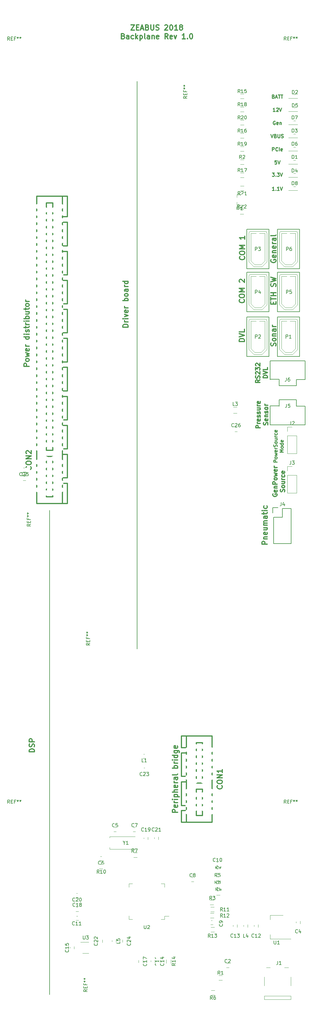
<source format=gto>
G04 #@! TF.FileFunction,Legend,Top*
%FSLAX46Y46*%
G04 Gerber Fmt 4.6, Leading zero omitted, Abs format (unit mm)*
G04 Created by KiCad (PCBNEW 4.0.7) date 02/03/18 00:33:44*
%MOMM*%
%LPD*%
G01*
G04 APERTURE LIST*
%ADD10C,0.100000*%
%ADD11C,0.300000*%
%ADD12C,0.250000*%
%ADD13C,0.254000*%
%ADD14C,0.200000*%
%ADD15C,0.120000*%
%ADD16C,0.150000*%
%ADD17C,0.304800*%
%ADD18R,1.600000X1.300000*%
%ADD19R,2.127200X2.127200*%
%ADD20O,2.127200X2.127200*%
%ADD21C,3.400000*%
%ADD22R,0.900000X2.700000*%
%ADD23R,2.400000X2.900000*%
%ADD24C,1.300000*%
%ADD25C,1.598880*%
%ADD26R,1.598880X1.598880*%
%ADD27C,3.956000*%
%ADD28R,1.600000X1.150000*%
%ADD29R,1.150000X1.600000*%
%ADD30R,2.100000X2.100000*%
%ADD31O,2.100000X2.100000*%
%ADD32R,2.178000X2.686000*%
%ADD33R,1.900000X1.650000*%
%ADD34R,1.300000X1.600000*%
%ADD35R,2.400000X4.200000*%
%ADD36R,2.400000X1.900000*%
%ADD37R,1.960000X1.050000*%
%ADD38R,3.725000X2.800000*%
%ADD39R,1.300000X1.200000*%
%ADD40R,1.900000X0.700000*%
%ADD41R,0.700000X1.900000*%
%ADD42R,4.400000X4.400000*%
G04 APERTURE END LIST*
D10*
D11*
X115080402Y20689229D02*
X116080402Y20689229D01*
X115080402Y19189229D01*
X116080402Y19189229D01*
X116651830Y19974943D02*
X117151830Y19974943D01*
X117366116Y19189229D02*
X116651830Y19189229D01*
X116651830Y20689229D01*
X117366116Y20689229D01*
X117937544Y19617800D02*
X118651830Y19617800D01*
X117794687Y19189229D02*
X118294687Y20689229D01*
X118794687Y19189229D01*
X119794687Y19974943D02*
X120008973Y19903514D01*
X120080401Y19832086D01*
X120151830Y19689229D01*
X120151830Y19474943D01*
X120080401Y19332086D01*
X120008973Y19260657D01*
X119866115Y19189229D01*
X119294687Y19189229D01*
X119294687Y20689229D01*
X119794687Y20689229D01*
X119937544Y20617800D01*
X120008973Y20546371D01*
X120080401Y20403514D01*
X120080401Y20260657D01*
X120008973Y20117800D01*
X119937544Y20046371D01*
X119794687Y19974943D01*
X119294687Y19974943D01*
X120794687Y20689229D02*
X120794687Y19474943D01*
X120866115Y19332086D01*
X120937544Y19260657D01*
X121080401Y19189229D01*
X121366115Y19189229D01*
X121508973Y19260657D01*
X121580401Y19332086D01*
X121651830Y19474943D01*
X121651830Y20689229D01*
X122294687Y19260657D02*
X122508973Y19189229D01*
X122866116Y19189229D01*
X123008973Y19260657D01*
X123080402Y19332086D01*
X123151830Y19474943D01*
X123151830Y19617800D01*
X123080402Y19760657D01*
X123008973Y19832086D01*
X122866116Y19903514D01*
X122580402Y19974943D01*
X122437544Y20046371D01*
X122366116Y20117800D01*
X122294687Y20260657D01*
X122294687Y20403514D01*
X122366116Y20546371D01*
X122437544Y20617800D01*
X122580402Y20689229D01*
X122937544Y20689229D01*
X123151830Y20617800D01*
X124866115Y20546371D02*
X124937544Y20617800D01*
X125080401Y20689229D01*
X125437544Y20689229D01*
X125580401Y20617800D01*
X125651830Y20546371D01*
X125723258Y20403514D01*
X125723258Y20260657D01*
X125651830Y20046371D01*
X124794687Y19189229D01*
X125723258Y19189229D01*
X126651829Y20689229D02*
X126794686Y20689229D01*
X126937543Y20617800D01*
X127008972Y20546371D01*
X127080401Y20403514D01*
X127151829Y20117800D01*
X127151829Y19760657D01*
X127080401Y19474943D01*
X127008972Y19332086D01*
X126937543Y19260657D01*
X126794686Y19189229D01*
X126651829Y19189229D01*
X126508972Y19260657D01*
X126437543Y19332086D01*
X126366115Y19474943D01*
X126294686Y19760657D01*
X126294686Y20117800D01*
X126366115Y20403514D01*
X126437543Y20546371D01*
X126508972Y20617800D01*
X126651829Y20689229D01*
X128580400Y19189229D02*
X127723257Y19189229D01*
X128151829Y19189229D02*
X128151829Y20689229D01*
X128008972Y20474943D01*
X127866114Y20332086D01*
X127723257Y20260657D01*
X129437543Y20046371D02*
X129294685Y20117800D01*
X129223257Y20189229D01*
X129151828Y20332086D01*
X129151828Y20403514D01*
X129223257Y20546371D01*
X129294685Y20617800D01*
X129437543Y20689229D01*
X129723257Y20689229D01*
X129866114Y20617800D01*
X129937543Y20546371D01*
X130008971Y20403514D01*
X130008971Y20332086D01*
X129937543Y20189229D01*
X129866114Y20117800D01*
X129723257Y20046371D01*
X129437543Y20046371D01*
X129294685Y19974943D01*
X129223257Y19903514D01*
X129151828Y19760657D01*
X129151828Y19474943D01*
X129223257Y19332086D01*
X129294685Y19260657D01*
X129437543Y19189229D01*
X129723257Y19189229D01*
X129866114Y19260657D01*
X129937543Y19332086D01*
X130008971Y19474943D01*
X130008971Y19760657D01*
X129937543Y19903514D01*
X129866114Y19974943D01*
X129723257Y20046371D01*
X112794687Y17424943D02*
X113008973Y17353514D01*
X113080401Y17282086D01*
X113151830Y17139229D01*
X113151830Y16924943D01*
X113080401Y16782086D01*
X113008973Y16710657D01*
X112866115Y16639229D01*
X112294687Y16639229D01*
X112294687Y18139229D01*
X112794687Y18139229D01*
X112937544Y18067800D01*
X113008973Y17996371D01*
X113080401Y17853514D01*
X113080401Y17710657D01*
X113008973Y17567800D01*
X112937544Y17496371D01*
X112794687Y17424943D01*
X112294687Y17424943D01*
X114437544Y16639229D02*
X114437544Y17424943D01*
X114366115Y17567800D01*
X114223258Y17639229D01*
X113937544Y17639229D01*
X113794687Y17567800D01*
X114437544Y16710657D02*
X114294687Y16639229D01*
X113937544Y16639229D01*
X113794687Y16710657D01*
X113723258Y16853514D01*
X113723258Y16996371D01*
X113794687Y17139229D01*
X113937544Y17210657D01*
X114294687Y17210657D01*
X114437544Y17282086D01*
X115794687Y16710657D02*
X115651830Y16639229D01*
X115366116Y16639229D01*
X115223258Y16710657D01*
X115151830Y16782086D01*
X115080401Y16924943D01*
X115080401Y17353514D01*
X115151830Y17496371D01*
X115223258Y17567800D01*
X115366116Y17639229D01*
X115651830Y17639229D01*
X115794687Y17567800D01*
X116437544Y16639229D02*
X116437544Y18139229D01*
X116580401Y17210657D02*
X117008972Y16639229D01*
X117008972Y17639229D02*
X116437544Y17067800D01*
X117651830Y17639229D02*
X117651830Y16139229D01*
X117651830Y17567800D02*
X117794687Y17639229D01*
X118080401Y17639229D01*
X118223258Y17567800D01*
X118294687Y17496371D01*
X118366116Y17353514D01*
X118366116Y16924943D01*
X118294687Y16782086D01*
X118223258Y16710657D01*
X118080401Y16639229D01*
X117794687Y16639229D01*
X117651830Y16710657D01*
X119223259Y16639229D02*
X119080401Y16710657D01*
X119008973Y16853514D01*
X119008973Y18139229D01*
X120437544Y16639229D02*
X120437544Y17424943D01*
X120366115Y17567800D01*
X120223258Y17639229D01*
X119937544Y17639229D01*
X119794687Y17567800D01*
X120437544Y16710657D02*
X120294687Y16639229D01*
X119937544Y16639229D01*
X119794687Y16710657D01*
X119723258Y16853514D01*
X119723258Y16996371D01*
X119794687Y17139229D01*
X119937544Y17210657D01*
X120294687Y17210657D01*
X120437544Y17282086D01*
X121151830Y17639229D02*
X121151830Y16639229D01*
X121151830Y17496371D02*
X121223258Y17567800D01*
X121366116Y17639229D01*
X121580401Y17639229D01*
X121723258Y17567800D01*
X121794687Y17424943D01*
X121794687Y16639229D01*
X123080401Y16710657D02*
X122937544Y16639229D01*
X122651830Y16639229D01*
X122508973Y16710657D01*
X122437544Y16853514D01*
X122437544Y17424943D01*
X122508973Y17567800D01*
X122651830Y17639229D01*
X122937544Y17639229D01*
X123080401Y17567800D01*
X123151830Y17424943D01*
X123151830Y17282086D01*
X122437544Y17139229D01*
X125794687Y16639229D02*
X125294687Y17353514D01*
X124937544Y16639229D02*
X124937544Y18139229D01*
X125508972Y18139229D01*
X125651830Y18067800D01*
X125723258Y17996371D01*
X125794687Y17853514D01*
X125794687Y17639229D01*
X125723258Y17496371D01*
X125651830Y17424943D01*
X125508972Y17353514D01*
X124937544Y17353514D01*
X127008972Y16710657D02*
X126866115Y16639229D01*
X126580401Y16639229D01*
X126437544Y16710657D01*
X126366115Y16853514D01*
X126366115Y17424943D01*
X126437544Y17567800D01*
X126580401Y17639229D01*
X126866115Y17639229D01*
X127008972Y17567800D01*
X127080401Y17424943D01*
X127080401Y17282086D01*
X126366115Y17139229D01*
X127580401Y17639229D02*
X127937544Y16639229D01*
X128294686Y17639229D01*
X130794686Y16639229D02*
X129937543Y16639229D01*
X130366115Y16639229D02*
X130366115Y18139229D01*
X130223258Y17924943D01*
X130080400Y17782086D01*
X129937543Y17710657D01*
X131437543Y16782086D02*
X131508971Y16710657D01*
X131437543Y16639229D01*
X131366114Y16710657D01*
X131437543Y16782086D01*
X131437543Y16639229D01*
X132437543Y18139229D02*
X132580400Y18139229D01*
X132723257Y18067800D01*
X132794686Y17996371D01*
X132866115Y17853514D01*
X132937543Y17567800D01*
X132937543Y17210657D01*
X132866115Y16924943D01*
X132794686Y16782086D01*
X132723257Y16710657D01*
X132580400Y16639229D01*
X132437543Y16639229D01*
X132294686Y16710657D01*
X132223257Y16782086D01*
X132151829Y16924943D01*
X132080400Y17210657D01*
X132080400Y17567800D01*
X132151829Y17853514D01*
X132223257Y17996371D01*
X132294686Y18067800D01*
X132437543Y18139229D01*
D12*
X156360953Y-30171D02*
X156503810Y-77790D01*
X156551429Y-125410D01*
X156599048Y-220648D01*
X156599048Y-363505D01*
X156551429Y-458743D01*
X156503810Y-506362D01*
X156408572Y-553981D01*
X156027619Y-553981D01*
X156027619Y446019D01*
X156360953Y446019D01*
X156456191Y398400D01*
X156503810Y350781D01*
X156551429Y255543D01*
X156551429Y160305D01*
X156503810Y65067D01*
X156456191Y17448D01*
X156360953Y-30171D01*
X156027619Y-30171D01*
X156980000Y-268267D02*
X157456191Y-268267D01*
X156884762Y-553981D02*
X157218095Y446019D01*
X157551429Y-553981D01*
X157741905Y446019D02*
X158313334Y446019D01*
X158027619Y-553981D02*
X158027619Y446019D01*
X158503810Y446019D02*
X159075239Y446019D01*
X158789524Y-553981D02*
X158789524Y446019D01*
D11*
X87038571Y-189817142D02*
X85538571Y-189817142D01*
X85538571Y-189459999D01*
X85610000Y-189245714D01*
X85752857Y-189102856D01*
X85895714Y-189031428D01*
X86181429Y-188959999D01*
X86395714Y-188959999D01*
X86681429Y-189031428D01*
X86824286Y-189102856D01*
X86967143Y-189245714D01*
X87038571Y-189459999D01*
X87038571Y-189817142D01*
X86967143Y-188388571D02*
X87038571Y-188174285D01*
X87038571Y-187817142D01*
X86967143Y-187674285D01*
X86895714Y-187602856D01*
X86752857Y-187531428D01*
X86610000Y-187531428D01*
X86467143Y-187602856D01*
X86395714Y-187674285D01*
X86324286Y-187817142D01*
X86252857Y-188102856D01*
X86181429Y-188245714D01*
X86110000Y-188317142D01*
X85967143Y-188388571D01*
X85824286Y-188388571D01*
X85681429Y-188317142D01*
X85610000Y-188245714D01*
X85538571Y-188102856D01*
X85538571Y-187745714D01*
X85610000Y-187531428D01*
X87038571Y-186888571D02*
X85538571Y-186888571D01*
X85538571Y-186317143D01*
X85610000Y-186174285D01*
X85681429Y-186102857D01*
X85824286Y-186031428D01*
X86038571Y-186031428D01*
X86181429Y-186102857D01*
X86252857Y-186174285D01*
X86324286Y-186317143D01*
X86324286Y-186888571D01*
X114216571Y-66840856D02*
X112716571Y-66840856D01*
X112716571Y-66483713D01*
X112788000Y-66269428D01*
X112930857Y-66126570D01*
X113073714Y-66055142D01*
X113359429Y-65983713D01*
X113573714Y-65983713D01*
X113859429Y-66055142D01*
X114002286Y-66126570D01*
X114145143Y-66269428D01*
X114216571Y-66483713D01*
X114216571Y-66840856D01*
X114216571Y-65340856D02*
X113216571Y-65340856D01*
X113502286Y-65340856D02*
X113359429Y-65269428D01*
X113288000Y-65197999D01*
X113216571Y-65055142D01*
X113216571Y-64912285D01*
X114216571Y-64412285D02*
X113216571Y-64412285D01*
X112716571Y-64412285D02*
X112788000Y-64483714D01*
X112859429Y-64412285D01*
X112788000Y-64340857D01*
X112716571Y-64412285D01*
X112859429Y-64412285D01*
X113216571Y-63840856D02*
X114216571Y-63483713D01*
X113216571Y-63126571D01*
X114145143Y-61983714D02*
X114216571Y-62126571D01*
X114216571Y-62412285D01*
X114145143Y-62555142D01*
X114002286Y-62626571D01*
X113430857Y-62626571D01*
X113288000Y-62555142D01*
X113216571Y-62412285D01*
X113216571Y-62126571D01*
X113288000Y-61983714D01*
X113430857Y-61912285D01*
X113573714Y-61912285D01*
X113716571Y-62626571D01*
X114216571Y-61269428D02*
X113216571Y-61269428D01*
X113502286Y-61269428D02*
X113359429Y-61198000D01*
X113288000Y-61126571D01*
X113216571Y-60983714D01*
X113216571Y-60840857D01*
X114216571Y-59198000D02*
X112716571Y-59198000D01*
X113288000Y-59198000D02*
X113216571Y-59055143D01*
X113216571Y-58769429D01*
X113288000Y-58626572D01*
X113359429Y-58555143D01*
X113502286Y-58483714D01*
X113930857Y-58483714D01*
X114073714Y-58555143D01*
X114145143Y-58626572D01*
X114216571Y-58769429D01*
X114216571Y-59055143D01*
X114145143Y-59198000D01*
X114216571Y-57626571D02*
X114145143Y-57769429D01*
X114073714Y-57840857D01*
X113930857Y-57912286D01*
X113502286Y-57912286D01*
X113359429Y-57840857D01*
X113288000Y-57769429D01*
X113216571Y-57626571D01*
X113216571Y-57412286D01*
X113288000Y-57269429D01*
X113359429Y-57198000D01*
X113502286Y-57126571D01*
X113930857Y-57126571D01*
X114073714Y-57198000D01*
X114145143Y-57269429D01*
X114216571Y-57412286D01*
X114216571Y-57626571D01*
X114216571Y-55840857D02*
X113430857Y-55840857D01*
X113288000Y-55912286D01*
X113216571Y-56055143D01*
X113216571Y-56340857D01*
X113288000Y-56483714D01*
X114145143Y-55840857D02*
X114216571Y-55983714D01*
X114216571Y-56340857D01*
X114145143Y-56483714D01*
X114002286Y-56555143D01*
X113859429Y-56555143D01*
X113716571Y-56483714D01*
X113645143Y-56340857D01*
X113645143Y-55983714D01*
X113573714Y-55840857D01*
X114216571Y-55126571D02*
X113216571Y-55126571D01*
X113502286Y-55126571D02*
X113359429Y-55055143D01*
X113288000Y-54983714D01*
X113216571Y-54840857D01*
X113216571Y-54698000D01*
X114216571Y-53555143D02*
X112716571Y-53555143D01*
X114145143Y-53555143D02*
X114216571Y-53698000D01*
X114216571Y-53983714D01*
X114145143Y-54126572D01*
X114073714Y-54198000D01*
X113930857Y-54269429D01*
X113502286Y-54269429D01*
X113359429Y-54198000D01*
X113288000Y-54126572D01*
X113216571Y-53983714D01*
X113216571Y-53698000D01*
X113288000Y-53555143D01*
D12*
X155646667Y-10983981D02*
X155980000Y-11983981D01*
X156313334Y-10983981D01*
X156980001Y-11460171D02*
X157122858Y-11507790D01*
X157170477Y-11555410D01*
X157218096Y-11650648D01*
X157218096Y-11793505D01*
X157170477Y-11888743D01*
X157122858Y-11936362D01*
X157027620Y-11983981D01*
X156646667Y-11983981D01*
X156646667Y-10983981D01*
X156980001Y-10983981D01*
X157075239Y-11031600D01*
X157122858Y-11079219D01*
X157170477Y-11174457D01*
X157170477Y-11269695D01*
X157122858Y-11364933D01*
X157075239Y-11412552D01*
X156980001Y-11460171D01*
X156646667Y-11460171D01*
X157646667Y-10983981D02*
X157646667Y-11793505D01*
X157694286Y-11888743D01*
X157741905Y-11936362D01*
X157837143Y-11983981D01*
X158027620Y-11983981D01*
X158122858Y-11936362D01*
X158170477Y-11888743D01*
X158218096Y-11793505D01*
X158218096Y-10983981D01*
X158646667Y-11936362D02*
X158789524Y-11983981D01*
X159027620Y-11983981D01*
X159122858Y-11936362D01*
X159170477Y-11888743D01*
X159218096Y-11793505D01*
X159218096Y-11698267D01*
X159170477Y-11603029D01*
X159122858Y-11555410D01*
X159027620Y-11507790D01*
X158837143Y-11460171D01*
X158741905Y-11412552D01*
X158694286Y-11364933D01*
X158646667Y-11269695D01*
X158646667Y-11174457D01*
X158694286Y-11079219D01*
X158741905Y-11031600D01*
X158837143Y-10983981D01*
X159075239Y-10983981D01*
X159218096Y-11031600D01*
X156003810Y-22159981D02*
X156622858Y-22159981D01*
X156289524Y-22540933D01*
X156432382Y-22540933D01*
X156527620Y-22588552D01*
X156575239Y-22636171D01*
X156622858Y-22731410D01*
X156622858Y-22969505D01*
X156575239Y-23064743D01*
X156527620Y-23112362D01*
X156432382Y-23159981D01*
X156146667Y-23159981D01*
X156051429Y-23112362D01*
X156003810Y-23064743D01*
X157051429Y-23064743D02*
X157099048Y-23112362D01*
X157051429Y-23159981D01*
X157003810Y-23112362D01*
X157051429Y-23064743D01*
X157051429Y-23159981D01*
X157432381Y-22159981D02*
X158051429Y-22159981D01*
X157718095Y-22540933D01*
X157860953Y-22540933D01*
X157956191Y-22588552D01*
X158003810Y-22636171D01*
X158051429Y-22731410D01*
X158051429Y-22969505D01*
X158003810Y-23064743D01*
X157956191Y-23112362D01*
X157860953Y-23159981D01*
X157575238Y-23159981D01*
X157480000Y-23112362D01*
X157432381Y-23064743D01*
X158337143Y-22159981D02*
X158670476Y-23159981D01*
X159003810Y-22159981D01*
X156860953Y-7221600D02*
X156765715Y-7173981D01*
X156622858Y-7173981D01*
X156480000Y-7221600D01*
X156384762Y-7316838D01*
X156337143Y-7412076D01*
X156289524Y-7602552D01*
X156289524Y-7745410D01*
X156337143Y-7935886D01*
X156384762Y-8031124D01*
X156480000Y-8126362D01*
X156622858Y-8173981D01*
X156718096Y-8173981D01*
X156860953Y-8126362D01*
X156908572Y-8078743D01*
X156908572Y-7745410D01*
X156718096Y-7745410D01*
X157718096Y-8126362D02*
X157622858Y-8173981D01*
X157432381Y-8173981D01*
X157337143Y-8126362D01*
X157289524Y-8031124D01*
X157289524Y-7650171D01*
X157337143Y-7554933D01*
X157432381Y-7507314D01*
X157622858Y-7507314D01*
X157718096Y-7554933D01*
X157765715Y-7650171D01*
X157765715Y-7745410D01*
X157289524Y-7840648D01*
X158194286Y-7507314D02*
X158194286Y-8173981D01*
X158194286Y-7602552D02*
X158241905Y-7554933D01*
X158337143Y-7507314D01*
X158480001Y-7507314D01*
X158575239Y-7554933D01*
X158622858Y-7650171D01*
X158622858Y-8173981D01*
X157289524Y-18603981D02*
X156813333Y-18603981D01*
X156765714Y-19080171D01*
X156813333Y-19032552D01*
X156908571Y-18984933D01*
X157146667Y-18984933D01*
X157241905Y-19032552D01*
X157289524Y-19080171D01*
X157337143Y-19175410D01*
X157337143Y-19413505D01*
X157289524Y-19508743D01*
X157241905Y-19556362D01*
X157146667Y-19603981D01*
X156908571Y-19603981D01*
X156813333Y-19556362D01*
X156765714Y-19508743D01*
X157622857Y-18603981D02*
X157956190Y-19603981D01*
X158289524Y-18603981D01*
X156051429Y-15793981D02*
X156051429Y-14793981D01*
X156432382Y-14793981D01*
X156527620Y-14841600D01*
X156575239Y-14889219D01*
X156622858Y-14984457D01*
X156622858Y-15127314D01*
X156575239Y-15222552D01*
X156527620Y-15270171D01*
X156432382Y-15317790D01*
X156051429Y-15317790D01*
X157622858Y-15698743D02*
X157575239Y-15746362D01*
X157432382Y-15793981D01*
X157337144Y-15793981D01*
X157194286Y-15746362D01*
X157099048Y-15651124D01*
X157051429Y-15555886D01*
X157003810Y-15365410D01*
X157003810Y-15222552D01*
X157051429Y-15032076D01*
X157099048Y-14936838D01*
X157194286Y-14841600D01*
X157337144Y-14793981D01*
X157432382Y-14793981D01*
X157575239Y-14841600D01*
X157622858Y-14889219D01*
X158051429Y-15793981D02*
X158051429Y-14793981D01*
X158908572Y-15746362D02*
X158813334Y-15793981D01*
X158622857Y-15793981D01*
X158527619Y-15746362D01*
X158480000Y-15651124D01*
X158480000Y-15270171D01*
X158527619Y-15174933D01*
X158622857Y-15127314D01*
X158813334Y-15127314D01*
X158908572Y-15174933D01*
X158956191Y-15270171D01*
X158956191Y-15365410D01*
X158480000Y-15460648D01*
X156860953Y-4363981D02*
X156289524Y-4363981D01*
X156575238Y-4363981D02*
X156575238Y-3363981D01*
X156480000Y-3506838D01*
X156384762Y-3602076D01*
X156289524Y-3649695D01*
X157241905Y-3459219D02*
X157289524Y-3411600D01*
X157384762Y-3363981D01*
X157622858Y-3363981D01*
X157718096Y-3411600D01*
X157765715Y-3459219D01*
X157813334Y-3554457D01*
X157813334Y-3649695D01*
X157765715Y-3792552D01*
X157194286Y-4363981D01*
X157813334Y-4363981D01*
X158099048Y-3363981D02*
X158432381Y-4363981D01*
X158765715Y-3363981D01*
X156622858Y-27223981D02*
X156051429Y-27223981D01*
X156337143Y-27223981D02*
X156337143Y-26223981D01*
X156241905Y-26366838D01*
X156146667Y-26462076D01*
X156051429Y-26509695D01*
X157051429Y-27128743D02*
X157099048Y-27176362D01*
X157051429Y-27223981D01*
X157003810Y-27176362D01*
X157051429Y-27128743D01*
X157051429Y-27223981D01*
X158051429Y-27223981D02*
X157480000Y-27223981D01*
X157765714Y-27223981D02*
X157765714Y-26223981D01*
X157670476Y-26366838D01*
X157575238Y-26462076D01*
X157480000Y-26509695D01*
X158337143Y-26223981D02*
X158670476Y-27223981D01*
X159003810Y-26223981D01*
D11*
X155714000Y-47303142D02*
X155642571Y-47445999D01*
X155642571Y-47660285D01*
X155714000Y-47874570D01*
X155856857Y-48017428D01*
X155999714Y-48088856D01*
X156285429Y-48160285D01*
X156499714Y-48160285D01*
X156785429Y-48088856D01*
X156928286Y-48017428D01*
X157071143Y-47874570D01*
X157142571Y-47660285D01*
X157142571Y-47517428D01*
X157071143Y-47303142D01*
X156999714Y-47231713D01*
X156499714Y-47231713D01*
X156499714Y-47517428D01*
X157071143Y-46017428D02*
X157142571Y-46160285D01*
X157142571Y-46445999D01*
X157071143Y-46588856D01*
X156928286Y-46660285D01*
X156356857Y-46660285D01*
X156214000Y-46588856D01*
X156142571Y-46445999D01*
X156142571Y-46160285D01*
X156214000Y-46017428D01*
X156356857Y-45945999D01*
X156499714Y-45945999D01*
X156642571Y-46660285D01*
X156142571Y-45303142D02*
X157142571Y-45303142D01*
X156285429Y-45303142D02*
X156214000Y-45231714D01*
X156142571Y-45088856D01*
X156142571Y-44874571D01*
X156214000Y-44731714D01*
X156356857Y-44660285D01*
X157142571Y-44660285D01*
X157071143Y-43374571D02*
X157142571Y-43517428D01*
X157142571Y-43803142D01*
X157071143Y-43945999D01*
X156928286Y-44017428D01*
X156356857Y-44017428D01*
X156214000Y-43945999D01*
X156142571Y-43803142D01*
X156142571Y-43517428D01*
X156214000Y-43374571D01*
X156356857Y-43303142D01*
X156499714Y-43303142D01*
X156642571Y-44017428D01*
X157142571Y-42660285D02*
X156142571Y-42660285D01*
X156428286Y-42660285D02*
X156285429Y-42588857D01*
X156214000Y-42517428D01*
X156142571Y-42374571D01*
X156142571Y-42231714D01*
X157142571Y-41088857D02*
X156356857Y-41088857D01*
X156214000Y-41160286D01*
X156142571Y-41303143D01*
X156142571Y-41588857D01*
X156214000Y-41731714D01*
X157071143Y-41088857D02*
X157142571Y-41231714D01*
X157142571Y-41588857D01*
X157071143Y-41731714D01*
X156928286Y-41803143D01*
X156785429Y-41803143D01*
X156642571Y-41731714D01*
X156571143Y-41588857D01*
X156571143Y-41231714D01*
X156499714Y-41088857D01*
X157142571Y-40160285D02*
X157071143Y-40303143D01*
X156928286Y-40374571D01*
X155642571Y-40374571D01*
X156356857Y-60209428D02*
X156356857Y-59709428D01*
X157142571Y-59495142D02*
X157142571Y-60209428D01*
X155642571Y-60209428D01*
X155642571Y-59495142D01*
X155642571Y-59066571D02*
X155642571Y-58209428D01*
X157142571Y-58637999D02*
X155642571Y-58637999D01*
X157142571Y-57709428D02*
X155642571Y-57709428D01*
X156356857Y-57709428D02*
X156356857Y-56852285D01*
X157142571Y-56852285D02*
X155642571Y-56852285D01*
X157071143Y-55066571D02*
X157142571Y-54852285D01*
X157142571Y-54495142D01*
X157071143Y-54352285D01*
X156999714Y-54280856D01*
X156856857Y-54209428D01*
X156714000Y-54209428D01*
X156571143Y-54280856D01*
X156499714Y-54352285D01*
X156428286Y-54495142D01*
X156356857Y-54780856D01*
X156285429Y-54923714D01*
X156214000Y-54995142D01*
X156071143Y-55066571D01*
X155928286Y-55066571D01*
X155785429Y-54995142D01*
X155714000Y-54923714D01*
X155642571Y-54780856D01*
X155642571Y-54423714D01*
X155714000Y-54209428D01*
X155642571Y-53709428D02*
X157142571Y-53352285D01*
X156071143Y-53066571D01*
X157142571Y-52780857D01*
X155642571Y-52423714D01*
X157071143Y-72270571D02*
X157142571Y-72056285D01*
X157142571Y-71699142D01*
X157071143Y-71556285D01*
X156999714Y-71484856D01*
X156856857Y-71413428D01*
X156714000Y-71413428D01*
X156571143Y-71484856D01*
X156499714Y-71556285D01*
X156428286Y-71699142D01*
X156356857Y-71984856D01*
X156285429Y-72127714D01*
X156214000Y-72199142D01*
X156071143Y-72270571D01*
X155928286Y-72270571D01*
X155785429Y-72199142D01*
X155714000Y-72127714D01*
X155642571Y-71984856D01*
X155642571Y-71627714D01*
X155714000Y-71413428D01*
X157142571Y-70556285D02*
X157071143Y-70699143D01*
X156999714Y-70770571D01*
X156856857Y-70842000D01*
X156428286Y-70842000D01*
X156285429Y-70770571D01*
X156214000Y-70699143D01*
X156142571Y-70556285D01*
X156142571Y-70342000D01*
X156214000Y-70199143D01*
X156285429Y-70127714D01*
X156428286Y-70056285D01*
X156856857Y-70056285D01*
X156999714Y-70127714D01*
X157071143Y-70199143D01*
X157142571Y-70342000D01*
X157142571Y-70556285D01*
X156142571Y-69413428D02*
X157142571Y-69413428D01*
X156285429Y-69413428D02*
X156214000Y-69342000D01*
X156142571Y-69199142D01*
X156142571Y-68984857D01*
X156214000Y-68842000D01*
X156356857Y-68770571D01*
X157142571Y-68770571D01*
X157142571Y-67413428D02*
X156356857Y-67413428D01*
X156214000Y-67484857D01*
X156142571Y-67627714D01*
X156142571Y-67913428D01*
X156214000Y-68056285D01*
X157071143Y-67413428D02*
X157142571Y-67556285D01*
X157142571Y-67913428D01*
X157071143Y-68056285D01*
X156928286Y-68127714D01*
X156785429Y-68127714D01*
X156642571Y-68056285D01*
X156571143Y-67913428D01*
X156571143Y-67556285D01*
X156499714Y-67413428D01*
X157142571Y-66699142D02*
X156142571Y-66699142D01*
X156428286Y-66699142D02*
X156285429Y-66627714D01*
X156214000Y-66556285D01*
X156142571Y-66413428D01*
X156142571Y-66270571D01*
X152481624Y-82137553D02*
X151876862Y-82560886D01*
X152481624Y-82863267D02*
X151211624Y-82863267D01*
X151211624Y-82379458D01*
X151272100Y-82258505D01*
X151332576Y-82198029D01*
X151453529Y-82137553D01*
X151634957Y-82137553D01*
X151755910Y-82198029D01*
X151816386Y-82258505D01*
X151876862Y-82379458D01*
X151876862Y-82863267D01*
X152421148Y-81653743D02*
X152481624Y-81472315D01*
X152481624Y-81169934D01*
X152421148Y-81048981D01*
X152360671Y-80988505D01*
X152239719Y-80928029D01*
X152118767Y-80928029D01*
X151997814Y-80988505D01*
X151937338Y-81048981D01*
X151876862Y-81169934D01*
X151816386Y-81411838D01*
X151755910Y-81532791D01*
X151695433Y-81593267D01*
X151574481Y-81653743D01*
X151453529Y-81653743D01*
X151332576Y-81593267D01*
X151272100Y-81532791D01*
X151211624Y-81411838D01*
X151211624Y-81109458D01*
X151272100Y-80928029D01*
X151332576Y-80444219D02*
X151272100Y-80383743D01*
X151211624Y-80262791D01*
X151211624Y-79960410D01*
X151272100Y-79839457D01*
X151332576Y-79778981D01*
X151453529Y-79718505D01*
X151574481Y-79718505D01*
X151755910Y-79778981D01*
X152481624Y-80504695D01*
X152481624Y-79718505D01*
X151211624Y-79295171D02*
X151211624Y-78508981D01*
X151695433Y-78932314D01*
X151695433Y-78750886D01*
X151755910Y-78629933D01*
X151816386Y-78569457D01*
X151937338Y-78508981D01*
X152239719Y-78508981D01*
X152360671Y-78569457D01*
X152421148Y-78629933D01*
X152481624Y-78750886D01*
X152481624Y-79113743D01*
X152421148Y-79234695D01*
X152360671Y-79295171D01*
X151332576Y-78025171D02*
X151272100Y-77964695D01*
X151211624Y-77843743D01*
X151211624Y-77541362D01*
X151272100Y-77420409D01*
X151332576Y-77359933D01*
X151453529Y-77299457D01*
X151574481Y-77299457D01*
X151755910Y-77359933D01*
X152481624Y-78085647D01*
X152481624Y-77299457D01*
X154686624Y-81502552D02*
X153416624Y-81502552D01*
X153416624Y-81200171D01*
X153477100Y-81018743D01*
X153598052Y-80897790D01*
X153719005Y-80837314D01*
X153960910Y-80776838D01*
X154142338Y-80776838D01*
X154384243Y-80837314D01*
X154505195Y-80897790D01*
X154626148Y-81018743D01*
X154686624Y-81200171D01*
X154686624Y-81502552D01*
X153416624Y-80413981D02*
X154686624Y-79990647D01*
X153416624Y-79567314D01*
X154686624Y-78539219D02*
X154686624Y-79143981D01*
X153416624Y-79143981D01*
X152583224Y-96011999D02*
X151313224Y-96011999D01*
X151313224Y-95528190D01*
X151373700Y-95407237D01*
X151434176Y-95346761D01*
X151555129Y-95286285D01*
X151736557Y-95286285D01*
X151857510Y-95346761D01*
X151917986Y-95407237D01*
X151978462Y-95528190D01*
X151978462Y-96011999D01*
X152583224Y-94741999D02*
X151736557Y-94741999D01*
X151978462Y-94741999D02*
X151857510Y-94681523D01*
X151797033Y-94621047D01*
X151736557Y-94500094D01*
X151736557Y-94379142D01*
X152522748Y-93472000D02*
X152583224Y-93592952D01*
X152583224Y-93834857D01*
X152522748Y-93955809D01*
X152401795Y-94016285D01*
X151917986Y-94016285D01*
X151797033Y-93955809D01*
X151736557Y-93834857D01*
X151736557Y-93592952D01*
X151797033Y-93472000D01*
X151917986Y-93411523D01*
X152038938Y-93411523D01*
X152159890Y-94016285D01*
X152522748Y-92927714D02*
X152583224Y-92806762D01*
X152583224Y-92564857D01*
X152522748Y-92443905D01*
X152401795Y-92383429D01*
X152341319Y-92383429D01*
X152220367Y-92443905D01*
X152159890Y-92564857D01*
X152159890Y-92746286D01*
X152099414Y-92867238D01*
X151978462Y-92927714D01*
X151917986Y-92927714D01*
X151797033Y-92867238D01*
X151736557Y-92746286D01*
X151736557Y-92564857D01*
X151797033Y-92443905D01*
X152522748Y-91899619D02*
X152583224Y-91778667D01*
X152583224Y-91536762D01*
X152522748Y-91415810D01*
X152401795Y-91355334D01*
X152341319Y-91355334D01*
X152220367Y-91415810D01*
X152159890Y-91536762D01*
X152159890Y-91718191D01*
X152099414Y-91839143D01*
X151978462Y-91899619D01*
X151917986Y-91899619D01*
X151797033Y-91839143D01*
X151736557Y-91718191D01*
X151736557Y-91536762D01*
X151797033Y-91415810D01*
X151736557Y-90266762D02*
X152583224Y-90266762D01*
X151736557Y-90811048D02*
X152401795Y-90811048D01*
X152522748Y-90750572D01*
X152583224Y-90629619D01*
X152583224Y-90448191D01*
X152522748Y-90327239D01*
X152462271Y-90266762D01*
X152583224Y-89662000D02*
X151736557Y-89662000D01*
X151978462Y-89662000D02*
X151857510Y-89601524D01*
X151797033Y-89541048D01*
X151736557Y-89420095D01*
X151736557Y-89299143D01*
X152522748Y-88392001D02*
X152583224Y-88512953D01*
X152583224Y-88754858D01*
X152522748Y-88875810D01*
X152401795Y-88936286D01*
X151917986Y-88936286D01*
X151797033Y-88875810D01*
X151736557Y-88754858D01*
X151736557Y-88512953D01*
X151797033Y-88392001D01*
X151917986Y-88331524D01*
X152038938Y-88331524D01*
X152159890Y-88936286D01*
X154727748Y-95165333D02*
X154788224Y-94983905D01*
X154788224Y-94681524D01*
X154727748Y-94560571D01*
X154667271Y-94500095D01*
X154546319Y-94439619D01*
X154425367Y-94439619D01*
X154304414Y-94500095D01*
X154243938Y-94560571D01*
X154183462Y-94681524D01*
X154122986Y-94923428D01*
X154062510Y-95044381D01*
X154002033Y-95104857D01*
X153881081Y-95165333D01*
X153760129Y-95165333D01*
X153639176Y-95104857D01*
X153578700Y-95044381D01*
X153518224Y-94923428D01*
X153518224Y-94621048D01*
X153578700Y-94439619D01*
X154727748Y-93411524D02*
X154788224Y-93532476D01*
X154788224Y-93774381D01*
X154727748Y-93895333D01*
X154606795Y-93955809D01*
X154122986Y-93955809D01*
X154002033Y-93895333D01*
X153941557Y-93774381D01*
X153941557Y-93532476D01*
X154002033Y-93411524D01*
X154122986Y-93351047D01*
X154243938Y-93351047D01*
X154364890Y-93955809D01*
X153941557Y-92806762D02*
X154788224Y-92806762D01*
X154062510Y-92806762D02*
X154002033Y-92746286D01*
X153941557Y-92625333D01*
X153941557Y-92443905D01*
X154002033Y-92322953D01*
X154122986Y-92262476D01*
X154788224Y-92262476D01*
X154727748Y-91718190D02*
X154788224Y-91597238D01*
X154788224Y-91355333D01*
X154727748Y-91234381D01*
X154606795Y-91173905D01*
X154546319Y-91173905D01*
X154425367Y-91234381D01*
X154364890Y-91355333D01*
X154364890Y-91536762D01*
X154304414Y-91657714D01*
X154183462Y-91718190D01*
X154122986Y-91718190D01*
X154002033Y-91657714D01*
X153941557Y-91536762D01*
X153941557Y-91355333D01*
X154002033Y-91234381D01*
X154788224Y-90448190D02*
X154727748Y-90569143D01*
X154667271Y-90629619D01*
X154546319Y-90690095D01*
X154183462Y-90690095D01*
X154062510Y-90629619D01*
X154002033Y-90569143D01*
X153941557Y-90448190D01*
X153941557Y-90266762D01*
X154002033Y-90145810D01*
X154062510Y-90085333D01*
X154183462Y-90024857D01*
X154546319Y-90024857D01*
X154667271Y-90085333D01*
X154727748Y-90145810D01*
X154788224Y-90266762D01*
X154788224Y-90448190D01*
X154788224Y-89480571D02*
X153941557Y-89480571D01*
X154183462Y-89480571D02*
X154062510Y-89420095D01*
X154002033Y-89359619D01*
X153941557Y-89238666D01*
X153941557Y-89117714D01*
D13*
X157457019Y-105891389D02*
X156441019Y-105891389D01*
X156441019Y-105504342D01*
X156489400Y-105407580D01*
X156537781Y-105359199D01*
X156634543Y-105310818D01*
X156779686Y-105310818D01*
X156876448Y-105359199D01*
X156924829Y-105407580D01*
X156973210Y-105504342D01*
X156973210Y-105891389D01*
X157457019Y-104730246D02*
X157408638Y-104827008D01*
X157360257Y-104875389D01*
X157263495Y-104923770D01*
X156973210Y-104923770D01*
X156876448Y-104875389D01*
X156828067Y-104827008D01*
X156779686Y-104730246D01*
X156779686Y-104585104D01*
X156828067Y-104488342D01*
X156876448Y-104439961D01*
X156973210Y-104391580D01*
X157263495Y-104391580D01*
X157360257Y-104439961D01*
X157408638Y-104488342D01*
X157457019Y-104585104D01*
X157457019Y-104730246D01*
X156779686Y-104052913D02*
X157457019Y-103859389D01*
X156973210Y-103665866D01*
X157457019Y-103472342D01*
X156779686Y-103278818D01*
X157408638Y-102504723D02*
X157457019Y-102601485D01*
X157457019Y-102795008D01*
X157408638Y-102891770D01*
X157311876Y-102940151D01*
X156924829Y-102940151D01*
X156828067Y-102891770D01*
X156779686Y-102795008D01*
X156779686Y-102601485D01*
X156828067Y-102504723D01*
X156924829Y-102456342D01*
X157021590Y-102456342D01*
X157118352Y-102940151D01*
X157457019Y-102020913D02*
X156779686Y-102020913D01*
X156973210Y-102020913D02*
X156876448Y-101972532D01*
X156828067Y-101924151D01*
X156779686Y-101827389D01*
X156779686Y-101730628D01*
X157408638Y-101440342D02*
X157457019Y-101295199D01*
X157457019Y-101053295D01*
X157408638Y-100956533D01*
X157360257Y-100908152D01*
X157263495Y-100859771D01*
X157166733Y-100859771D01*
X157069971Y-100908152D01*
X157021590Y-100956533D01*
X156973210Y-101053295D01*
X156924829Y-101246818D01*
X156876448Y-101343580D01*
X156828067Y-101391961D01*
X156731305Y-101440342D01*
X156634543Y-101440342D01*
X156537781Y-101391961D01*
X156489400Y-101343580D01*
X156441019Y-101246818D01*
X156441019Y-101004914D01*
X156489400Y-100859771D01*
X157457019Y-100279199D02*
X157408638Y-100375961D01*
X157360257Y-100424342D01*
X157263495Y-100472723D01*
X156973210Y-100472723D01*
X156876448Y-100424342D01*
X156828067Y-100375961D01*
X156779686Y-100279199D01*
X156779686Y-100134057D01*
X156828067Y-100037295D01*
X156876448Y-99988914D01*
X156973210Y-99940533D01*
X157263495Y-99940533D01*
X157360257Y-99988914D01*
X157408638Y-100037295D01*
X157457019Y-100134057D01*
X157457019Y-100279199D01*
X156779686Y-99069676D02*
X157457019Y-99069676D01*
X156779686Y-99505104D02*
X157311876Y-99505104D01*
X157408638Y-99456723D01*
X157457019Y-99359961D01*
X157457019Y-99214819D01*
X157408638Y-99118057D01*
X157360257Y-99069676D01*
X157457019Y-98585866D02*
X156779686Y-98585866D01*
X156973210Y-98585866D02*
X156876448Y-98537485D01*
X156828067Y-98489104D01*
X156779686Y-98392342D01*
X156779686Y-98295581D01*
X157408638Y-97521486D02*
X157457019Y-97618248D01*
X157457019Y-97811771D01*
X157408638Y-97908533D01*
X157360257Y-97956914D01*
X157263495Y-98005295D01*
X156973210Y-98005295D01*
X156876448Y-97956914D01*
X156828067Y-97908533D01*
X156779686Y-97811771D01*
X156779686Y-97618248D01*
X156828067Y-97521486D01*
X157408638Y-96699010D02*
X157457019Y-96795772D01*
X157457019Y-96989295D01*
X157408638Y-97086057D01*
X157311876Y-97134438D01*
X156924829Y-97134438D01*
X156828067Y-97086057D01*
X156779686Y-96989295D01*
X156779686Y-96795772D01*
X156828067Y-96699010D01*
X156924829Y-96650629D01*
X157021590Y-96650629D01*
X157118352Y-97134438D01*
X159235019Y-102988533D02*
X158219019Y-102988533D01*
X158944733Y-102649867D01*
X158219019Y-102311200D01*
X159235019Y-102311200D01*
X159235019Y-101682247D02*
X159186638Y-101779009D01*
X159138257Y-101827390D01*
X159041495Y-101875771D01*
X158751210Y-101875771D01*
X158654448Y-101827390D01*
X158606067Y-101779009D01*
X158557686Y-101682247D01*
X158557686Y-101537105D01*
X158606067Y-101440343D01*
X158654448Y-101391962D01*
X158751210Y-101343581D01*
X159041495Y-101343581D01*
X159138257Y-101391962D01*
X159186638Y-101440343D01*
X159235019Y-101537105D01*
X159235019Y-101682247D01*
X159235019Y-100472724D02*
X158219019Y-100472724D01*
X159186638Y-100472724D02*
X159235019Y-100569486D01*
X159235019Y-100763009D01*
X159186638Y-100859771D01*
X159138257Y-100908152D01*
X159041495Y-100956533D01*
X158751210Y-100956533D01*
X158654448Y-100908152D01*
X158606067Y-100859771D01*
X158557686Y-100763009D01*
X158557686Y-100569486D01*
X158606067Y-100472724D01*
X159186638Y-99601867D02*
X159235019Y-99698629D01*
X159235019Y-99892152D01*
X159186638Y-99988914D01*
X159089876Y-100037295D01*
X158702829Y-100037295D01*
X158606067Y-99988914D01*
X158557686Y-99892152D01*
X158557686Y-99698629D01*
X158606067Y-99601867D01*
X158702829Y-99553486D01*
X158799590Y-99553486D01*
X158896352Y-100037295D01*
D11*
X156250500Y-115155133D02*
X156190024Y-115276085D01*
X156190024Y-115457514D01*
X156250500Y-115638942D01*
X156371452Y-115759895D01*
X156492405Y-115820371D01*
X156734310Y-115880847D01*
X156915738Y-115880847D01*
X157157643Y-115820371D01*
X157278595Y-115759895D01*
X157399548Y-115638942D01*
X157460024Y-115457514D01*
X157460024Y-115336562D01*
X157399548Y-115155133D01*
X157339071Y-115094657D01*
X156915738Y-115094657D01*
X156915738Y-115336562D01*
X157399548Y-114066562D02*
X157460024Y-114187514D01*
X157460024Y-114429419D01*
X157399548Y-114550371D01*
X157278595Y-114610847D01*
X156794786Y-114610847D01*
X156673833Y-114550371D01*
X156613357Y-114429419D01*
X156613357Y-114187514D01*
X156673833Y-114066562D01*
X156794786Y-114006085D01*
X156915738Y-114006085D01*
X157036690Y-114610847D01*
X156613357Y-113461800D02*
X157460024Y-113461800D01*
X156734310Y-113461800D02*
X156673833Y-113401324D01*
X156613357Y-113280371D01*
X156613357Y-113098943D01*
X156673833Y-112977991D01*
X156794786Y-112917514D01*
X157460024Y-112917514D01*
X157460024Y-112312752D02*
X156190024Y-112312752D01*
X156190024Y-111828943D01*
X156250500Y-111707990D01*
X156310976Y-111647514D01*
X156431929Y-111587038D01*
X156613357Y-111587038D01*
X156734310Y-111647514D01*
X156794786Y-111707990D01*
X156855262Y-111828943D01*
X156855262Y-112312752D01*
X157460024Y-110861323D02*
X157399548Y-110982276D01*
X157339071Y-111042752D01*
X157218119Y-111103228D01*
X156855262Y-111103228D01*
X156734310Y-111042752D01*
X156673833Y-110982276D01*
X156613357Y-110861323D01*
X156613357Y-110679895D01*
X156673833Y-110558943D01*
X156734310Y-110498466D01*
X156855262Y-110437990D01*
X157218119Y-110437990D01*
X157339071Y-110498466D01*
X157399548Y-110558943D01*
X157460024Y-110679895D01*
X157460024Y-110861323D01*
X156613357Y-110014656D02*
X157460024Y-109772752D01*
X156855262Y-109530847D01*
X157460024Y-109288942D01*
X156613357Y-109047037D01*
X157399548Y-108079419D02*
X157460024Y-108200371D01*
X157460024Y-108442276D01*
X157399548Y-108563228D01*
X157278595Y-108623704D01*
X156794786Y-108623704D01*
X156673833Y-108563228D01*
X156613357Y-108442276D01*
X156613357Y-108200371D01*
X156673833Y-108079419D01*
X156794786Y-108018942D01*
X156915738Y-108018942D01*
X157036690Y-108623704D01*
X157460024Y-107474657D02*
X156613357Y-107474657D01*
X156855262Y-107474657D02*
X156734310Y-107414181D01*
X156673833Y-107353705D01*
X156613357Y-107232752D01*
X156613357Y-107111800D01*
X159604548Y-114550371D02*
X159665024Y-114368943D01*
X159665024Y-114066562D01*
X159604548Y-113945609D01*
X159544071Y-113885133D01*
X159423119Y-113824657D01*
X159302167Y-113824657D01*
X159181214Y-113885133D01*
X159120738Y-113945609D01*
X159060262Y-114066562D01*
X158999786Y-114308466D01*
X158939310Y-114429419D01*
X158878833Y-114489895D01*
X158757881Y-114550371D01*
X158636929Y-114550371D01*
X158515976Y-114489895D01*
X158455500Y-114429419D01*
X158395024Y-114308466D01*
X158395024Y-114006086D01*
X158455500Y-113824657D01*
X159665024Y-113098942D02*
X159604548Y-113219895D01*
X159544071Y-113280371D01*
X159423119Y-113340847D01*
X159060262Y-113340847D01*
X158939310Y-113280371D01*
X158878833Y-113219895D01*
X158818357Y-113098942D01*
X158818357Y-112917514D01*
X158878833Y-112796562D01*
X158939310Y-112736085D01*
X159060262Y-112675609D01*
X159423119Y-112675609D01*
X159544071Y-112736085D01*
X159604548Y-112796562D01*
X159665024Y-112917514D01*
X159665024Y-113098942D01*
X158818357Y-111587037D02*
X159665024Y-111587037D01*
X158818357Y-112131323D02*
X159483595Y-112131323D01*
X159604548Y-112070847D01*
X159665024Y-111949894D01*
X159665024Y-111768466D01*
X159604548Y-111647514D01*
X159544071Y-111587037D01*
X159665024Y-110982275D02*
X158818357Y-110982275D01*
X159060262Y-110982275D02*
X158939310Y-110921799D01*
X158878833Y-110861323D01*
X158818357Y-110740370D01*
X158818357Y-110619418D01*
X159604548Y-109651799D02*
X159665024Y-109772752D01*
X159665024Y-110014656D01*
X159604548Y-110135609D01*
X159544071Y-110196085D01*
X159423119Y-110256561D01*
X159060262Y-110256561D01*
X158939310Y-110196085D01*
X158878833Y-110135609D01*
X158818357Y-110014656D01*
X158818357Y-109772752D01*
X158878833Y-109651799D01*
X159604548Y-108623705D02*
X159665024Y-108744657D01*
X159665024Y-108986562D01*
X159604548Y-109107514D01*
X159483595Y-109167990D01*
X158999786Y-109167990D01*
X158878833Y-109107514D01*
X158818357Y-108986562D01*
X158818357Y-108744657D01*
X158878833Y-108623705D01*
X158999786Y-108563228D01*
X159120738Y-108563228D01*
X159241690Y-109167990D01*
X154602571Y-129706000D02*
X153102571Y-129706000D01*
X153102571Y-129134572D01*
X153174000Y-128991714D01*
X153245429Y-128920286D01*
X153388286Y-128848857D01*
X153602571Y-128848857D01*
X153745429Y-128920286D01*
X153816857Y-128991714D01*
X153888286Y-129134572D01*
X153888286Y-129706000D01*
X153602571Y-128206000D02*
X154602571Y-128206000D01*
X153745429Y-128206000D02*
X153674000Y-128134572D01*
X153602571Y-127991714D01*
X153602571Y-127777429D01*
X153674000Y-127634572D01*
X153816857Y-127563143D01*
X154602571Y-127563143D01*
X154531143Y-126277429D02*
X154602571Y-126420286D01*
X154602571Y-126706000D01*
X154531143Y-126848857D01*
X154388286Y-126920286D01*
X153816857Y-126920286D01*
X153674000Y-126848857D01*
X153602571Y-126706000D01*
X153602571Y-126420286D01*
X153674000Y-126277429D01*
X153816857Y-126206000D01*
X153959714Y-126206000D01*
X154102571Y-126920286D01*
X153602571Y-124920286D02*
X154602571Y-124920286D01*
X153602571Y-125563143D02*
X154388286Y-125563143D01*
X154531143Y-125491715D01*
X154602571Y-125348857D01*
X154602571Y-125134572D01*
X154531143Y-124991715D01*
X154459714Y-124920286D01*
X154602571Y-124206000D02*
X153602571Y-124206000D01*
X153745429Y-124206000D02*
X153674000Y-124134572D01*
X153602571Y-123991714D01*
X153602571Y-123777429D01*
X153674000Y-123634572D01*
X153816857Y-123563143D01*
X154602571Y-123563143D01*
X153816857Y-123563143D02*
X153674000Y-123491714D01*
X153602571Y-123348857D01*
X153602571Y-123134572D01*
X153674000Y-122991714D01*
X153816857Y-122920286D01*
X154602571Y-122920286D01*
X154602571Y-121563143D02*
X153816857Y-121563143D01*
X153674000Y-121634572D01*
X153602571Y-121777429D01*
X153602571Y-122063143D01*
X153674000Y-122206000D01*
X154531143Y-121563143D02*
X154602571Y-121706000D01*
X154602571Y-122063143D01*
X154531143Y-122206000D01*
X154388286Y-122277429D01*
X154245429Y-122277429D01*
X154102571Y-122206000D01*
X154031143Y-122063143D01*
X154031143Y-121706000D01*
X153959714Y-121563143D01*
X153602571Y-121063143D02*
X153602571Y-120491714D01*
X153102571Y-120848857D02*
X154388286Y-120848857D01*
X154531143Y-120777429D01*
X154602571Y-120634571D01*
X154602571Y-120491714D01*
X154602571Y-119991714D02*
X153602571Y-119991714D01*
X153102571Y-119991714D02*
X153174000Y-120063143D01*
X153245429Y-119991714D01*
X153174000Y-119920286D01*
X153102571Y-119991714D01*
X153245429Y-119991714D01*
X154531143Y-118634571D02*
X154602571Y-118777428D01*
X154602571Y-119063142D01*
X154531143Y-119206000D01*
X154459714Y-119277428D01*
X154316857Y-119348857D01*
X153888286Y-119348857D01*
X153745429Y-119277428D01*
X153674000Y-119206000D01*
X153602571Y-119063142D01*
X153602571Y-118777428D01*
X153674000Y-118634571D01*
D14*
X116840000Y4318000D02*
X116840000Y-160020000D01*
D11*
X147947771Y-70984857D02*
X146447771Y-70984857D01*
X146447771Y-70627714D01*
X146519200Y-70413429D01*
X146662057Y-70270571D01*
X146804914Y-70199143D01*
X147090629Y-70127714D01*
X147304914Y-70127714D01*
X147590629Y-70199143D01*
X147733486Y-70270571D01*
X147876343Y-70413429D01*
X147947771Y-70627714D01*
X147947771Y-70984857D01*
X146447771Y-69699143D02*
X147947771Y-69199143D01*
X146447771Y-68699143D01*
X147947771Y-67484857D02*
X147947771Y-68199143D01*
X146447771Y-68199143D01*
X147855714Y-58852285D02*
X147927143Y-58923714D01*
X147998571Y-59138000D01*
X147998571Y-59280857D01*
X147927143Y-59495142D01*
X147784286Y-59638000D01*
X147641429Y-59709428D01*
X147355714Y-59780857D01*
X147141429Y-59780857D01*
X146855714Y-59709428D01*
X146712857Y-59638000D01*
X146570000Y-59495142D01*
X146498571Y-59280857D01*
X146498571Y-59138000D01*
X146570000Y-58923714D01*
X146641429Y-58852285D01*
X146498571Y-57923714D02*
X146498571Y-57638000D01*
X146570000Y-57495142D01*
X146712857Y-57352285D01*
X146998571Y-57280857D01*
X147498571Y-57280857D01*
X147784286Y-57352285D01*
X147927143Y-57495142D01*
X147998571Y-57638000D01*
X147998571Y-57923714D01*
X147927143Y-58066571D01*
X147784286Y-58209428D01*
X147498571Y-58280857D01*
X146998571Y-58280857D01*
X146712857Y-58209428D01*
X146570000Y-58066571D01*
X146498571Y-57923714D01*
X147998571Y-56637999D02*
X146498571Y-56637999D01*
X147570000Y-56137999D01*
X146498571Y-55637999D01*
X147998571Y-55637999D01*
X146641429Y-53852285D02*
X146570000Y-53780856D01*
X146498571Y-53637999D01*
X146498571Y-53280856D01*
X146570000Y-53137999D01*
X146641429Y-53066570D01*
X146784286Y-52995142D01*
X146927143Y-52995142D01*
X147141429Y-53066570D01*
X147998571Y-53923713D01*
X147998571Y-52995142D01*
X147906514Y-46406285D02*
X147977943Y-46477714D01*
X148049371Y-46692000D01*
X148049371Y-46834857D01*
X147977943Y-47049142D01*
X147835086Y-47192000D01*
X147692229Y-47263428D01*
X147406514Y-47334857D01*
X147192229Y-47334857D01*
X146906514Y-47263428D01*
X146763657Y-47192000D01*
X146620800Y-47049142D01*
X146549371Y-46834857D01*
X146549371Y-46692000D01*
X146620800Y-46477714D01*
X146692229Y-46406285D01*
X146549371Y-45477714D02*
X146549371Y-45192000D01*
X146620800Y-45049142D01*
X146763657Y-44906285D01*
X147049371Y-44834857D01*
X147549371Y-44834857D01*
X147835086Y-44906285D01*
X147977943Y-45049142D01*
X148049371Y-45192000D01*
X148049371Y-45477714D01*
X147977943Y-45620571D01*
X147835086Y-45763428D01*
X147549371Y-45834857D01*
X147049371Y-45834857D01*
X146763657Y-45763428D01*
X146620800Y-45620571D01*
X146549371Y-45477714D01*
X148049371Y-44191999D02*
X146549371Y-44191999D01*
X147620800Y-43691999D01*
X146549371Y-43191999D01*
X148049371Y-43191999D01*
X148049371Y-40549142D02*
X148049371Y-41406285D01*
X148049371Y-40977713D02*
X146549371Y-40977713D01*
X146763657Y-41120570D01*
X146906514Y-41263428D01*
X146977943Y-41406285D01*
D14*
X91440000Y-119888000D02*
X91440000Y-260096000D01*
D15*
X147820000Y-4490000D02*
X146820000Y-4490000D01*
X146820000Y-3130000D02*
X147820000Y-3130000D01*
D16*
X156464000Y-121920000D02*
X156464000Y-129540000D01*
X156464000Y-129540000D02*
X161544000Y-129540000D01*
X161544000Y-129540000D02*
X161544000Y-119380000D01*
X161544000Y-119380000D02*
X159004000Y-119380000D01*
X157734000Y-119100000D02*
X156184000Y-119100000D01*
X159004000Y-119380000D02*
X159004000Y-121920000D01*
X159004000Y-121920000D02*
X156464000Y-121920000D01*
X156184000Y-119100000D02*
X156184000Y-120650000D01*
D15*
X153716000Y-260482000D02*
X161416000Y-260482000D01*
X153716000Y-261482000D02*
X161416000Y-261482000D01*
X161416000Y-261482000D02*
X161416000Y-252282000D01*
X161416000Y-252282000D02*
X153716000Y-252282000D01*
X153716000Y-252282000D02*
X153716000Y-261482000D01*
X138268000Y-240620000D02*
X139268000Y-240620000D01*
X139268000Y-241980000D02*
X138268000Y-241980000D01*
D17*
X135773160Y-198841360D02*
X135773160Y-187142120D01*
X135773160Y-187142120D02*
X133974840Y-187142120D01*
X133974840Y-198841360D02*
X133974840Y-187142120D01*
X133974840Y-200642220D02*
X135773160Y-200642220D01*
X135773160Y-200642220D02*
X135773160Y-208292700D01*
X135773160Y-208292700D02*
X133974840Y-208292700D01*
X133974840Y-208292700D02*
X133974840Y-200642220D01*
X133974840Y-198841360D02*
X135773160Y-198841360D01*
X131173220Y-206842360D02*
X129674620Y-206842360D01*
X129674620Y-206842360D02*
X129674620Y-210240880D01*
X129674620Y-210240880D02*
X131173220Y-210240880D01*
X131173220Y-198541640D02*
X129674620Y-198541640D01*
X129674620Y-198541640D02*
X129674620Y-205341220D01*
X129674620Y-205341220D02*
X131173220Y-205341220D01*
X129674620Y-190141860D02*
X129674620Y-196941440D01*
X129674620Y-196941440D02*
X131173220Y-196941440D01*
X131173220Y-190141860D02*
X129674620Y-190141860D01*
X131173220Y-185242200D02*
X129674620Y-185242200D01*
X129674620Y-185242200D02*
X129674620Y-188640720D01*
X129674620Y-188640720D02*
X131173220Y-188640720D01*
X138574780Y-185242200D02*
X131173220Y-185242200D01*
X131173220Y-185242200D02*
X131173220Y-210240880D01*
X131173220Y-210240880D02*
X138574780Y-210240880D01*
X138574780Y-210240880D02*
X138574780Y-185242200D01*
X92318840Y-104302560D02*
X92318840Y-116001800D01*
X90520520Y-116001800D02*
X90520520Y-104302560D01*
X90520520Y-116001800D02*
X92318840Y-116001800D01*
X96619060Y-112102900D02*
X96619060Y-117901720D01*
X96619060Y-68501260D02*
X95120460Y-68501260D01*
X96619060Y-61701680D02*
X95120460Y-61701680D01*
X96619060Y-60101480D02*
X95120460Y-60101480D01*
X96619060Y-53301900D02*
X95120460Y-53301900D01*
X96619060Y-51701700D02*
X95120460Y-51701700D01*
X96619060Y-44902120D02*
X95120460Y-44902120D01*
X96619060Y-43301920D02*
X95120460Y-43301920D01*
X96619060Y-36502340D02*
X95120460Y-36502340D01*
X96619060Y-28902660D02*
X96619060Y-34902140D01*
X96619060Y-36502340D02*
X96619060Y-43301920D01*
X96619060Y-51701700D02*
X96619060Y-44902120D01*
X96619060Y-53301900D02*
X96619060Y-60101480D01*
X96619060Y-68501260D02*
X96619060Y-61701680D01*
X92318840Y-102501700D02*
X92318840Y-30901640D01*
X90520520Y-30901640D02*
X90520520Y-102501700D01*
X87718900Y-28902660D02*
X87718900Y-117901720D01*
X95120460Y-117901720D02*
X95120460Y-28902660D01*
X87718900Y-28902660D02*
X96619060Y-28902660D01*
X96619060Y-70101460D02*
X95120460Y-70101460D01*
X95120460Y-76903580D02*
X96619060Y-76903580D01*
X96619060Y-78501240D02*
X95120460Y-78501240D01*
X95120460Y-85300820D02*
X96619060Y-85300820D01*
X96619060Y-85300820D02*
X96619060Y-78501240D01*
X96616520Y-76901040D02*
X96616520Y-70101460D01*
X96619060Y-34902140D02*
X95120460Y-34902140D01*
X96619060Y-86903560D02*
X95120460Y-86903560D01*
X96619060Y-93700600D02*
X95120460Y-93700600D01*
X96619060Y-93700600D02*
X96619060Y-86901020D01*
X92318840Y-102501700D02*
X90520520Y-102501700D01*
X90520520Y-30899100D02*
X92318840Y-30899100D01*
X92318840Y-104302560D02*
X90520520Y-104302560D01*
X95120460Y-102102920D02*
X96619060Y-102102920D01*
X96619060Y-102100380D02*
X96619060Y-95300800D01*
X96619060Y-95300800D02*
X95120460Y-95300800D01*
X96619060Y-110500160D02*
X96619060Y-103700580D01*
X96619060Y-103703120D02*
X95120460Y-103703120D01*
X95120460Y-110502700D02*
X96619060Y-110502700D01*
X95120460Y-117901720D02*
X96619060Y-117901720D01*
X96619060Y-112102900D02*
X95120460Y-112102900D01*
X87718900Y-117901720D02*
X95120460Y-117901720D01*
D16*
X155082000Y-63932000D02*
X148672000Y-63932000D01*
X155082000Y-63932000D02*
X155092000Y-75342000D01*
D10*
X154015820Y-64508900D02*
X149765820Y-64508900D01*
X149265820Y-65008900D02*
X149265820Y-73300717D01*
X149271555Y-73314736D02*
X150684942Y-74752919D01*
X150699206Y-74758900D02*
X153082434Y-74758900D01*
X153096698Y-74752919D02*
X154510085Y-73314736D01*
X154515820Y-73300717D02*
X154515820Y-65008900D01*
X149271555Y-73314736D02*
G75*
G02X149265820Y-73300717I14265J14019D01*
G01*
X150699207Y-74758900D02*
G75*
G02X150684942Y-74752919I-1J20000D01*
G01*
X153096699Y-74752919D02*
G75*
G02X153082434Y-74758900I-14265J14019D01*
G01*
X154015820Y-64508900D02*
G75*
G02X154515820Y-65008900I0J-500000D01*
G01*
X150942410Y-74158900D02*
X152839230Y-74158900D01*
X149865820Y-65108900D02*
X149865820Y-73063423D01*
X152839230Y-74158900D02*
X153915820Y-73063423D01*
X153915820Y-65108900D02*
X153915820Y-67962679D01*
X153915820Y-73055240D02*
X153915820Y-65128900D01*
X150942410Y-74158900D02*
X149865820Y-73063423D01*
X149865820Y-65108900D02*
X153915820Y-65108900D01*
X151024433Y-72633273D02*
G75*
G02X150890820Y-72133900I866387J499373D01*
G01*
X152890820Y-72133900D02*
G75*
G02X152756845Y-72633900I-1000000J0D01*
G01*
X152890820Y-67006900D02*
G75*
G02X150890820Y-67006900I-1000000J0D01*
G01*
X152757207Y-66507527D02*
G75*
G02X152890820Y-67006900I-866387J-499373D01*
G01*
X150890820Y-67006900D02*
G75*
G02X151024795Y-66506900I1000000J0D01*
G01*
X150890820Y-72133900D02*
G75*
G02X152890820Y-72133900I1000000J0D01*
G01*
X152756846Y-72633900D02*
G75*
G02X151024795Y-72633900I-866026J500000D01*
G01*
X151024794Y-66506900D02*
G75*
G02X152756845Y-66506900I866026J-500000D01*
G01*
X149265820Y-65008900D02*
G75*
G02X149765820Y-64508900I500000J0D01*
G01*
X154015820Y-64508900D02*
G75*
G02X154515820Y-65008900I0J-500000D01*
G01*
X154015820Y-64508900D02*
G75*
G02X154515820Y-65008900I0J-500000D01*
G01*
X154515821Y-73300717D02*
G75*
G02X154510085Y-73314736I-20001J0D01*
G01*
X153096699Y-74752919D02*
G75*
G02X153082434Y-74758900I-14265J14019D01*
G01*
X150699207Y-74758900D02*
G75*
G02X150684942Y-74752919I-1J20000D01*
G01*
X149271555Y-73314736D02*
G75*
G02X149265820Y-73300717I14265J14019D01*
G01*
X152890820Y-67006900D02*
G75*
G02X150890820Y-67006900I-1000000J0D01*
G01*
X152757207Y-66507527D02*
G75*
G02X152890820Y-67006900I-866387J-499373D01*
G01*
X150890820Y-67006900D02*
G75*
G02X151024795Y-66506900I1000000J0D01*
G01*
X150890820Y-72133900D02*
G75*
G02X152890820Y-72133900I1000000J0D01*
G01*
X152756846Y-72633900D02*
G75*
G02X151024795Y-72633900I-866026J500000D01*
G01*
X151024794Y-66506900D02*
G75*
G02X152756845Y-66506900I866026J-500000D01*
G01*
X149265820Y-65008900D02*
G75*
G02X149765820Y-64508900I500000J0D01*
G01*
X154015820Y-64508900D02*
G75*
G02X154515820Y-65008900I0J-500000D01*
G01*
X154015820Y-64508900D02*
G75*
G02X154515820Y-65008900I0J-500000D01*
G01*
X154515821Y-73300717D02*
G75*
G02X154510085Y-73314736I-20001J0D01*
G01*
X153096699Y-74752919D02*
G75*
G02X153082434Y-74758900I-14265J14019D01*
G01*
X150699207Y-74758900D02*
G75*
G02X150684942Y-74752919I-1J20000D01*
G01*
X149271555Y-73314736D02*
G75*
G02X149265820Y-73300717I14265J14019D01*
G01*
X154015820Y-64508900D02*
X149765820Y-64508900D01*
X149265820Y-65008900D02*
X149265820Y-73300717D01*
X149271555Y-73314736D02*
X150684942Y-74752919D01*
X150699206Y-74758900D02*
X153082434Y-74758900D01*
X153096698Y-74752919D02*
X154510085Y-73314736D01*
X154515820Y-73300717D02*
X154515820Y-65008900D01*
X149271555Y-73314736D02*
G75*
G02X149265820Y-73300717I14265J14019D01*
G01*
X150699207Y-74758900D02*
G75*
G02X150684942Y-74752919I-1J20000D01*
G01*
X153096699Y-74752919D02*
G75*
G02X153082434Y-74758900I-14265J14019D01*
G01*
X154015820Y-64508900D02*
G75*
G02X154515820Y-65008900I0J-500000D01*
G01*
X150942410Y-74158900D02*
X152839230Y-74158900D01*
X149865820Y-65108900D02*
X149865820Y-73063423D01*
X152839230Y-74158900D02*
X153915820Y-73063423D01*
X153915820Y-65108900D02*
X153915820Y-67962679D01*
X153915820Y-73055240D02*
X153915820Y-65128900D01*
X150942410Y-74158900D02*
X149865820Y-73063423D01*
X149865820Y-65108900D02*
X153915820Y-65108900D01*
X151024433Y-72633273D02*
G75*
G02X150890820Y-72133900I866387J499373D01*
G01*
X152890820Y-72133900D02*
G75*
G02X152756845Y-72633900I-1000000J0D01*
G01*
D16*
X155082000Y-63932000D02*
X155092000Y-75342000D01*
X148672000Y-63932000D02*
X148682000Y-75342000D01*
X148672000Y-63932000D02*
X148682000Y-75342000D01*
X155092000Y-75342000D02*
X148682000Y-75342000D01*
D15*
X142760000Y-251090000D02*
X143460000Y-251090000D01*
X143460000Y-252290000D02*
X142760000Y-252290000D01*
X164176000Y-238852000D02*
X164176000Y-239552000D01*
X162976000Y-239552000D02*
X162976000Y-238852000D01*
X110074000Y-211744000D02*
X110774000Y-211744000D01*
X110774000Y-212944000D02*
X110074000Y-212944000D01*
X106710000Y-221326000D02*
X106010000Y-221326000D01*
X106010000Y-220126000D02*
X106710000Y-220126000D01*
X116362000Y-212944000D02*
X115662000Y-212944000D01*
X115662000Y-211744000D02*
X116362000Y-211744000D01*
X132558000Y-226222000D02*
X133258000Y-226222000D01*
X133258000Y-227422000D02*
X132558000Y-227422000D01*
X138146000Y-238668000D02*
X138846000Y-238668000D01*
X138846000Y-239868000D02*
X138146000Y-239868000D01*
X139800000Y-221782000D02*
X140500000Y-221782000D01*
X140500000Y-222982000D02*
X139800000Y-222982000D01*
X99780000Y-238598000D02*
X99080000Y-238598000D01*
X99080000Y-237398000D02*
X99780000Y-237398000D01*
X150784000Y-240568000D02*
X150784000Y-239868000D01*
X151984000Y-239868000D02*
X151984000Y-240568000D01*
X145888000Y-239868000D02*
X145888000Y-240568000D01*
X144688000Y-240568000D02*
X144688000Y-239868000D01*
X123490000Y-250103528D02*
X123490000Y-250803528D01*
X122290000Y-250803528D02*
X122290000Y-250103528D01*
X98544000Y-246168000D02*
X98544000Y-246868000D01*
X97344000Y-246868000D02*
X97344000Y-246168000D01*
X121990000Y-250120000D02*
X121990000Y-250820000D01*
X120790000Y-250820000D02*
X120790000Y-250120000D01*
X118490000Y-250150000D02*
X118490000Y-250850000D01*
X117290000Y-250850000D02*
X117290000Y-250150000D01*
X99780000Y-236020000D02*
X99080000Y-236020000D01*
X99080000Y-234820000D02*
X99780000Y-234820000D01*
X118780000Y-215234000D02*
X118780000Y-214534000D01*
X119980000Y-214534000D02*
X119980000Y-215234000D01*
X99730000Y-231994000D02*
X99030000Y-231994000D01*
X99030000Y-230794000D02*
X99730000Y-230794000D01*
X121828000Y-215168000D02*
X121828000Y-214468000D01*
X123028000Y-214468000D02*
X123028000Y-215168000D01*
X105549000Y-244968000D02*
X105549000Y-244268000D01*
X106749000Y-244268000D02*
X106749000Y-244968000D01*
X119282000Y-195652000D02*
X118582000Y-195652000D01*
X118582000Y-194452000D02*
X119282000Y-194452000D01*
X113833267Y-244261749D02*
X113833267Y-244961749D01*
X112633267Y-244961749D02*
X112633267Y-244261749D01*
X84358000Y-108804000D02*
X83658000Y-108804000D01*
X83658000Y-107604000D02*
X84358000Y-107604000D01*
X145192000Y-95920000D02*
X145892000Y-95920000D01*
X145892000Y-97120000D02*
X145192000Y-97120000D01*
X160468000Y-103438000D02*
X163128000Y-103438000D01*
X160468000Y-98298000D02*
X160468000Y-103438000D01*
X163128000Y-98298000D02*
X163128000Y-103438000D01*
X160468000Y-98298000D02*
X163128000Y-98298000D01*
X160468000Y-97028000D02*
X160468000Y-95698000D01*
X160468000Y-95698000D02*
X161798000Y-95698000D01*
X160468000Y-114868000D02*
X163128000Y-114868000D01*
X160468000Y-109728000D02*
X160468000Y-114868000D01*
X163128000Y-109728000D02*
X163128000Y-114868000D01*
X160468000Y-109728000D02*
X163128000Y-109728000D01*
X160468000Y-108458000D02*
X160468000Y-107128000D01*
X160468000Y-107128000D02*
X161798000Y-107128000D01*
D16*
X165603000Y-89727000D02*
X163028000Y-89727000D01*
X155453000Y-89677000D02*
X158028000Y-89677000D01*
X163028000Y-87902000D02*
X158028000Y-87902000D01*
X163028000Y-89702000D02*
X163028000Y-87902000D01*
X158028000Y-89702000D02*
X158028000Y-87902000D01*
X155448000Y-94732000D02*
X155448000Y-95132000D01*
X155448000Y-92232000D02*
X155448000Y-94732000D01*
X155448000Y-89732000D02*
X155448000Y-89692000D01*
X155448000Y-92232000D02*
X155448000Y-89732000D01*
X155448000Y-89732000D02*
X155448000Y-89692000D01*
X155448000Y-92232000D02*
X155448000Y-89732000D01*
X165618000Y-94722986D02*
X165618000Y-95122986D01*
X165618000Y-92222986D02*
X165618000Y-94722986D01*
X165618000Y-92222986D02*
X165618000Y-89722986D01*
X160628000Y-95132986D02*
X160548000Y-95132986D01*
X165628000Y-95142986D02*
X160628000Y-95132986D01*
X160528000Y-95132000D02*
X155528000Y-95122000D01*
X155528000Y-95122000D02*
X155448000Y-95122000D01*
X155453000Y-81977000D02*
X158028000Y-81977000D01*
X165603000Y-82027000D02*
X163028000Y-82027000D01*
X158028000Y-83802000D02*
X163028000Y-83802000D01*
X158028000Y-82002000D02*
X158028000Y-83802000D01*
X163028000Y-82002000D02*
X163028000Y-83802000D01*
X165608000Y-76972000D02*
X165608000Y-76572000D01*
X165608000Y-79472000D02*
X165608000Y-76972000D01*
X165608000Y-81972000D02*
X165608000Y-82012000D01*
X165608000Y-79472000D02*
X165608000Y-81972000D01*
X165608000Y-81972000D02*
X165608000Y-82012000D01*
X165608000Y-79472000D02*
X165608000Y-81972000D01*
X155438000Y-76981014D02*
X155438000Y-76581014D01*
X155438000Y-79481014D02*
X155438000Y-76981014D01*
X155438000Y-79481014D02*
X155438000Y-81981014D01*
X160428000Y-76571014D02*
X160508000Y-76571014D01*
X155428000Y-76561014D02*
X160428000Y-76571014D01*
X160528000Y-76572000D02*
X165528000Y-76582000D01*
X165528000Y-76582000D02*
X165608000Y-76582000D01*
D15*
X119232000Y-191652000D02*
X118532000Y-191652000D01*
X118532000Y-190452000D02*
X119232000Y-190452000D01*
X83748000Y-110062000D02*
X84448000Y-110062000D01*
X84448000Y-111262000D02*
X83748000Y-111262000D01*
X145794724Y-90018200D02*
X144794724Y-90018200D01*
X144794724Y-91718200D02*
X145794724Y-91718200D01*
X148936000Y-239868000D02*
X148936000Y-240568000D01*
X147736000Y-240568000D02*
X147736000Y-239868000D01*
X110764000Y-244268000D02*
X110764000Y-244968000D01*
X109564000Y-244968000D02*
X109564000Y-244268000D01*
D16*
X163972000Y-63932000D02*
X157562000Y-63932000D01*
X163972000Y-63932000D02*
X163982000Y-75342000D01*
D10*
X162905820Y-64508900D02*
X158655820Y-64508900D01*
X158155820Y-65008900D02*
X158155820Y-73300717D01*
X158161555Y-73314736D02*
X159574942Y-74752919D01*
X159589206Y-74758900D02*
X161972434Y-74758900D01*
X161986698Y-74752919D02*
X163400085Y-73314736D01*
X163405820Y-73300717D02*
X163405820Y-65008900D01*
X158161555Y-73314736D02*
G75*
G02X158155820Y-73300717I14265J14019D01*
G01*
X159589207Y-74758900D02*
G75*
G02X159574942Y-74752919I-1J20000D01*
G01*
X161986699Y-74752919D02*
G75*
G02X161972434Y-74758900I-14265J14019D01*
G01*
X162905820Y-64508900D02*
G75*
G02X163405820Y-65008900I0J-500000D01*
G01*
X159832410Y-74158900D02*
X161729230Y-74158900D01*
X158755820Y-65108900D02*
X158755820Y-73063423D01*
X161729230Y-74158900D02*
X162805820Y-73063423D01*
X162805820Y-65108900D02*
X162805820Y-67962679D01*
X162805820Y-73055240D02*
X162805820Y-65128900D01*
X159832410Y-74158900D02*
X158755820Y-73063423D01*
X158755820Y-65108900D02*
X162805820Y-65108900D01*
X159914433Y-72633273D02*
G75*
G02X159780820Y-72133900I866387J499373D01*
G01*
X161780820Y-72133900D02*
G75*
G02X161646845Y-72633900I-1000000J0D01*
G01*
X161780820Y-67006900D02*
G75*
G02X159780820Y-67006900I-1000000J0D01*
G01*
X161647207Y-66507527D02*
G75*
G02X161780820Y-67006900I-866387J-499373D01*
G01*
X159780820Y-67006900D02*
G75*
G02X159914795Y-66506900I1000000J0D01*
G01*
X159780820Y-72133900D02*
G75*
G02X161780820Y-72133900I1000000J0D01*
G01*
X161646846Y-72633900D02*
G75*
G02X159914795Y-72633900I-866026J500000D01*
G01*
X159914794Y-66506900D02*
G75*
G02X161646845Y-66506900I866026J-500000D01*
G01*
X158155820Y-65008900D02*
G75*
G02X158655820Y-64508900I500000J0D01*
G01*
X162905820Y-64508900D02*
G75*
G02X163405820Y-65008900I0J-500000D01*
G01*
X162905820Y-64508900D02*
G75*
G02X163405820Y-65008900I0J-500000D01*
G01*
X163405821Y-73300717D02*
G75*
G02X163400085Y-73314736I-20001J0D01*
G01*
X161986699Y-74752919D02*
G75*
G02X161972434Y-74758900I-14265J14019D01*
G01*
X159589207Y-74758900D02*
G75*
G02X159574942Y-74752919I-1J20000D01*
G01*
X158161555Y-73314736D02*
G75*
G02X158155820Y-73300717I14265J14019D01*
G01*
X161780820Y-67006900D02*
G75*
G02X159780820Y-67006900I-1000000J0D01*
G01*
X161647207Y-66507527D02*
G75*
G02X161780820Y-67006900I-866387J-499373D01*
G01*
X159780820Y-67006900D02*
G75*
G02X159914795Y-66506900I1000000J0D01*
G01*
X159780820Y-72133900D02*
G75*
G02X161780820Y-72133900I1000000J0D01*
G01*
X161646846Y-72633900D02*
G75*
G02X159914795Y-72633900I-866026J500000D01*
G01*
X159914794Y-66506900D02*
G75*
G02X161646845Y-66506900I866026J-500000D01*
G01*
X158155820Y-65008900D02*
G75*
G02X158655820Y-64508900I500000J0D01*
G01*
X162905820Y-64508900D02*
G75*
G02X163405820Y-65008900I0J-500000D01*
G01*
X162905820Y-64508900D02*
G75*
G02X163405820Y-65008900I0J-500000D01*
G01*
X163405821Y-73300717D02*
G75*
G02X163400085Y-73314736I-20001J0D01*
G01*
X161986699Y-74752919D02*
G75*
G02X161972434Y-74758900I-14265J14019D01*
G01*
X159589207Y-74758900D02*
G75*
G02X159574942Y-74752919I-1J20000D01*
G01*
X158161555Y-73314736D02*
G75*
G02X158155820Y-73300717I14265J14019D01*
G01*
X162905820Y-64508900D02*
X158655820Y-64508900D01*
X158155820Y-65008900D02*
X158155820Y-73300717D01*
X158161555Y-73314736D02*
X159574942Y-74752919D01*
X159589206Y-74758900D02*
X161972434Y-74758900D01*
X161986698Y-74752919D02*
X163400085Y-73314736D01*
X163405820Y-73300717D02*
X163405820Y-65008900D01*
X158161555Y-73314736D02*
G75*
G02X158155820Y-73300717I14265J14019D01*
G01*
X159589207Y-74758900D02*
G75*
G02X159574942Y-74752919I-1J20000D01*
G01*
X161986699Y-74752919D02*
G75*
G02X161972434Y-74758900I-14265J14019D01*
G01*
X162905820Y-64508900D02*
G75*
G02X163405820Y-65008900I0J-500000D01*
G01*
X159832410Y-74158900D02*
X161729230Y-74158900D01*
X158755820Y-65108900D02*
X158755820Y-73063423D01*
X161729230Y-74158900D02*
X162805820Y-73063423D01*
X162805820Y-65108900D02*
X162805820Y-67962679D01*
X162805820Y-73055240D02*
X162805820Y-65128900D01*
X159832410Y-74158900D02*
X158755820Y-73063423D01*
X158755820Y-65108900D02*
X162805820Y-65108900D01*
X159914433Y-72633273D02*
G75*
G02X159780820Y-72133900I866387J499373D01*
G01*
X161780820Y-72133900D02*
G75*
G02X161646845Y-72633900I-1000000J0D01*
G01*
D16*
X163972000Y-63932000D02*
X163982000Y-75342000D01*
X157562000Y-63932000D02*
X157572000Y-75342000D01*
X157562000Y-63932000D02*
X157572000Y-75342000D01*
X163982000Y-75342000D02*
X157572000Y-75342000D01*
X155082000Y-38532000D02*
X148672000Y-38532000D01*
X155082000Y-38532000D02*
X155092000Y-49942000D01*
D10*
X154015820Y-39108900D02*
X149765820Y-39108900D01*
X149265820Y-39608900D02*
X149265820Y-47900717D01*
X149271555Y-47914736D02*
X150684942Y-49352919D01*
X150699206Y-49358900D02*
X153082434Y-49358900D01*
X153096698Y-49352919D02*
X154510085Y-47914736D01*
X154515820Y-47900717D02*
X154515820Y-39608900D01*
X149271555Y-47914736D02*
G75*
G02X149265820Y-47900717I14265J14019D01*
G01*
X150699207Y-49358900D02*
G75*
G02X150684942Y-49352919I-1J20000D01*
G01*
X153096699Y-49352919D02*
G75*
G02X153082434Y-49358900I-14265J14019D01*
G01*
X154015820Y-39108900D02*
G75*
G02X154515820Y-39608900I0J-500000D01*
G01*
X150942410Y-48758900D02*
X152839230Y-48758900D01*
X149865820Y-39708900D02*
X149865820Y-47663423D01*
X152839230Y-48758900D02*
X153915820Y-47663423D01*
X153915820Y-39708900D02*
X153915820Y-42562679D01*
X153915820Y-47655240D02*
X153915820Y-39728900D01*
X150942410Y-48758900D02*
X149865820Y-47663423D01*
X149865820Y-39708900D02*
X153915820Y-39708900D01*
X151024433Y-47233273D02*
G75*
G02X150890820Y-46733900I866387J499373D01*
G01*
X152890820Y-46733900D02*
G75*
G02X152756845Y-47233900I-1000000J0D01*
G01*
X152890820Y-41606900D02*
G75*
G02X150890820Y-41606900I-1000000J0D01*
G01*
X152757207Y-41107527D02*
G75*
G02X152890820Y-41606900I-866387J-499373D01*
G01*
X150890820Y-41606900D02*
G75*
G02X151024795Y-41106900I1000000J0D01*
G01*
X150890820Y-46733900D02*
G75*
G02X152890820Y-46733900I1000000J0D01*
G01*
X152756846Y-47233900D02*
G75*
G02X151024795Y-47233900I-866026J500000D01*
G01*
X151024794Y-41106900D02*
G75*
G02X152756845Y-41106900I866026J-500000D01*
G01*
X149265820Y-39608900D02*
G75*
G02X149765820Y-39108900I500000J0D01*
G01*
X154015820Y-39108900D02*
G75*
G02X154515820Y-39608900I0J-500000D01*
G01*
X154015820Y-39108900D02*
G75*
G02X154515820Y-39608900I0J-500000D01*
G01*
X154515821Y-47900717D02*
G75*
G02X154510085Y-47914736I-20001J0D01*
G01*
X153096699Y-49352919D02*
G75*
G02X153082434Y-49358900I-14265J14019D01*
G01*
X150699207Y-49358900D02*
G75*
G02X150684942Y-49352919I-1J20000D01*
G01*
X149271555Y-47914736D02*
G75*
G02X149265820Y-47900717I14265J14019D01*
G01*
X152890820Y-41606900D02*
G75*
G02X150890820Y-41606900I-1000000J0D01*
G01*
X152757207Y-41107527D02*
G75*
G02X152890820Y-41606900I-866387J-499373D01*
G01*
X150890820Y-41606900D02*
G75*
G02X151024795Y-41106900I1000000J0D01*
G01*
X150890820Y-46733900D02*
G75*
G02X152890820Y-46733900I1000000J0D01*
G01*
X152756846Y-47233900D02*
G75*
G02X151024795Y-47233900I-866026J500000D01*
G01*
X151024794Y-41106900D02*
G75*
G02X152756845Y-41106900I866026J-500000D01*
G01*
X149265820Y-39608900D02*
G75*
G02X149765820Y-39108900I500000J0D01*
G01*
X154015820Y-39108900D02*
G75*
G02X154515820Y-39608900I0J-500000D01*
G01*
X154015820Y-39108900D02*
G75*
G02X154515820Y-39608900I0J-500000D01*
G01*
X154515821Y-47900717D02*
G75*
G02X154510085Y-47914736I-20001J0D01*
G01*
X153096699Y-49352919D02*
G75*
G02X153082434Y-49358900I-14265J14019D01*
G01*
X150699207Y-49358900D02*
G75*
G02X150684942Y-49352919I-1J20000D01*
G01*
X149271555Y-47914736D02*
G75*
G02X149265820Y-47900717I14265J14019D01*
G01*
X154015820Y-39108900D02*
X149765820Y-39108900D01*
X149265820Y-39608900D02*
X149265820Y-47900717D01*
X149271555Y-47914736D02*
X150684942Y-49352919D01*
X150699206Y-49358900D02*
X153082434Y-49358900D01*
X153096698Y-49352919D02*
X154510085Y-47914736D01*
X154515820Y-47900717D02*
X154515820Y-39608900D01*
X149271555Y-47914736D02*
G75*
G02X149265820Y-47900717I14265J14019D01*
G01*
X150699207Y-49358900D02*
G75*
G02X150684942Y-49352919I-1J20000D01*
G01*
X153096699Y-49352919D02*
G75*
G02X153082434Y-49358900I-14265J14019D01*
G01*
X154015820Y-39108900D02*
G75*
G02X154515820Y-39608900I0J-500000D01*
G01*
X150942410Y-48758900D02*
X152839230Y-48758900D01*
X149865820Y-39708900D02*
X149865820Y-47663423D01*
X152839230Y-48758900D02*
X153915820Y-47663423D01*
X153915820Y-39708900D02*
X153915820Y-42562679D01*
X153915820Y-47655240D02*
X153915820Y-39728900D01*
X150942410Y-48758900D02*
X149865820Y-47663423D01*
X149865820Y-39708900D02*
X153915820Y-39708900D01*
X151024433Y-47233273D02*
G75*
G02X150890820Y-46733900I866387J499373D01*
G01*
X152890820Y-46733900D02*
G75*
G02X152756845Y-47233900I-1000000J0D01*
G01*
D16*
X155082000Y-38532000D02*
X155092000Y-49942000D01*
X148672000Y-38532000D02*
X148682000Y-49942000D01*
X148672000Y-38532000D02*
X148682000Y-49942000D01*
X155092000Y-49942000D02*
X148682000Y-49942000D01*
X155082000Y-50978000D02*
X148672000Y-50978000D01*
X155082000Y-50978000D02*
X155092000Y-62388000D01*
D10*
X154015820Y-51554900D02*
X149765820Y-51554900D01*
X149265820Y-52054900D02*
X149265820Y-60346717D01*
X149271555Y-60360736D02*
X150684942Y-61798919D01*
X150699206Y-61804900D02*
X153082434Y-61804900D01*
X153096698Y-61798919D02*
X154510085Y-60360736D01*
X154515820Y-60346717D02*
X154515820Y-52054900D01*
X149271555Y-60360736D02*
G75*
G02X149265820Y-60346717I14265J14019D01*
G01*
X150699207Y-61804900D02*
G75*
G02X150684942Y-61798919I-1J20000D01*
G01*
X153096699Y-61798919D02*
G75*
G02X153082434Y-61804900I-14265J14019D01*
G01*
X154015820Y-51554900D02*
G75*
G02X154515820Y-52054900I0J-500000D01*
G01*
X150942410Y-61204900D02*
X152839230Y-61204900D01*
X149865820Y-52154900D02*
X149865820Y-60109423D01*
X152839230Y-61204900D02*
X153915820Y-60109423D01*
X153915820Y-52154900D02*
X153915820Y-55008679D01*
X153915820Y-60101240D02*
X153915820Y-52174900D01*
X150942410Y-61204900D02*
X149865820Y-60109423D01*
X149865820Y-52154900D02*
X153915820Y-52154900D01*
X151024433Y-59679273D02*
G75*
G02X150890820Y-59179900I866387J499373D01*
G01*
X152890820Y-59179900D02*
G75*
G02X152756845Y-59679900I-1000000J0D01*
G01*
X152890820Y-54052900D02*
G75*
G02X150890820Y-54052900I-1000000J0D01*
G01*
X152757207Y-53553527D02*
G75*
G02X152890820Y-54052900I-866387J-499373D01*
G01*
X150890820Y-54052900D02*
G75*
G02X151024795Y-53552900I1000000J0D01*
G01*
X150890820Y-59179900D02*
G75*
G02X152890820Y-59179900I1000000J0D01*
G01*
X152756846Y-59679900D02*
G75*
G02X151024795Y-59679900I-866026J500000D01*
G01*
X151024794Y-53552900D02*
G75*
G02X152756845Y-53552900I866026J-500000D01*
G01*
X149265820Y-52054900D02*
G75*
G02X149765820Y-51554900I500000J0D01*
G01*
X154015820Y-51554900D02*
G75*
G02X154515820Y-52054900I0J-500000D01*
G01*
X154015820Y-51554900D02*
G75*
G02X154515820Y-52054900I0J-500000D01*
G01*
X154515821Y-60346717D02*
G75*
G02X154510085Y-60360736I-20001J0D01*
G01*
X153096699Y-61798919D02*
G75*
G02X153082434Y-61804900I-14265J14019D01*
G01*
X150699207Y-61804900D02*
G75*
G02X150684942Y-61798919I-1J20000D01*
G01*
X149271555Y-60360736D02*
G75*
G02X149265820Y-60346717I14265J14019D01*
G01*
X152890820Y-54052900D02*
G75*
G02X150890820Y-54052900I-1000000J0D01*
G01*
X152757207Y-53553527D02*
G75*
G02X152890820Y-54052900I-866387J-499373D01*
G01*
X150890820Y-54052900D02*
G75*
G02X151024795Y-53552900I1000000J0D01*
G01*
X150890820Y-59179900D02*
G75*
G02X152890820Y-59179900I1000000J0D01*
G01*
X152756846Y-59679900D02*
G75*
G02X151024795Y-59679900I-866026J500000D01*
G01*
X151024794Y-53552900D02*
G75*
G02X152756845Y-53552900I866026J-500000D01*
G01*
X149265820Y-52054900D02*
G75*
G02X149765820Y-51554900I500000J0D01*
G01*
X154015820Y-51554900D02*
G75*
G02X154515820Y-52054900I0J-500000D01*
G01*
X154015820Y-51554900D02*
G75*
G02X154515820Y-52054900I0J-500000D01*
G01*
X154515821Y-60346717D02*
G75*
G02X154510085Y-60360736I-20001J0D01*
G01*
X153096699Y-61798919D02*
G75*
G02X153082434Y-61804900I-14265J14019D01*
G01*
X150699207Y-61804900D02*
G75*
G02X150684942Y-61798919I-1J20000D01*
G01*
X149271555Y-60360736D02*
G75*
G02X149265820Y-60346717I14265J14019D01*
G01*
X154015820Y-51554900D02*
X149765820Y-51554900D01*
X149265820Y-52054900D02*
X149265820Y-60346717D01*
X149271555Y-60360736D02*
X150684942Y-61798919D01*
X150699206Y-61804900D02*
X153082434Y-61804900D01*
X153096698Y-61798919D02*
X154510085Y-60360736D01*
X154515820Y-60346717D02*
X154515820Y-52054900D01*
X149271555Y-60360736D02*
G75*
G02X149265820Y-60346717I14265J14019D01*
G01*
X150699207Y-61804900D02*
G75*
G02X150684942Y-61798919I-1J20000D01*
G01*
X153096699Y-61798919D02*
G75*
G02X153082434Y-61804900I-14265J14019D01*
G01*
X154015820Y-51554900D02*
G75*
G02X154515820Y-52054900I0J-500000D01*
G01*
X150942410Y-61204900D02*
X152839230Y-61204900D01*
X149865820Y-52154900D02*
X149865820Y-60109423D01*
X152839230Y-61204900D02*
X153915820Y-60109423D01*
X153915820Y-52154900D02*
X153915820Y-55008679D01*
X153915820Y-60101240D02*
X153915820Y-52174900D01*
X150942410Y-61204900D02*
X149865820Y-60109423D01*
X149865820Y-52154900D02*
X153915820Y-52154900D01*
X151024433Y-59679273D02*
G75*
G02X150890820Y-59179900I866387J499373D01*
G01*
X152890820Y-59179900D02*
G75*
G02X152756845Y-59679900I-1000000J0D01*
G01*
D16*
X155082000Y-50978000D02*
X155092000Y-62388000D01*
X148672000Y-50978000D02*
X148682000Y-62388000D01*
X148672000Y-50978000D02*
X148682000Y-62388000D01*
X155092000Y-62388000D02*
X148682000Y-62388000D01*
X163972000Y-50978000D02*
X157562000Y-50978000D01*
X163972000Y-50978000D02*
X163982000Y-62388000D01*
D10*
X162905820Y-51554900D02*
X158655820Y-51554900D01*
X158155820Y-52054900D02*
X158155820Y-60346717D01*
X158161555Y-60360736D02*
X159574942Y-61798919D01*
X159589206Y-61804900D02*
X161972434Y-61804900D01*
X161986698Y-61798919D02*
X163400085Y-60360736D01*
X163405820Y-60346717D02*
X163405820Y-52054900D01*
X158161555Y-60360736D02*
G75*
G02X158155820Y-60346717I14265J14019D01*
G01*
X159589207Y-61804900D02*
G75*
G02X159574942Y-61798919I-1J20000D01*
G01*
X161986699Y-61798919D02*
G75*
G02X161972434Y-61804900I-14265J14019D01*
G01*
X162905820Y-51554900D02*
G75*
G02X163405820Y-52054900I0J-500000D01*
G01*
X159832410Y-61204900D02*
X161729230Y-61204900D01*
X158755820Y-52154900D02*
X158755820Y-60109423D01*
X161729230Y-61204900D02*
X162805820Y-60109423D01*
X162805820Y-52154900D02*
X162805820Y-55008679D01*
X162805820Y-60101240D02*
X162805820Y-52174900D01*
X159832410Y-61204900D02*
X158755820Y-60109423D01*
X158755820Y-52154900D02*
X162805820Y-52154900D01*
X159914433Y-59679273D02*
G75*
G02X159780820Y-59179900I866387J499373D01*
G01*
X161780820Y-59179900D02*
G75*
G02X161646845Y-59679900I-1000000J0D01*
G01*
X161780820Y-54052900D02*
G75*
G02X159780820Y-54052900I-1000000J0D01*
G01*
X161647207Y-53553527D02*
G75*
G02X161780820Y-54052900I-866387J-499373D01*
G01*
X159780820Y-54052900D02*
G75*
G02X159914795Y-53552900I1000000J0D01*
G01*
X159780820Y-59179900D02*
G75*
G02X161780820Y-59179900I1000000J0D01*
G01*
X161646846Y-59679900D02*
G75*
G02X159914795Y-59679900I-866026J500000D01*
G01*
X159914794Y-53552900D02*
G75*
G02X161646845Y-53552900I866026J-500000D01*
G01*
X158155820Y-52054900D02*
G75*
G02X158655820Y-51554900I500000J0D01*
G01*
X162905820Y-51554900D02*
G75*
G02X163405820Y-52054900I0J-500000D01*
G01*
X162905820Y-51554900D02*
G75*
G02X163405820Y-52054900I0J-500000D01*
G01*
X163405821Y-60346717D02*
G75*
G02X163400085Y-60360736I-20001J0D01*
G01*
X161986699Y-61798919D02*
G75*
G02X161972434Y-61804900I-14265J14019D01*
G01*
X159589207Y-61804900D02*
G75*
G02X159574942Y-61798919I-1J20000D01*
G01*
X158161555Y-60360736D02*
G75*
G02X158155820Y-60346717I14265J14019D01*
G01*
X161780820Y-54052900D02*
G75*
G02X159780820Y-54052900I-1000000J0D01*
G01*
X161647207Y-53553527D02*
G75*
G02X161780820Y-54052900I-866387J-499373D01*
G01*
X159780820Y-54052900D02*
G75*
G02X159914795Y-53552900I1000000J0D01*
G01*
X159780820Y-59179900D02*
G75*
G02X161780820Y-59179900I1000000J0D01*
G01*
X161646846Y-59679900D02*
G75*
G02X159914795Y-59679900I-866026J500000D01*
G01*
X159914794Y-53552900D02*
G75*
G02X161646845Y-53552900I866026J-500000D01*
G01*
X158155820Y-52054900D02*
G75*
G02X158655820Y-51554900I500000J0D01*
G01*
X162905820Y-51554900D02*
G75*
G02X163405820Y-52054900I0J-500000D01*
G01*
X162905820Y-51554900D02*
G75*
G02X163405820Y-52054900I0J-500000D01*
G01*
X163405821Y-60346717D02*
G75*
G02X163400085Y-60360736I-20001J0D01*
G01*
X161986699Y-61798919D02*
G75*
G02X161972434Y-61804900I-14265J14019D01*
G01*
X159589207Y-61804900D02*
G75*
G02X159574942Y-61798919I-1J20000D01*
G01*
X158161555Y-60360736D02*
G75*
G02X158155820Y-60346717I14265J14019D01*
G01*
X162905820Y-51554900D02*
X158655820Y-51554900D01*
X158155820Y-52054900D02*
X158155820Y-60346717D01*
X158161555Y-60360736D02*
X159574942Y-61798919D01*
X159589206Y-61804900D02*
X161972434Y-61804900D01*
X161986698Y-61798919D02*
X163400085Y-60360736D01*
X163405820Y-60346717D02*
X163405820Y-52054900D01*
X158161555Y-60360736D02*
G75*
G02X158155820Y-60346717I14265J14019D01*
G01*
X159589207Y-61804900D02*
G75*
G02X159574942Y-61798919I-1J20000D01*
G01*
X161986699Y-61798919D02*
G75*
G02X161972434Y-61804900I-14265J14019D01*
G01*
X162905820Y-51554900D02*
G75*
G02X163405820Y-52054900I0J-500000D01*
G01*
X159832410Y-61204900D02*
X161729230Y-61204900D01*
X158755820Y-52154900D02*
X158755820Y-60109423D01*
X161729230Y-61204900D02*
X162805820Y-60109423D01*
X162805820Y-52154900D02*
X162805820Y-55008679D01*
X162805820Y-60101240D02*
X162805820Y-52174900D01*
X159832410Y-61204900D02*
X158755820Y-60109423D01*
X158755820Y-52154900D02*
X162805820Y-52154900D01*
X159914433Y-59679273D02*
G75*
G02X159780820Y-59179900I866387J499373D01*
G01*
X161780820Y-59179900D02*
G75*
G02X161646845Y-59679900I-1000000J0D01*
G01*
D16*
X163972000Y-50978000D02*
X163982000Y-62388000D01*
X157562000Y-50978000D02*
X157572000Y-62388000D01*
X157562000Y-50978000D02*
X157572000Y-62388000D01*
X163982000Y-62388000D02*
X157572000Y-62388000D01*
X163972000Y-38532000D02*
X157562000Y-38532000D01*
X163972000Y-38532000D02*
X163982000Y-49942000D01*
D10*
X162905820Y-39108900D02*
X158655820Y-39108900D01*
X158155820Y-39608900D02*
X158155820Y-47900717D01*
X158161555Y-47914736D02*
X159574942Y-49352919D01*
X159589206Y-49358900D02*
X161972434Y-49358900D01*
X161986698Y-49352919D02*
X163400085Y-47914736D01*
X163405820Y-47900717D02*
X163405820Y-39608900D01*
X158161555Y-47914736D02*
G75*
G02X158155820Y-47900717I14265J14019D01*
G01*
X159589207Y-49358900D02*
G75*
G02X159574942Y-49352919I-1J20000D01*
G01*
X161986699Y-49352919D02*
G75*
G02X161972434Y-49358900I-14265J14019D01*
G01*
X162905820Y-39108900D02*
G75*
G02X163405820Y-39608900I0J-500000D01*
G01*
X159832410Y-48758900D02*
X161729230Y-48758900D01*
X158755820Y-39708900D02*
X158755820Y-47663423D01*
X161729230Y-48758900D02*
X162805820Y-47663423D01*
X162805820Y-39708900D02*
X162805820Y-42562679D01*
X162805820Y-47655240D02*
X162805820Y-39728900D01*
X159832410Y-48758900D02*
X158755820Y-47663423D01*
X158755820Y-39708900D02*
X162805820Y-39708900D01*
X159914433Y-47233273D02*
G75*
G02X159780820Y-46733900I866387J499373D01*
G01*
X161780820Y-46733900D02*
G75*
G02X161646845Y-47233900I-1000000J0D01*
G01*
X161780820Y-41606900D02*
G75*
G02X159780820Y-41606900I-1000000J0D01*
G01*
X161647207Y-41107527D02*
G75*
G02X161780820Y-41606900I-866387J-499373D01*
G01*
X159780820Y-41606900D02*
G75*
G02X159914795Y-41106900I1000000J0D01*
G01*
X159780820Y-46733900D02*
G75*
G02X161780820Y-46733900I1000000J0D01*
G01*
X161646846Y-47233900D02*
G75*
G02X159914795Y-47233900I-866026J500000D01*
G01*
X159914794Y-41106900D02*
G75*
G02X161646845Y-41106900I866026J-500000D01*
G01*
X158155820Y-39608900D02*
G75*
G02X158655820Y-39108900I500000J0D01*
G01*
X162905820Y-39108900D02*
G75*
G02X163405820Y-39608900I0J-500000D01*
G01*
X162905820Y-39108900D02*
G75*
G02X163405820Y-39608900I0J-500000D01*
G01*
X163405821Y-47900717D02*
G75*
G02X163400085Y-47914736I-20001J0D01*
G01*
X161986699Y-49352919D02*
G75*
G02X161972434Y-49358900I-14265J14019D01*
G01*
X159589207Y-49358900D02*
G75*
G02X159574942Y-49352919I-1J20000D01*
G01*
X158161555Y-47914736D02*
G75*
G02X158155820Y-47900717I14265J14019D01*
G01*
X161780820Y-41606900D02*
G75*
G02X159780820Y-41606900I-1000000J0D01*
G01*
X161647207Y-41107527D02*
G75*
G02X161780820Y-41606900I-866387J-499373D01*
G01*
X159780820Y-41606900D02*
G75*
G02X159914795Y-41106900I1000000J0D01*
G01*
X159780820Y-46733900D02*
G75*
G02X161780820Y-46733900I1000000J0D01*
G01*
X161646846Y-47233900D02*
G75*
G02X159914795Y-47233900I-866026J500000D01*
G01*
X159914794Y-41106900D02*
G75*
G02X161646845Y-41106900I866026J-500000D01*
G01*
X158155820Y-39608900D02*
G75*
G02X158655820Y-39108900I500000J0D01*
G01*
X162905820Y-39108900D02*
G75*
G02X163405820Y-39608900I0J-500000D01*
G01*
X162905820Y-39108900D02*
G75*
G02X163405820Y-39608900I0J-500000D01*
G01*
X163405821Y-47900717D02*
G75*
G02X163400085Y-47914736I-20001J0D01*
G01*
X161986699Y-49352919D02*
G75*
G02X161972434Y-49358900I-14265J14019D01*
G01*
X159589207Y-49358900D02*
G75*
G02X159574942Y-49352919I-1J20000D01*
G01*
X158161555Y-47914736D02*
G75*
G02X158155820Y-47900717I14265J14019D01*
G01*
X162905820Y-39108900D02*
X158655820Y-39108900D01*
X158155820Y-39608900D02*
X158155820Y-47900717D01*
X158161555Y-47914736D02*
X159574942Y-49352919D01*
X159589206Y-49358900D02*
X161972434Y-49358900D01*
X161986698Y-49352919D02*
X163400085Y-47914736D01*
X163405820Y-47900717D02*
X163405820Y-39608900D01*
X158161555Y-47914736D02*
G75*
G02X158155820Y-47900717I14265J14019D01*
G01*
X159589207Y-49358900D02*
G75*
G02X159574942Y-49352919I-1J20000D01*
G01*
X161986699Y-49352919D02*
G75*
G02X161972434Y-49358900I-14265J14019D01*
G01*
X162905820Y-39108900D02*
G75*
G02X163405820Y-39608900I0J-500000D01*
G01*
X159832410Y-48758900D02*
X161729230Y-48758900D01*
X158755820Y-39708900D02*
X158755820Y-47663423D01*
X161729230Y-48758900D02*
X162805820Y-47663423D01*
X162805820Y-39708900D02*
X162805820Y-42562679D01*
X162805820Y-47655240D02*
X162805820Y-39728900D01*
X159832410Y-48758900D02*
X158755820Y-47663423D01*
X158755820Y-39708900D02*
X162805820Y-39708900D01*
X159914433Y-47233273D02*
G75*
G02X159780820Y-46733900I866387J499373D01*
G01*
X161780820Y-46733900D02*
G75*
G02X161646845Y-47233900I-1000000J0D01*
G01*
D16*
X163972000Y-38532000D02*
X163982000Y-49942000D01*
X157562000Y-38532000D02*
X157572000Y-49942000D01*
X157562000Y-38532000D02*
X157572000Y-49942000D01*
X163982000Y-49942000D02*
X157572000Y-49942000D01*
D15*
X141554000Y-255950000D02*
X140554000Y-255950000D01*
X140554000Y-254590000D02*
X141554000Y-254590000D01*
X138014000Y-232746000D02*
X139014000Y-232746000D01*
X139014000Y-234106000D02*
X138014000Y-234106000D01*
X139878000Y-229952000D02*
X140878000Y-229952000D01*
X140878000Y-231312000D02*
X139878000Y-231312000D01*
X139792000Y-225888000D02*
X140792000Y-225888000D01*
X140792000Y-227248000D02*
X139792000Y-227248000D01*
X138354000Y-258908000D02*
X139354000Y-258908000D01*
X139354000Y-260268000D02*
X138354000Y-260268000D01*
X115800000Y-219020000D02*
X116800000Y-219020000D01*
X116800000Y-220380000D02*
X115800000Y-220380000D01*
X140792000Y-229280000D02*
X139792000Y-229280000D01*
X139792000Y-227920000D02*
X140792000Y-227920000D01*
X140804000Y-224962000D02*
X139804000Y-224962000D01*
X139804000Y-223602000D02*
X140804000Y-223602000D01*
X105842000Y-222332000D02*
X106842000Y-222332000D01*
X106842000Y-223692000D02*
X105842000Y-223692000D01*
X138140000Y-234730000D02*
X139140000Y-234730000D01*
X139140000Y-236090000D02*
X138140000Y-236090000D01*
X138100000Y-236556000D02*
X139100000Y-236556000D01*
X139100000Y-237916000D02*
X138100000Y-237916000D01*
X126664000Y-250028000D02*
X126664000Y-251028000D01*
X125304000Y-251028000D02*
X125304000Y-250028000D01*
X155418000Y-237128000D02*
X155418000Y-238388000D01*
X155418000Y-243948000D02*
X155418000Y-242688000D01*
X159178000Y-237128000D02*
X155418000Y-237128000D01*
X161428000Y-243948000D02*
X155418000Y-243948000D01*
X101014000Y-248128000D02*
X102814000Y-248128000D01*
X102814000Y-244908000D02*
X100364000Y-244908000D01*
X116206500Y-214354000D02*
X108881500Y-214354000D01*
X108881500Y-214354000D02*
X108881500Y-217954000D01*
X108881500Y-217954000D02*
X116206500Y-217954000D01*
X160760000Y-18500000D02*
X160760000Y-19600000D01*
X160760000Y-19600000D02*
X163360000Y-19600000D01*
X160760000Y-18500000D02*
X163360000Y-18500000D01*
X160760000Y550000D02*
X160760000Y-550000D01*
X160760000Y-550000D02*
X163360000Y-550000D01*
X160760000Y550000D02*
X163360000Y550000D01*
X160760000Y-10880000D02*
X160760000Y-11980000D01*
X160760000Y-11980000D02*
X163360000Y-11980000D01*
X160760000Y-10880000D02*
X163360000Y-10880000D01*
X160760000Y-22310000D02*
X160760000Y-23410000D01*
X160760000Y-23410000D02*
X163360000Y-23410000D01*
X160760000Y-22310000D02*
X163360000Y-22310000D01*
X160760000Y-3260000D02*
X160760000Y-4360000D01*
X160760000Y-4360000D02*
X163360000Y-4360000D01*
X160760000Y-3260000D02*
X163360000Y-3260000D01*
X160760000Y-14690000D02*
X160760000Y-15790000D01*
X160760000Y-15790000D02*
X163360000Y-15790000D01*
X160760000Y-14690000D02*
X163360000Y-14690000D01*
X160760000Y-7070000D02*
X160760000Y-8170000D01*
X160760000Y-8170000D02*
X163360000Y-8170000D01*
X160760000Y-7070000D02*
X163360000Y-7070000D01*
X147820000Y-19730000D02*
X146820000Y-19730000D01*
X146820000Y-18370000D02*
X147820000Y-18370000D01*
X147820000Y-680000D02*
X146820000Y-680000D01*
X146820000Y680000D02*
X147820000Y680000D01*
X147820000Y-12110000D02*
X146820000Y-12110000D01*
X146820000Y-10750000D02*
X147820000Y-10750000D01*
X147820000Y-23540000D02*
X146820000Y-23540000D01*
X146820000Y-22180000D02*
X147820000Y-22180000D01*
X147820000Y-15920000D02*
X146820000Y-15920000D01*
X146820000Y-14560000D02*
X147820000Y-14560000D01*
X147820000Y-8300000D02*
X146820000Y-8300000D01*
X146820000Y-6940000D02*
X147820000Y-6940000D01*
X160760000Y-26120000D02*
X160760000Y-27220000D01*
X160760000Y-27220000D02*
X163360000Y-27220000D01*
X160760000Y-26120000D02*
X163360000Y-26120000D01*
X146820000Y-25990000D02*
X147820000Y-25990000D01*
X147820000Y-27350000D02*
X146820000Y-27350000D01*
X147720000Y-34080000D02*
X146720000Y-34080000D01*
X146720000Y-32720000D02*
X147720000Y-32720000D01*
X145798000Y-28392000D02*
X145798000Y-29322000D01*
X145798000Y-31552000D02*
X145798000Y-30622000D01*
X145798000Y-31552000D02*
X147958000Y-31552000D01*
X145798000Y-28392000D02*
X147258000Y-28392000D01*
X124817000Y-238339000D02*
X124817000Y-237389000D01*
X114467000Y-238339000D02*
X114467000Y-237289000D01*
X114467000Y-227989000D02*
X114467000Y-229039000D01*
X124817000Y-227989000D02*
X124817000Y-229039000D01*
X124817000Y-238339000D02*
X123767000Y-238339000D01*
X124817000Y-227989000D02*
X123767000Y-227989000D01*
X114467000Y-227989000D02*
X115517000Y-227989000D01*
X114467000Y-238339000D02*
X115517000Y-238339000D01*
X124817000Y-237389000D02*
X126092000Y-237389000D01*
D16*
X146677143Y-2812381D02*
X146343809Y-2336190D01*
X146105714Y-2812381D02*
X146105714Y-1812381D01*
X146486667Y-1812381D01*
X146581905Y-1860000D01*
X146629524Y-1907619D01*
X146677143Y-2002857D01*
X146677143Y-2145714D01*
X146629524Y-2240952D01*
X146581905Y-2288571D01*
X146486667Y-2336190D01*
X146105714Y-2336190D01*
X147629524Y-2812381D02*
X147058095Y-2812381D01*
X147343809Y-2812381D02*
X147343809Y-1812381D01*
X147248571Y-1955238D01*
X147153333Y-2050476D01*
X147058095Y-2098095D01*
X148200952Y-2240952D02*
X148105714Y-2193333D01*
X148058095Y-2145714D01*
X148010476Y-2050476D01*
X148010476Y-2002857D01*
X148058095Y-1907619D01*
X148105714Y-1860000D01*
X148200952Y-1812381D01*
X148391429Y-1812381D01*
X148486667Y-1860000D01*
X148534286Y-1907619D01*
X148581905Y-2002857D01*
X148581905Y-2050476D01*
X148534286Y-2145714D01*
X148486667Y-2193333D01*
X148391429Y-2240952D01*
X148200952Y-2240952D01*
X148105714Y-2288571D01*
X148058095Y-2336190D01*
X148010476Y-2431429D01*
X148010476Y-2621905D01*
X148058095Y-2717143D01*
X148105714Y-2764762D01*
X148200952Y-2812381D01*
X148391429Y-2812381D01*
X148486667Y-2764762D01*
X148534286Y-2717143D01*
X148581905Y-2621905D01*
X148581905Y-2431429D01*
X148534286Y-2336190D01*
X148486667Y-2288571D01*
X148391429Y-2240952D01*
X158670667Y-117562381D02*
X158670667Y-118276667D01*
X158623047Y-118419524D01*
X158527809Y-118514762D01*
X158384952Y-118562381D01*
X158289714Y-118562381D01*
X159575429Y-117895714D02*
X159575429Y-118562381D01*
X159337333Y-117514762D02*
X159099238Y-118229048D01*
X159718286Y-118229048D01*
X79845067Y16196819D02*
X79511733Y16673010D01*
X79273638Y16196819D02*
X79273638Y17196819D01*
X79654591Y17196819D01*
X79749829Y17149200D01*
X79797448Y17101581D01*
X79845067Y17006343D01*
X79845067Y16863486D01*
X79797448Y16768248D01*
X79749829Y16720629D01*
X79654591Y16673010D01*
X79273638Y16673010D01*
X80273638Y16720629D02*
X80606972Y16720629D01*
X80749829Y16196819D02*
X80273638Y16196819D01*
X80273638Y17196819D01*
X80749829Y17196819D01*
X81511734Y16720629D02*
X81178400Y16720629D01*
X81178400Y16196819D02*
X81178400Y17196819D01*
X81654591Y17196819D01*
X82178400Y17196819D02*
X82178400Y16958724D01*
X81940305Y17053962D02*
X82178400Y16958724D01*
X82416496Y17053962D01*
X82035543Y16768248D02*
X82178400Y16958724D01*
X82321258Y16768248D01*
X82940305Y17196819D02*
X82940305Y16958724D01*
X82702210Y17053962D02*
X82940305Y16958724D01*
X83178401Y17053962D01*
X82797448Y16768248D02*
X82940305Y16958724D01*
X83083163Y16768248D01*
X160058267Y16247619D02*
X159724933Y16723810D01*
X159486838Y16247619D02*
X159486838Y17247619D01*
X159867791Y17247619D01*
X159963029Y17200000D01*
X160010648Y17152381D01*
X160058267Y17057143D01*
X160058267Y16914286D01*
X160010648Y16819048D01*
X159963029Y16771429D01*
X159867791Y16723810D01*
X159486838Y16723810D01*
X160486838Y16771429D02*
X160820172Y16771429D01*
X160963029Y16247619D02*
X160486838Y16247619D01*
X160486838Y17247619D01*
X160963029Y17247619D01*
X161724934Y16771429D02*
X161391600Y16771429D01*
X161391600Y16247619D02*
X161391600Y17247619D01*
X161867791Y17247619D01*
X162391600Y17247619D02*
X162391600Y17009524D01*
X162153505Y17104762D02*
X162391600Y17009524D01*
X162629696Y17104762D01*
X162248743Y16819048D02*
X162391600Y17009524D01*
X162534458Y16819048D01*
X163153505Y17247619D02*
X163153505Y17009524D01*
X162915410Y17104762D02*
X163153505Y17009524D01*
X163391601Y17104762D01*
X163010648Y16819048D02*
X163153505Y17009524D01*
X163296363Y16819048D01*
X79845067Y-204732381D02*
X79511733Y-204256190D01*
X79273638Y-204732381D02*
X79273638Y-203732381D01*
X79654591Y-203732381D01*
X79749829Y-203780000D01*
X79797448Y-203827619D01*
X79845067Y-203922857D01*
X79845067Y-204065714D01*
X79797448Y-204160952D01*
X79749829Y-204208571D01*
X79654591Y-204256190D01*
X79273638Y-204256190D01*
X80273638Y-204208571D02*
X80606972Y-204208571D01*
X80749829Y-204732381D02*
X80273638Y-204732381D01*
X80273638Y-203732381D01*
X80749829Y-203732381D01*
X81511734Y-204208571D02*
X81178400Y-204208571D01*
X81178400Y-204732381D02*
X81178400Y-203732381D01*
X81654591Y-203732381D01*
X82178400Y-203732381D02*
X82178400Y-203970476D01*
X81940305Y-203875238D02*
X82178400Y-203970476D01*
X82416496Y-203875238D01*
X82035543Y-204160952D02*
X82178400Y-203970476D01*
X82321258Y-204160952D01*
X82940305Y-203732381D02*
X82940305Y-203970476D01*
X82702210Y-203875238D02*
X82940305Y-203970476D01*
X83178401Y-203875238D01*
X82797448Y-204160952D02*
X82940305Y-203970476D01*
X83083163Y-204160952D01*
X157654667Y-250404381D02*
X157654667Y-251118667D01*
X157607047Y-251261524D01*
X157511809Y-251356762D01*
X157368952Y-251404381D01*
X157273714Y-251404381D01*
X158654667Y-251404381D02*
X158083238Y-251404381D01*
X158368952Y-251404381D02*
X158368952Y-250404381D01*
X158273714Y-250547238D01*
X158178476Y-250642476D01*
X158083238Y-250690095D01*
X138041143Y-243530381D02*
X137707809Y-243054190D01*
X137469714Y-243530381D02*
X137469714Y-242530381D01*
X137850667Y-242530381D01*
X137945905Y-242578000D01*
X137993524Y-242625619D01*
X138041143Y-242720857D01*
X138041143Y-242863714D01*
X137993524Y-242958952D01*
X137945905Y-243006571D01*
X137850667Y-243054190D01*
X137469714Y-243054190D01*
X138993524Y-243530381D02*
X138422095Y-243530381D01*
X138707809Y-243530381D02*
X138707809Y-242530381D01*
X138612571Y-242673238D01*
X138517333Y-242768476D01*
X138422095Y-242816095D01*
X139326857Y-242530381D02*
X139945905Y-242530381D01*
X139612571Y-242911333D01*
X139755429Y-242911333D01*
X139850667Y-242958952D01*
X139898286Y-243006571D01*
X139945905Y-243101810D01*
X139945905Y-243339905D01*
X139898286Y-243435143D01*
X139850667Y-243482762D01*
X139755429Y-243530381D01*
X139469714Y-243530381D01*
X139374476Y-243482762D01*
X139326857Y-243435143D01*
D17*
X141417766Y-199592111D02*
X141490337Y-199664682D01*
X141562909Y-199882396D01*
X141562909Y-200027539D01*
X141490337Y-200245254D01*
X141345194Y-200390396D01*
X141200051Y-200462968D01*
X140909766Y-200535539D01*
X140692051Y-200535539D01*
X140401766Y-200462968D01*
X140256623Y-200390396D01*
X140111480Y-200245254D01*
X140038909Y-200027539D01*
X140038909Y-199882396D01*
X140111480Y-199664682D01*
X140184051Y-199592111D01*
X140038909Y-198648682D02*
X140038909Y-198358396D01*
X140111480Y-198213254D01*
X140256623Y-198068111D01*
X140546909Y-197995539D01*
X141054909Y-197995539D01*
X141345194Y-198068111D01*
X141490337Y-198213254D01*
X141562909Y-198358396D01*
X141562909Y-198648682D01*
X141490337Y-198793825D01*
X141345194Y-198938968D01*
X141054909Y-199011539D01*
X140546909Y-199011539D01*
X140256623Y-198938968D01*
X140111480Y-198793825D01*
X140038909Y-198648682D01*
X141562909Y-197342397D02*
X140038909Y-197342397D01*
X141562909Y-196471540D01*
X140038909Y-196471540D01*
X141562909Y-194947540D02*
X141562909Y-195818397D01*
X141562909Y-195382969D02*
X140038909Y-195382969D01*
X140256623Y-195528112D01*
X140401766Y-195673254D01*
X140474337Y-195818397D01*
X128563189Y-207357255D02*
X127039189Y-207357255D01*
X127039189Y-206776683D01*
X127111760Y-206631541D01*
X127184331Y-206558969D01*
X127329474Y-206486398D01*
X127547189Y-206486398D01*
X127692331Y-206558969D01*
X127764903Y-206631541D01*
X127837474Y-206776683D01*
X127837474Y-207357255D01*
X128490617Y-205252683D02*
X128563189Y-205397826D01*
X128563189Y-205688112D01*
X128490617Y-205833255D01*
X128345474Y-205905826D01*
X127764903Y-205905826D01*
X127619760Y-205833255D01*
X127547189Y-205688112D01*
X127547189Y-205397826D01*
X127619760Y-205252683D01*
X127764903Y-205180112D01*
X127910046Y-205180112D01*
X128055189Y-205905826D01*
X128563189Y-204526969D02*
X127547189Y-204526969D01*
X127837474Y-204526969D02*
X127692331Y-204454397D01*
X127619760Y-204381826D01*
X127547189Y-204236683D01*
X127547189Y-204091540D01*
X128563189Y-203583540D02*
X127547189Y-203583540D01*
X127039189Y-203583540D02*
X127111760Y-203656111D01*
X127184331Y-203583540D01*
X127111760Y-203510968D01*
X127039189Y-203583540D01*
X127184331Y-203583540D01*
X127547189Y-202857826D02*
X129071189Y-202857826D01*
X127619760Y-202857826D02*
X127547189Y-202712683D01*
X127547189Y-202422397D01*
X127619760Y-202277254D01*
X127692331Y-202204683D01*
X127837474Y-202132112D01*
X128272903Y-202132112D01*
X128418046Y-202204683D01*
X128490617Y-202277254D01*
X128563189Y-202422397D01*
X128563189Y-202712683D01*
X128490617Y-202857826D01*
X128563189Y-201478969D02*
X127039189Y-201478969D01*
X128563189Y-200825826D02*
X127764903Y-200825826D01*
X127619760Y-200898397D01*
X127547189Y-201043540D01*
X127547189Y-201261255D01*
X127619760Y-201406397D01*
X127692331Y-201478969D01*
X128490617Y-199519540D02*
X128563189Y-199664683D01*
X128563189Y-199954969D01*
X128490617Y-200100112D01*
X128345474Y-200172683D01*
X127764903Y-200172683D01*
X127619760Y-200100112D01*
X127547189Y-199954969D01*
X127547189Y-199664683D01*
X127619760Y-199519540D01*
X127764903Y-199446969D01*
X127910046Y-199446969D01*
X128055189Y-200172683D01*
X128563189Y-198793826D02*
X127547189Y-198793826D01*
X127837474Y-198793826D02*
X127692331Y-198721254D01*
X127619760Y-198648683D01*
X127547189Y-198503540D01*
X127547189Y-198358397D01*
X128563189Y-197197254D02*
X127764903Y-197197254D01*
X127619760Y-197269825D01*
X127547189Y-197414968D01*
X127547189Y-197705254D01*
X127619760Y-197850397D01*
X128490617Y-197197254D02*
X128563189Y-197342397D01*
X128563189Y-197705254D01*
X128490617Y-197850397D01*
X128345474Y-197922968D01*
X128200331Y-197922968D01*
X128055189Y-197850397D01*
X127982617Y-197705254D01*
X127982617Y-197342397D01*
X127910046Y-197197254D01*
X128563189Y-196253826D02*
X128490617Y-196398968D01*
X128345474Y-196471540D01*
X127039189Y-196471540D01*
X128563189Y-194512111D02*
X127039189Y-194512111D01*
X127619760Y-194512111D02*
X127547189Y-194366968D01*
X127547189Y-194076682D01*
X127619760Y-193931539D01*
X127692331Y-193858968D01*
X127837474Y-193786397D01*
X128272903Y-193786397D01*
X128418046Y-193858968D01*
X128490617Y-193931539D01*
X128563189Y-194076682D01*
X128563189Y-194366968D01*
X128490617Y-194512111D01*
X128563189Y-193133254D02*
X127547189Y-193133254D01*
X127837474Y-193133254D02*
X127692331Y-193060682D01*
X127619760Y-192988111D01*
X127547189Y-192842968D01*
X127547189Y-192697825D01*
X128563189Y-192189825D02*
X127547189Y-192189825D01*
X127039189Y-192189825D02*
X127111760Y-192262396D01*
X127184331Y-192189825D01*
X127111760Y-192117253D01*
X127039189Y-192189825D01*
X127184331Y-192189825D01*
X128563189Y-190810968D02*
X127039189Y-190810968D01*
X128490617Y-190810968D02*
X128563189Y-190956111D01*
X128563189Y-191246397D01*
X128490617Y-191391539D01*
X128418046Y-191464111D01*
X128272903Y-191536682D01*
X127837474Y-191536682D01*
X127692331Y-191464111D01*
X127619760Y-191391539D01*
X127547189Y-191246397D01*
X127547189Y-190956111D01*
X127619760Y-190810968D01*
X127547189Y-189432111D02*
X128780903Y-189432111D01*
X128926046Y-189504682D01*
X128998617Y-189577254D01*
X129071189Y-189722397D01*
X129071189Y-189940111D01*
X128998617Y-190085254D01*
X128490617Y-189432111D02*
X128563189Y-189577254D01*
X128563189Y-189867540D01*
X128490617Y-190012682D01*
X128418046Y-190085254D01*
X128272903Y-190157825D01*
X127837474Y-190157825D01*
X127692331Y-190085254D01*
X127619760Y-190012682D01*
X127547189Y-189867540D01*
X127547189Y-189577254D01*
X127619760Y-189432111D01*
X128490617Y-188125825D02*
X128563189Y-188270968D01*
X128563189Y-188561254D01*
X128490617Y-188706397D01*
X128345474Y-188778968D01*
X127764903Y-188778968D01*
X127619760Y-188706397D01*
X127547189Y-188561254D01*
X127547189Y-188270968D01*
X127619760Y-188125825D01*
X127764903Y-188053254D01*
X127910046Y-188053254D01*
X128055189Y-188778968D01*
X85964486Y-107252951D02*
X86037057Y-107325522D01*
X86109629Y-107543236D01*
X86109629Y-107688379D01*
X86037057Y-107906094D01*
X85891914Y-108051236D01*
X85746771Y-108123808D01*
X85456486Y-108196379D01*
X85238771Y-108196379D01*
X84948486Y-108123808D01*
X84803343Y-108051236D01*
X84658200Y-107906094D01*
X84585629Y-107688379D01*
X84585629Y-107543236D01*
X84658200Y-107325522D01*
X84730771Y-107252951D01*
X84585629Y-106309522D02*
X84585629Y-106019236D01*
X84658200Y-105874094D01*
X84803343Y-105728951D01*
X85093629Y-105656379D01*
X85601629Y-105656379D01*
X85891914Y-105728951D01*
X86037057Y-105874094D01*
X86109629Y-106019236D01*
X86109629Y-106309522D01*
X86037057Y-106454665D01*
X85891914Y-106599808D01*
X85601629Y-106672379D01*
X85093629Y-106672379D01*
X84803343Y-106599808D01*
X84658200Y-106454665D01*
X84585629Y-106309522D01*
X86109629Y-105003237D02*
X84585629Y-105003237D01*
X86109629Y-104132380D01*
X84585629Y-104132380D01*
X84730771Y-103479237D02*
X84658200Y-103406666D01*
X84585629Y-103261523D01*
X84585629Y-102898666D01*
X84658200Y-102753523D01*
X84730771Y-102680952D01*
X84875914Y-102608380D01*
X85021057Y-102608380D01*
X85238771Y-102680952D01*
X86109629Y-103551809D01*
X86109629Y-102608380D01*
X85474629Y-78188457D02*
X83950629Y-78188457D01*
X83950629Y-77607885D01*
X84023200Y-77462743D01*
X84095771Y-77390171D01*
X84240914Y-77317600D01*
X84458629Y-77317600D01*
X84603771Y-77390171D01*
X84676343Y-77462743D01*
X84748914Y-77607885D01*
X84748914Y-78188457D01*
X85474629Y-76446743D02*
X85402057Y-76591885D01*
X85329486Y-76664457D01*
X85184343Y-76737028D01*
X84748914Y-76737028D01*
X84603771Y-76664457D01*
X84531200Y-76591885D01*
X84458629Y-76446743D01*
X84458629Y-76229028D01*
X84531200Y-76083885D01*
X84603771Y-76011314D01*
X84748914Y-75938743D01*
X85184343Y-75938743D01*
X85329486Y-76011314D01*
X85402057Y-76083885D01*
X85474629Y-76229028D01*
X85474629Y-76446743D01*
X84458629Y-75430743D02*
X85474629Y-75140457D01*
X84748914Y-74850171D01*
X85474629Y-74559886D01*
X84458629Y-74269600D01*
X85402057Y-73108457D02*
X85474629Y-73253600D01*
X85474629Y-73543886D01*
X85402057Y-73689029D01*
X85256914Y-73761600D01*
X84676343Y-73761600D01*
X84531200Y-73689029D01*
X84458629Y-73543886D01*
X84458629Y-73253600D01*
X84531200Y-73108457D01*
X84676343Y-73035886D01*
X84821486Y-73035886D01*
X84966629Y-73761600D01*
X85474629Y-72382743D02*
X84458629Y-72382743D01*
X84748914Y-72382743D02*
X84603771Y-72310171D01*
X84531200Y-72237600D01*
X84458629Y-72092457D01*
X84458629Y-71947314D01*
X85474629Y-69625028D02*
X83950629Y-69625028D01*
X85402057Y-69625028D02*
X85474629Y-69770171D01*
X85474629Y-70060457D01*
X85402057Y-70205599D01*
X85329486Y-70278171D01*
X85184343Y-70350742D01*
X84748914Y-70350742D01*
X84603771Y-70278171D01*
X84531200Y-70205599D01*
X84458629Y-70060457D01*
X84458629Y-69770171D01*
X84531200Y-69625028D01*
X85474629Y-68899314D02*
X84458629Y-68899314D01*
X83950629Y-68899314D02*
X84023200Y-68971885D01*
X84095771Y-68899314D01*
X84023200Y-68826742D01*
X83950629Y-68899314D01*
X84095771Y-68899314D01*
X85402057Y-68246171D02*
X85474629Y-68101028D01*
X85474629Y-67810743D01*
X85402057Y-67665600D01*
X85256914Y-67593028D01*
X85184343Y-67593028D01*
X85039200Y-67665600D01*
X84966629Y-67810743D01*
X84966629Y-68028457D01*
X84894057Y-68173600D01*
X84748914Y-68246171D01*
X84676343Y-68246171D01*
X84531200Y-68173600D01*
X84458629Y-68028457D01*
X84458629Y-67810743D01*
X84531200Y-67665600D01*
X84458629Y-67157600D02*
X84458629Y-66577029D01*
X83950629Y-66939886D02*
X85256914Y-66939886D01*
X85402057Y-66867314D01*
X85474629Y-66722172D01*
X85474629Y-66577029D01*
X85474629Y-66069029D02*
X84458629Y-66069029D01*
X84748914Y-66069029D02*
X84603771Y-65996457D01*
X84531200Y-65923886D01*
X84458629Y-65778743D01*
X84458629Y-65633600D01*
X85474629Y-65125600D02*
X84458629Y-65125600D01*
X83950629Y-65125600D02*
X84023200Y-65198171D01*
X84095771Y-65125600D01*
X84023200Y-65053028D01*
X83950629Y-65125600D01*
X84095771Y-65125600D01*
X85474629Y-64399886D02*
X83950629Y-64399886D01*
X84531200Y-64399886D02*
X84458629Y-64254743D01*
X84458629Y-63964457D01*
X84531200Y-63819314D01*
X84603771Y-63746743D01*
X84748914Y-63674172D01*
X85184343Y-63674172D01*
X85329486Y-63746743D01*
X85402057Y-63819314D01*
X85474629Y-63964457D01*
X85474629Y-64254743D01*
X85402057Y-64399886D01*
X84458629Y-62367886D02*
X85474629Y-62367886D01*
X84458629Y-63021029D02*
X85256914Y-63021029D01*
X85402057Y-62948457D01*
X85474629Y-62803315D01*
X85474629Y-62585600D01*
X85402057Y-62440457D01*
X85329486Y-62367886D01*
X84458629Y-61859886D02*
X84458629Y-61279315D01*
X83950629Y-61642172D02*
X85256914Y-61642172D01*
X85402057Y-61569600D01*
X85474629Y-61424458D01*
X85474629Y-61279315D01*
X85474629Y-60553601D02*
X85402057Y-60698743D01*
X85329486Y-60771315D01*
X85184343Y-60843886D01*
X84748914Y-60843886D01*
X84603771Y-60771315D01*
X84531200Y-60698743D01*
X84458629Y-60553601D01*
X84458629Y-60335886D01*
X84531200Y-60190743D01*
X84603771Y-60118172D01*
X84748914Y-60045601D01*
X85184343Y-60045601D01*
X85329486Y-60118172D01*
X85402057Y-60190743D01*
X85474629Y-60335886D01*
X85474629Y-60553601D01*
X85474629Y-59392458D02*
X84458629Y-59392458D01*
X84748914Y-59392458D02*
X84603771Y-59319886D01*
X84531200Y-59247315D01*
X84458629Y-59102172D01*
X84458629Y-58957029D01*
D16*
X151153905Y-70048381D02*
X151153905Y-69048381D01*
X151534858Y-69048381D01*
X151630096Y-69096000D01*
X151677715Y-69143619D01*
X151725334Y-69238857D01*
X151725334Y-69381714D01*
X151677715Y-69476952D01*
X151630096Y-69524571D01*
X151534858Y-69572190D01*
X151153905Y-69572190D01*
X152106286Y-69143619D02*
X152153905Y-69096000D01*
X152249143Y-69048381D01*
X152487239Y-69048381D01*
X152582477Y-69096000D01*
X152630096Y-69143619D01*
X152677715Y-69238857D01*
X152677715Y-69334095D01*
X152630096Y-69476952D01*
X152058667Y-70048381D01*
X152677715Y-70048381D01*
X102336381Y-258639333D02*
X101860190Y-258972667D01*
X102336381Y-259210762D02*
X101336381Y-259210762D01*
X101336381Y-258829809D01*
X101384000Y-258734571D01*
X101431619Y-258686952D01*
X101526857Y-258639333D01*
X101669714Y-258639333D01*
X101764952Y-258686952D01*
X101812571Y-258734571D01*
X101860190Y-258829809D01*
X101860190Y-259210762D01*
X101812571Y-258210762D02*
X101812571Y-257877428D01*
X102336381Y-257734571D02*
X102336381Y-258210762D01*
X101336381Y-258210762D01*
X101336381Y-257734571D01*
X101812571Y-256972666D02*
X101812571Y-257306000D01*
X102336381Y-257306000D02*
X101336381Y-257306000D01*
X101336381Y-256829809D01*
X101336381Y-256306000D02*
X101574476Y-256306000D01*
X101479238Y-256544095D02*
X101574476Y-256306000D01*
X101479238Y-256067904D01*
X101764952Y-256448857D02*
X101574476Y-256306000D01*
X101764952Y-256163142D01*
X101336381Y-255544095D02*
X101574476Y-255544095D01*
X101479238Y-255782190D02*
X101574476Y-255544095D01*
X101479238Y-255305999D01*
X101764952Y-255686952D02*
X101574476Y-255544095D01*
X101764952Y-255401237D01*
X85892381Y-123875333D02*
X85416190Y-124208667D01*
X85892381Y-124446762D02*
X84892381Y-124446762D01*
X84892381Y-124065809D01*
X84940000Y-123970571D01*
X84987619Y-123922952D01*
X85082857Y-123875333D01*
X85225714Y-123875333D01*
X85320952Y-123922952D01*
X85368571Y-123970571D01*
X85416190Y-124065809D01*
X85416190Y-124446762D01*
X85368571Y-123446762D02*
X85368571Y-123113428D01*
X85892381Y-122970571D02*
X85892381Y-123446762D01*
X84892381Y-123446762D01*
X84892381Y-122970571D01*
X85368571Y-122208666D02*
X85368571Y-122542000D01*
X85892381Y-122542000D02*
X84892381Y-122542000D01*
X84892381Y-122065809D01*
X84892381Y-121542000D02*
X85130476Y-121542000D01*
X85035238Y-121780095D02*
X85130476Y-121542000D01*
X85035238Y-121303904D01*
X85320952Y-121684857D02*
X85130476Y-121542000D01*
X85320952Y-121399142D01*
X84892381Y-120780095D02*
X85130476Y-120780095D01*
X85035238Y-121018190D02*
X85130476Y-120780095D01*
X85035238Y-120541999D01*
X85320952Y-120922952D02*
X85130476Y-120780095D01*
X85320952Y-120637237D01*
X131292381Y-15333D02*
X130816190Y-348667D01*
X131292381Y-586762D02*
X130292381Y-586762D01*
X130292381Y-205809D01*
X130340000Y-110571D01*
X130387619Y-62952D01*
X130482857Y-15333D01*
X130625714Y-15333D01*
X130720952Y-62952D01*
X130768571Y-110571D01*
X130816190Y-205809D01*
X130816190Y-586762D01*
X130768571Y413238D02*
X130768571Y746572D01*
X131292381Y889429D02*
X131292381Y413238D01*
X130292381Y413238D01*
X130292381Y889429D01*
X130768571Y1651334D02*
X130768571Y1318000D01*
X131292381Y1318000D02*
X130292381Y1318000D01*
X130292381Y1794191D01*
X130292381Y2318000D02*
X130530476Y2318000D01*
X130435238Y2079905D02*
X130530476Y2318000D01*
X130435238Y2556096D01*
X130720952Y2175143D02*
X130530476Y2318000D01*
X130720952Y2460858D01*
X130292381Y3079905D02*
X130530476Y3079905D01*
X130435238Y2841810D02*
X130530476Y3079905D01*
X130435238Y3318001D01*
X130720952Y2937048D02*
X130530476Y3079905D01*
X130720952Y3222763D01*
X142943334Y-250797143D02*
X142895715Y-250844762D01*
X142752858Y-250892381D01*
X142657620Y-250892381D01*
X142514762Y-250844762D01*
X142419524Y-250749524D01*
X142371905Y-250654286D01*
X142324286Y-250463810D01*
X142324286Y-250320952D01*
X142371905Y-250130476D01*
X142419524Y-250035238D01*
X142514762Y-249940000D01*
X142657620Y-249892381D01*
X142752858Y-249892381D01*
X142895715Y-249940000D01*
X142943334Y-249987619D01*
X143324286Y-249987619D02*
X143371905Y-249940000D01*
X143467143Y-249892381D01*
X143705239Y-249892381D01*
X143800477Y-249940000D01*
X143848096Y-249987619D01*
X143895715Y-250082857D01*
X143895715Y-250178095D01*
X143848096Y-250320952D01*
X143276667Y-250892381D01*
X143895715Y-250892381D01*
X163409334Y-242165143D02*
X163361715Y-242212762D01*
X163218858Y-242260381D01*
X163123620Y-242260381D01*
X162980762Y-242212762D01*
X162885524Y-242117524D01*
X162837905Y-242022286D01*
X162790286Y-241831810D01*
X162790286Y-241688952D01*
X162837905Y-241498476D01*
X162885524Y-241403238D01*
X162980762Y-241308000D01*
X163123620Y-241260381D01*
X163218858Y-241260381D01*
X163361715Y-241308000D01*
X163409334Y-241355619D01*
X164266477Y-241593714D02*
X164266477Y-242260381D01*
X164028381Y-241212762D02*
X163790286Y-241927048D01*
X164409334Y-241927048D01*
X110257334Y-211451143D02*
X110209715Y-211498762D01*
X110066858Y-211546381D01*
X109971620Y-211546381D01*
X109828762Y-211498762D01*
X109733524Y-211403524D01*
X109685905Y-211308286D01*
X109638286Y-211117810D01*
X109638286Y-210974952D01*
X109685905Y-210784476D01*
X109733524Y-210689238D01*
X109828762Y-210594000D01*
X109971620Y-210546381D01*
X110066858Y-210546381D01*
X110209715Y-210594000D01*
X110257334Y-210641619D01*
X111162096Y-210546381D02*
X110685905Y-210546381D01*
X110638286Y-211022571D01*
X110685905Y-210974952D01*
X110781143Y-210927333D01*
X111019239Y-210927333D01*
X111114477Y-210974952D01*
X111162096Y-211022571D01*
X111209715Y-211117810D01*
X111209715Y-211355905D01*
X111162096Y-211451143D01*
X111114477Y-211498762D01*
X111019239Y-211546381D01*
X110781143Y-211546381D01*
X110685905Y-211498762D01*
X110638286Y-211451143D01*
X106193334Y-222353143D02*
X106145715Y-222400762D01*
X106002858Y-222448381D01*
X105907620Y-222448381D01*
X105764762Y-222400762D01*
X105669524Y-222305524D01*
X105621905Y-222210286D01*
X105574286Y-222019810D01*
X105574286Y-221876952D01*
X105621905Y-221686476D01*
X105669524Y-221591238D01*
X105764762Y-221496000D01*
X105907620Y-221448381D01*
X106002858Y-221448381D01*
X106145715Y-221496000D01*
X106193334Y-221543619D01*
X107050477Y-221448381D02*
X106860000Y-221448381D01*
X106764762Y-221496000D01*
X106717143Y-221543619D01*
X106621905Y-221686476D01*
X106574286Y-221876952D01*
X106574286Y-222257905D01*
X106621905Y-222353143D01*
X106669524Y-222400762D01*
X106764762Y-222448381D01*
X106955239Y-222448381D01*
X107050477Y-222400762D01*
X107098096Y-222353143D01*
X107145715Y-222257905D01*
X107145715Y-222019810D01*
X107098096Y-221924571D01*
X107050477Y-221876952D01*
X106955239Y-221829333D01*
X106764762Y-221829333D01*
X106669524Y-221876952D01*
X106621905Y-221924571D01*
X106574286Y-222019810D01*
X115911334Y-211431143D02*
X115863715Y-211478762D01*
X115720858Y-211526381D01*
X115625620Y-211526381D01*
X115482762Y-211478762D01*
X115387524Y-211383524D01*
X115339905Y-211288286D01*
X115292286Y-211097810D01*
X115292286Y-210954952D01*
X115339905Y-210764476D01*
X115387524Y-210669238D01*
X115482762Y-210574000D01*
X115625620Y-210526381D01*
X115720858Y-210526381D01*
X115863715Y-210574000D01*
X115911334Y-210621619D01*
X116244667Y-210526381D02*
X116911334Y-210526381D01*
X116482762Y-211526381D01*
X132741334Y-225929143D02*
X132693715Y-225976762D01*
X132550858Y-226024381D01*
X132455620Y-226024381D01*
X132312762Y-225976762D01*
X132217524Y-225881524D01*
X132169905Y-225786286D01*
X132122286Y-225595810D01*
X132122286Y-225452952D01*
X132169905Y-225262476D01*
X132217524Y-225167238D01*
X132312762Y-225072000D01*
X132455620Y-225024381D01*
X132550858Y-225024381D01*
X132693715Y-225072000D01*
X132741334Y-225119619D01*
X133312762Y-225452952D02*
X133217524Y-225405333D01*
X133169905Y-225357714D01*
X133122286Y-225262476D01*
X133122286Y-225214857D01*
X133169905Y-225119619D01*
X133217524Y-225072000D01*
X133312762Y-225024381D01*
X133503239Y-225024381D01*
X133598477Y-225072000D01*
X133646096Y-225119619D01*
X133693715Y-225214857D01*
X133693715Y-225262476D01*
X133646096Y-225357714D01*
X133598477Y-225405333D01*
X133503239Y-225452952D01*
X133312762Y-225452952D01*
X133217524Y-225500571D01*
X133169905Y-225548190D01*
X133122286Y-225643429D01*
X133122286Y-225833905D01*
X133169905Y-225929143D01*
X133217524Y-225976762D01*
X133312762Y-226024381D01*
X133503239Y-226024381D01*
X133598477Y-225976762D01*
X133646096Y-225929143D01*
X133693715Y-225833905D01*
X133693715Y-225643429D01*
X133646096Y-225548190D01*
X133598477Y-225500571D01*
X133503239Y-225452952D01*
X141581143Y-239688666D02*
X141628762Y-239736285D01*
X141676381Y-239879142D01*
X141676381Y-239974380D01*
X141628762Y-240117238D01*
X141533524Y-240212476D01*
X141438286Y-240260095D01*
X141247810Y-240307714D01*
X141104952Y-240307714D01*
X140914476Y-240260095D01*
X140819238Y-240212476D01*
X140724000Y-240117238D01*
X140676381Y-239974380D01*
X140676381Y-239879142D01*
X140724000Y-239736285D01*
X140771619Y-239688666D01*
X141676381Y-239212476D02*
X141676381Y-239022000D01*
X141628762Y-238926761D01*
X141581143Y-238879142D01*
X141438286Y-238783904D01*
X141247810Y-238736285D01*
X140866857Y-238736285D01*
X140771619Y-238783904D01*
X140724000Y-238831523D01*
X140676381Y-238926761D01*
X140676381Y-239117238D01*
X140724000Y-239212476D01*
X140771619Y-239260095D01*
X140866857Y-239307714D01*
X141104952Y-239307714D01*
X141200190Y-239260095D01*
X141247810Y-239212476D01*
X141295429Y-239117238D01*
X141295429Y-238926761D01*
X141247810Y-238831523D01*
X141200190Y-238783904D01*
X141104952Y-238736285D01*
X139507143Y-221489143D02*
X139459524Y-221536762D01*
X139316667Y-221584381D01*
X139221429Y-221584381D01*
X139078571Y-221536762D01*
X138983333Y-221441524D01*
X138935714Y-221346286D01*
X138888095Y-221155810D01*
X138888095Y-221012952D01*
X138935714Y-220822476D01*
X138983333Y-220727238D01*
X139078571Y-220632000D01*
X139221429Y-220584381D01*
X139316667Y-220584381D01*
X139459524Y-220632000D01*
X139507143Y-220679619D01*
X140459524Y-221584381D02*
X139888095Y-221584381D01*
X140173809Y-221584381D02*
X140173809Y-220584381D01*
X140078571Y-220727238D01*
X139983333Y-220822476D01*
X139888095Y-220870095D01*
X141078571Y-220584381D02*
X141173810Y-220584381D01*
X141269048Y-220632000D01*
X141316667Y-220679619D01*
X141364286Y-220774857D01*
X141411905Y-220965333D01*
X141411905Y-221203429D01*
X141364286Y-221393905D01*
X141316667Y-221489143D01*
X141269048Y-221536762D01*
X141173810Y-221584381D01*
X141078571Y-221584381D01*
X140983333Y-221536762D01*
X140935714Y-221489143D01*
X140888095Y-221393905D01*
X140840476Y-221203429D01*
X140840476Y-220965333D01*
X140888095Y-220774857D01*
X140935714Y-220679619D01*
X140983333Y-220632000D01*
X141078571Y-220584381D01*
X98671143Y-239879143D02*
X98623524Y-239926762D01*
X98480667Y-239974381D01*
X98385429Y-239974381D01*
X98242571Y-239926762D01*
X98147333Y-239831524D01*
X98099714Y-239736286D01*
X98052095Y-239545810D01*
X98052095Y-239402952D01*
X98099714Y-239212476D01*
X98147333Y-239117238D01*
X98242571Y-239022000D01*
X98385429Y-238974381D01*
X98480667Y-238974381D01*
X98623524Y-239022000D01*
X98671143Y-239069619D01*
X99623524Y-239974381D02*
X99052095Y-239974381D01*
X99337809Y-239974381D02*
X99337809Y-238974381D01*
X99242571Y-239117238D01*
X99147333Y-239212476D01*
X99052095Y-239260095D01*
X100575905Y-239974381D02*
X100004476Y-239974381D01*
X100290190Y-239974381D02*
X100290190Y-238974381D01*
X100194952Y-239117238D01*
X100099714Y-239212476D01*
X100004476Y-239260095D01*
X150741143Y-243435143D02*
X150693524Y-243482762D01*
X150550667Y-243530381D01*
X150455429Y-243530381D01*
X150312571Y-243482762D01*
X150217333Y-243387524D01*
X150169714Y-243292286D01*
X150122095Y-243101810D01*
X150122095Y-242958952D01*
X150169714Y-242768476D01*
X150217333Y-242673238D01*
X150312571Y-242578000D01*
X150455429Y-242530381D01*
X150550667Y-242530381D01*
X150693524Y-242578000D01*
X150741143Y-242625619D01*
X151693524Y-243530381D02*
X151122095Y-243530381D01*
X151407809Y-243530381D02*
X151407809Y-242530381D01*
X151312571Y-242673238D01*
X151217333Y-242768476D01*
X151122095Y-242816095D01*
X152074476Y-242625619D02*
X152122095Y-242578000D01*
X152217333Y-242530381D01*
X152455429Y-242530381D01*
X152550667Y-242578000D01*
X152598286Y-242625619D01*
X152645905Y-242720857D01*
X152645905Y-242816095D01*
X152598286Y-242958952D01*
X152026857Y-243530381D01*
X152645905Y-243530381D01*
X144645143Y-243435143D02*
X144597524Y-243482762D01*
X144454667Y-243530381D01*
X144359429Y-243530381D01*
X144216571Y-243482762D01*
X144121333Y-243387524D01*
X144073714Y-243292286D01*
X144026095Y-243101810D01*
X144026095Y-242958952D01*
X144073714Y-242768476D01*
X144121333Y-242673238D01*
X144216571Y-242578000D01*
X144359429Y-242530381D01*
X144454667Y-242530381D01*
X144597524Y-242578000D01*
X144645143Y-242625619D01*
X145597524Y-243530381D02*
X145026095Y-243530381D01*
X145311809Y-243530381D02*
X145311809Y-242530381D01*
X145216571Y-242673238D01*
X145121333Y-242768476D01*
X145026095Y-242816095D01*
X145930857Y-242530381D02*
X146549905Y-242530381D01*
X146216571Y-242911333D01*
X146359429Y-242911333D01*
X146454667Y-242958952D01*
X146502286Y-243006571D01*
X146549905Y-243101810D01*
X146549905Y-243339905D01*
X146502286Y-243435143D01*
X146454667Y-243482762D01*
X146359429Y-243530381D01*
X146073714Y-243530381D01*
X145978476Y-243482762D01*
X145930857Y-243435143D01*
X124497143Y-251096385D02*
X124544762Y-251144004D01*
X124592381Y-251286861D01*
X124592381Y-251382099D01*
X124544762Y-251524957D01*
X124449524Y-251620195D01*
X124354286Y-251667814D01*
X124163810Y-251715433D01*
X124020952Y-251715433D01*
X123830476Y-251667814D01*
X123735238Y-251620195D01*
X123640000Y-251524957D01*
X123592381Y-251382099D01*
X123592381Y-251286861D01*
X123640000Y-251144004D01*
X123687619Y-251096385D01*
X124592381Y-250144004D02*
X124592381Y-250715433D01*
X124592381Y-250429719D02*
X123592381Y-250429719D01*
X123735238Y-250524957D01*
X123830476Y-250620195D01*
X123878095Y-250715433D01*
X123925714Y-249286861D02*
X124592381Y-249286861D01*
X123544762Y-249524957D02*
X124259048Y-249763052D01*
X124259048Y-249144004D01*
X96877143Y-247160857D02*
X96924762Y-247208476D01*
X96972381Y-247351333D01*
X96972381Y-247446571D01*
X96924762Y-247589429D01*
X96829524Y-247684667D01*
X96734286Y-247732286D01*
X96543810Y-247779905D01*
X96400952Y-247779905D01*
X96210476Y-247732286D01*
X96115238Y-247684667D01*
X96020000Y-247589429D01*
X95972381Y-247446571D01*
X95972381Y-247351333D01*
X96020000Y-247208476D01*
X96067619Y-247160857D01*
X96972381Y-246208476D02*
X96972381Y-246779905D01*
X96972381Y-246494191D02*
X95972381Y-246494191D01*
X96115238Y-246589429D01*
X96210476Y-246684667D01*
X96258095Y-246779905D01*
X95972381Y-245303714D02*
X95972381Y-245779905D01*
X96448571Y-245827524D01*
X96400952Y-245779905D01*
X96353333Y-245684667D01*
X96353333Y-245446571D01*
X96400952Y-245351333D01*
X96448571Y-245303714D01*
X96543810Y-245256095D01*
X96781905Y-245256095D01*
X96877143Y-245303714D01*
X96924762Y-245351333D01*
X96972381Y-245446571D01*
X96972381Y-245684667D01*
X96924762Y-245779905D01*
X96877143Y-245827524D01*
X122997143Y-251112857D02*
X123044762Y-251160476D01*
X123092381Y-251303333D01*
X123092381Y-251398571D01*
X123044762Y-251541429D01*
X122949524Y-251636667D01*
X122854286Y-251684286D01*
X122663810Y-251731905D01*
X122520952Y-251731905D01*
X122330476Y-251684286D01*
X122235238Y-251636667D01*
X122140000Y-251541429D01*
X122092381Y-251398571D01*
X122092381Y-251303333D01*
X122140000Y-251160476D01*
X122187619Y-251112857D01*
X123092381Y-250160476D02*
X123092381Y-250731905D01*
X123092381Y-250446191D02*
X122092381Y-250446191D01*
X122235238Y-250541429D01*
X122330476Y-250636667D01*
X122378095Y-250731905D01*
X122092381Y-249303333D02*
X122092381Y-249493810D01*
X122140000Y-249589048D01*
X122187619Y-249636667D01*
X122330476Y-249731905D01*
X122520952Y-249779524D01*
X122901905Y-249779524D01*
X122997143Y-249731905D01*
X123044762Y-249684286D01*
X123092381Y-249589048D01*
X123092381Y-249398571D01*
X123044762Y-249303333D01*
X122997143Y-249255714D01*
X122901905Y-249208095D01*
X122663810Y-249208095D01*
X122568571Y-249255714D01*
X122520952Y-249303333D01*
X122473333Y-249398571D01*
X122473333Y-249589048D01*
X122520952Y-249684286D01*
X122568571Y-249731905D01*
X122663810Y-249779524D01*
X119517143Y-251142857D02*
X119564762Y-251190476D01*
X119612381Y-251333333D01*
X119612381Y-251428571D01*
X119564762Y-251571429D01*
X119469524Y-251666667D01*
X119374286Y-251714286D01*
X119183810Y-251761905D01*
X119040952Y-251761905D01*
X118850476Y-251714286D01*
X118755238Y-251666667D01*
X118660000Y-251571429D01*
X118612381Y-251428571D01*
X118612381Y-251333333D01*
X118660000Y-251190476D01*
X118707619Y-251142857D01*
X119612381Y-250190476D02*
X119612381Y-250761905D01*
X119612381Y-250476191D02*
X118612381Y-250476191D01*
X118755238Y-250571429D01*
X118850476Y-250666667D01*
X118898095Y-250761905D01*
X118612381Y-249857143D02*
X118612381Y-249190476D01*
X119612381Y-249619048D01*
X98787143Y-234507143D02*
X98739524Y-234554762D01*
X98596667Y-234602381D01*
X98501429Y-234602381D01*
X98358571Y-234554762D01*
X98263333Y-234459524D01*
X98215714Y-234364286D01*
X98168095Y-234173810D01*
X98168095Y-234030952D01*
X98215714Y-233840476D01*
X98263333Y-233745238D01*
X98358571Y-233650000D01*
X98501429Y-233602381D01*
X98596667Y-233602381D01*
X98739524Y-233650000D01*
X98787143Y-233697619D01*
X99739524Y-234602381D02*
X99168095Y-234602381D01*
X99453809Y-234602381D02*
X99453809Y-233602381D01*
X99358571Y-233745238D01*
X99263333Y-233840476D01*
X99168095Y-233888095D01*
X100310952Y-234030952D02*
X100215714Y-233983333D01*
X100168095Y-233935714D01*
X100120476Y-233840476D01*
X100120476Y-233792857D01*
X100168095Y-233697619D01*
X100215714Y-233650000D01*
X100310952Y-233602381D01*
X100501429Y-233602381D01*
X100596667Y-233650000D01*
X100644286Y-233697619D01*
X100691905Y-233792857D01*
X100691905Y-233840476D01*
X100644286Y-233935714D01*
X100596667Y-233983333D01*
X100501429Y-234030952D01*
X100310952Y-234030952D01*
X100215714Y-234078571D01*
X100168095Y-234126190D01*
X100120476Y-234221429D01*
X100120476Y-234411905D01*
X100168095Y-234507143D01*
X100215714Y-234554762D01*
X100310952Y-234602381D01*
X100501429Y-234602381D01*
X100596667Y-234554762D01*
X100644286Y-234507143D01*
X100691905Y-234411905D01*
X100691905Y-234221429D01*
X100644286Y-234126190D01*
X100596667Y-234078571D01*
X100501429Y-234030952D01*
X118737143Y-212701143D02*
X118689524Y-212748762D01*
X118546667Y-212796381D01*
X118451429Y-212796381D01*
X118308571Y-212748762D01*
X118213333Y-212653524D01*
X118165714Y-212558286D01*
X118118095Y-212367810D01*
X118118095Y-212224952D01*
X118165714Y-212034476D01*
X118213333Y-211939238D01*
X118308571Y-211844000D01*
X118451429Y-211796381D01*
X118546667Y-211796381D01*
X118689524Y-211844000D01*
X118737143Y-211891619D01*
X119689524Y-212796381D02*
X119118095Y-212796381D01*
X119403809Y-212796381D02*
X119403809Y-211796381D01*
X119308571Y-211939238D01*
X119213333Y-212034476D01*
X119118095Y-212082095D01*
X120165714Y-212796381D02*
X120356190Y-212796381D01*
X120451429Y-212748762D01*
X120499048Y-212701143D01*
X120594286Y-212558286D01*
X120641905Y-212367810D01*
X120641905Y-211986857D01*
X120594286Y-211891619D01*
X120546667Y-211844000D01*
X120451429Y-211796381D01*
X120260952Y-211796381D01*
X120165714Y-211844000D01*
X120118095Y-211891619D01*
X120070476Y-211986857D01*
X120070476Y-212224952D01*
X120118095Y-212320190D01*
X120165714Y-212367810D01*
X120260952Y-212415429D01*
X120451429Y-212415429D01*
X120546667Y-212367810D01*
X120594286Y-212320190D01*
X120641905Y-212224952D01*
X98737143Y-233001143D02*
X98689524Y-233048762D01*
X98546667Y-233096381D01*
X98451429Y-233096381D01*
X98308571Y-233048762D01*
X98213333Y-232953524D01*
X98165714Y-232858286D01*
X98118095Y-232667810D01*
X98118095Y-232524952D01*
X98165714Y-232334476D01*
X98213333Y-232239238D01*
X98308571Y-232144000D01*
X98451429Y-232096381D01*
X98546667Y-232096381D01*
X98689524Y-232144000D01*
X98737143Y-232191619D01*
X99118095Y-232191619D02*
X99165714Y-232144000D01*
X99260952Y-232096381D01*
X99499048Y-232096381D01*
X99594286Y-232144000D01*
X99641905Y-232191619D01*
X99689524Y-232286857D01*
X99689524Y-232382095D01*
X99641905Y-232524952D01*
X99070476Y-233096381D01*
X99689524Y-233096381D01*
X100308571Y-232096381D02*
X100403810Y-232096381D01*
X100499048Y-232144000D01*
X100546667Y-232191619D01*
X100594286Y-232286857D01*
X100641905Y-232477333D01*
X100641905Y-232715429D01*
X100594286Y-232905905D01*
X100546667Y-233001143D01*
X100499048Y-233048762D01*
X100403810Y-233096381D01*
X100308571Y-233096381D01*
X100213333Y-233048762D01*
X100165714Y-233001143D01*
X100118095Y-232905905D01*
X100070476Y-232715429D01*
X100070476Y-232477333D01*
X100118095Y-232286857D01*
X100165714Y-232191619D01*
X100213333Y-232144000D01*
X100308571Y-232096381D01*
X121785143Y-212701143D02*
X121737524Y-212748762D01*
X121594667Y-212796381D01*
X121499429Y-212796381D01*
X121356571Y-212748762D01*
X121261333Y-212653524D01*
X121213714Y-212558286D01*
X121166095Y-212367810D01*
X121166095Y-212224952D01*
X121213714Y-212034476D01*
X121261333Y-211939238D01*
X121356571Y-211844000D01*
X121499429Y-211796381D01*
X121594667Y-211796381D01*
X121737524Y-211844000D01*
X121785143Y-211891619D01*
X122166095Y-211891619D02*
X122213714Y-211844000D01*
X122308952Y-211796381D01*
X122547048Y-211796381D01*
X122642286Y-211844000D01*
X122689905Y-211891619D01*
X122737524Y-211986857D01*
X122737524Y-212082095D01*
X122689905Y-212224952D01*
X122118476Y-212796381D01*
X122737524Y-212796381D01*
X123689905Y-212796381D02*
X123118476Y-212796381D01*
X123404190Y-212796381D02*
X123404190Y-211796381D01*
X123308952Y-211939238D01*
X123213714Y-212034476D01*
X123118476Y-212082095D01*
X105256143Y-245260857D02*
X105303762Y-245308476D01*
X105351381Y-245451333D01*
X105351381Y-245546571D01*
X105303762Y-245689429D01*
X105208524Y-245784667D01*
X105113286Y-245832286D01*
X104922810Y-245879905D01*
X104779952Y-245879905D01*
X104589476Y-245832286D01*
X104494238Y-245784667D01*
X104399000Y-245689429D01*
X104351381Y-245546571D01*
X104351381Y-245451333D01*
X104399000Y-245308476D01*
X104446619Y-245260857D01*
X104446619Y-244879905D02*
X104399000Y-244832286D01*
X104351381Y-244737048D01*
X104351381Y-244498952D01*
X104399000Y-244403714D01*
X104446619Y-244356095D01*
X104541857Y-244308476D01*
X104637095Y-244308476D01*
X104779952Y-244356095D01*
X105351381Y-244927524D01*
X105351381Y-244308476D01*
X104446619Y-243927524D02*
X104399000Y-243879905D01*
X104351381Y-243784667D01*
X104351381Y-243546571D01*
X104399000Y-243451333D01*
X104446619Y-243403714D01*
X104541857Y-243356095D01*
X104637095Y-243356095D01*
X104779952Y-243403714D01*
X105351381Y-243975143D01*
X105351381Y-243356095D01*
X118289143Y-196659143D02*
X118241524Y-196706762D01*
X118098667Y-196754381D01*
X118003429Y-196754381D01*
X117860571Y-196706762D01*
X117765333Y-196611524D01*
X117717714Y-196516286D01*
X117670095Y-196325810D01*
X117670095Y-196182952D01*
X117717714Y-195992476D01*
X117765333Y-195897238D01*
X117860571Y-195802000D01*
X118003429Y-195754381D01*
X118098667Y-195754381D01*
X118241524Y-195802000D01*
X118289143Y-195849619D01*
X118670095Y-195849619D02*
X118717714Y-195802000D01*
X118812952Y-195754381D01*
X119051048Y-195754381D01*
X119146286Y-195802000D01*
X119193905Y-195849619D01*
X119241524Y-195944857D01*
X119241524Y-196040095D01*
X119193905Y-196182952D01*
X118622476Y-196754381D01*
X119241524Y-196754381D01*
X119574857Y-195754381D02*
X120193905Y-195754381D01*
X119860571Y-196135333D01*
X120003429Y-196135333D01*
X120098667Y-196182952D01*
X120146286Y-196230571D01*
X120193905Y-196325810D01*
X120193905Y-196563905D01*
X120146286Y-196659143D01*
X120098667Y-196706762D01*
X120003429Y-196754381D01*
X119717714Y-196754381D01*
X119622476Y-196706762D01*
X119574857Y-196659143D01*
X114840410Y-245254606D02*
X114888029Y-245302225D01*
X114935648Y-245445082D01*
X114935648Y-245540320D01*
X114888029Y-245683178D01*
X114792791Y-245778416D01*
X114697553Y-245826035D01*
X114507077Y-245873654D01*
X114364219Y-245873654D01*
X114173743Y-245826035D01*
X114078505Y-245778416D01*
X113983267Y-245683178D01*
X113935648Y-245540320D01*
X113935648Y-245445082D01*
X113983267Y-245302225D01*
X114030886Y-245254606D01*
X114030886Y-244873654D02*
X113983267Y-244826035D01*
X113935648Y-244730797D01*
X113935648Y-244492701D01*
X113983267Y-244397463D01*
X114030886Y-244349844D01*
X114126124Y-244302225D01*
X114221362Y-244302225D01*
X114364219Y-244349844D01*
X114935648Y-244921273D01*
X114935648Y-244302225D01*
X114268981Y-243445082D02*
X114935648Y-243445082D01*
X113888029Y-243683178D02*
X114602315Y-243921273D01*
X114602315Y-243302225D01*
X83365143Y-109811143D02*
X83317524Y-109858762D01*
X83174667Y-109906381D01*
X83079429Y-109906381D01*
X82936571Y-109858762D01*
X82841333Y-109763524D01*
X82793714Y-109668286D01*
X82746095Y-109477810D01*
X82746095Y-109334952D01*
X82793714Y-109144476D01*
X82841333Y-109049238D01*
X82936571Y-108954000D01*
X83079429Y-108906381D01*
X83174667Y-108906381D01*
X83317524Y-108954000D01*
X83365143Y-109001619D01*
X83746095Y-109001619D02*
X83793714Y-108954000D01*
X83888952Y-108906381D01*
X84127048Y-108906381D01*
X84222286Y-108954000D01*
X84269905Y-109001619D01*
X84317524Y-109096857D01*
X84317524Y-109192095D01*
X84269905Y-109334952D01*
X83698476Y-109906381D01*
X84317524Y-109906381D01*
X85222286Y-108906381D02*
X84746095Y-108906381D01*
X84698476Y-109382571D01*
X84746095Y-109334952D01*
X84841333Y-109287333D01*
X85079429Y-109287333D01*
X85174667Y-109334952D01*
X85222286Y-109382571D01*
X85269905Y-109477810D01*
X85269905Y-109715905D01*
X85222286Y-109811143D01*
X85174667Y-109858762D01*
X85079429Y-109906381D01*
X84841333Y-109906381D01*
X84746095Y-109858762D01*
X84698476Y-109811143D01*
X144899143Y-95627143D02*
X144851524Y-95674762D01*
X144708667Y-95722381D01*
X144613429Y-95722381D01*
X144470571Y-95674762D01*
X144375333Y-95579524D01*
X144327714Y-95484286D01*
X144280095Y-95293810D01*
X144280095Y-95150952D01*
X144327714Y-94960476D01*
X144375333Y-94865238D01*
X144470571Y-94770000D01*
X144613429Y-94722381D01*
X144708667Y-94722381D01*
X144851524Y-94770000D01*
X144899143Y-94817619D01*
X145280095Y-94817619D02*
X145327714Y-94770000D01*
X145422952Y-94722381D01*
X145661048Y-94722381D01*
X145756286Y-94770000D01*
X145803905Y-94817619D01*
X145851524Y-94912857D01*
X145851524Y-95008095D01*
X145803905Y-95150952D01*
X145232476Y-95722381D01*
X145851524Y-95722381D01*
X146708667Y-94722381D02*
X146518190Y-94722381D01*
X146422952Y-94770000D01*
X146375333Y-94817619D01*
X146280095Y-94960476D01*
X146232476Y-95150952D01*
X146232476Y-95531905D01*
X146280095Y-95627143D01*
X146327714Y-95674762D01*
X146422952Y-95722381D01*
X146613429Y-95722381D01*
X146708667Y-95674762D01*
X146756286Y-95627143D01*
X146803905Y-95531905D01*
X146803905Y-95293810D01*
X146756286Y-95198571D01*
X146708667Y-95150952D01*
X146613429Y-95103333D01*
X146422952Y-95103333D01*
X146327714Y-95150952D01*
X146280095Y-95198571D01*
X146232476Y-95293810D01*
X161464667Y-94150381D02*
X161464667Y-94864667D01*
X161417047Y-95007524D01*
X161321809Y-95102762D01*
X161178952Y-95150381D01*
X161083714Y-95150381D01*
X161893238Y-94245619D02*
X161940857Y-94198000D01*
X162036095Y-94150381D01*
X162274191Y-94150381D01*
X162369429Y-94198000D01*
X162417048Y-94245619D01*
X162464667Y-94340857D01*
X162464667Y-94436095D01*
X162417048Y-94578952D01*
X161845619Y-95150381D01*
X162464667Y-95150381D01*
X161464667Y-105580381D02*
X161464667Y-106294667D01*
X161417047Y-106437524D01*
X161321809Y-106532762D01*
X161178952Y-106580381D01*
X161083714Y-106580381D01*
X161845619Y-105580381D02*
X162464667Y-105580381D01*
X162131333Y-105961333D01*
X162274191Y-105961333D01*
X162369429Y-106008952D01*
X162417048Y-106056571D01*
X162464667Y-106151810D01*
X162464667Y-106389905D01*
X162417048Y-106485143D01*
X162369429Y-106532762D01*
X162274191Y-106580381D01*
X161988476Y-106580381D01*
X161893238Y-106532762D01*
X161845619Y-106485143D01*
X160219667Y-89104381D02*
X160219667Y-89818667D01*
X160172047Y-89961524D01*
X160076809Y-90056762D01*
X159933952Y-90104381D01*
X159838714Y-90104381D01*
X161172048Y-89104381D02*
X160695857Y-89104381D01*
X160648238Y-89580571D01*
X160695857Y-89532952D01*
X160791095Y-89485333D01*
X161029191Y-89485333D01*
X161124429Y-89532952D01*
X161172048Y-89580571D01*
X161219667Y-89675810D01*
X161219667Y-89913905D01*
X161172048Y-90009143D01*
X161124429Y-90056762D01*
X161029191Y-90104381D01*
X160791095Y-90104381D01*
X160695857Y-90056762D01*
X160648238Y-90009143D01*
X160169667Y-81504381D02*
X160169667Y-82218667D01*
X160122047Y-82361524D01*
X160026809Y-82456762D01*
X159883952Y-82504381D01*
X159788714Y-82504381D01*
X161074429Y-81504381D02*
X160883952Y-81504381D01*
X160788714Y-81552000D01*
X160741095Y-81599619D01*
X160645857Y-81742476D01*
X160598238Y-81932952D01*
X160598238Y-82313905D01*
X160645857Y-82409143D01*
X160693476Y-82456762D01*
X160788714Y-82504381D01*
X160979191Y-82504381D01*
X161074429Y-82456762D01*
X161122048Y-82409143D01*
X161169667Y-82313905D01*
X161169667Y-82075810D01*
X161122048Y-81980571D01*
X161074429Y-81932952D01*
X160979191Y-81885333D01*
X160788714Y-81885333D01*
X160693476Y-81932952D01*
X160645857Y-81980571D01*
X160598238Y-82075810D01*
X118715334Y-192754381D02*
X118239143Y-192754381D01*
X118239143Y-191754381D01*
X119572477Y-192754381D02*
X119001048Y-192754381D01*
X119286762Y-192754381D02*
X119286762Y-191754381D01*
X119191524Y-191897238D01*
X119096286Y-191992476D01*
X119001048Y-192040095D01*
X83931334Y-109864381D02*
X83455143Y-109864381D01*
X83455143Y-108864381D01*
X84217048Y-108959619D02*
X84264667Y-108912000D01*
X84359905Y-108864381D01*
X84598001Y-108864381D01*
X84693239Y-108912000D01*
X84740858Y-108959619D01*
X84788477Y-109054857D01*
X84788477Y-109150095D01*
X84740858Y-109292952D01*
X84169429Y-109864381D01*
X84788477Y-109864381D01*
X145128058Y-89570581D02*
X144651867Y-89570581D01*
X144651867Y-88570581D01*
X145366153Y-88570581D02*
X145985201Y-88570581D01*
X145651867Y-88951533D01*
X145794725Y-88951533D01*
X145889963Y-88999152D01*
X145937582Y-89046771D01*
X145985201Y-89142010D01*
X145985201Y-89380105D01*
X145937582Y-89475343D01*
X145889963Y-89522962D01*
X145794725Y-89570581D01*
X145509010Y-89570581D01*
X145413772Y-89522962D01*
X145366153Y-89475343D01*
X148169334Y-243530381D02*
X147693143Y-243530381D01*
X147693143Y-242530381D01*
X148931239Y-242863714D02*
X148931239Y-243530381D01*
X148693143Y-242482762D02*
X148455048Y-243197048D01*
X149074096Y-243197048D01*
X111866381Y-244784666D02*
X111866381Y-245260857D01*
X110866381Y-245260857D01*
X110866381Y-243975142D02*
X110866381Y-244451333D01*
X111342571Y-244498952D01*
X111294952Y-244451333D01*
X111247333Y-244356095D01*
X111247333Y-244117999D01*
X111294952Y-244022761D01*
X111342571Y-243975142D01*
X111437810Y-243927523D01*
X111675905Y-243927523D01*
X111771143Y-243975142D01*
X111818762Y-244022761D01*
X111866381Y-244117999D01*
X111866381Y-244356095D01*
X111818762Y-244451333D01*
X111771143Y-244498952D01*
X160043905Y-70048381D02*
X160043905Y-69048381D01*
X160424858Y-69048381D01*
X160520096Y-69096000D01*
X160567715Y-69143619D01*
X160615334Y-69238857D01*
X160615334Y-69381714D01*
X160567715Y-69476952D01*
X160520096Y-69524571D01*
X160424858Y-69572190D01*
X160043905Y-69572190D01*
X161567715Y-70048381D02*
X160996286Y-70048381D01*
X161282000Y-70048381D02*
X161282000Y-69048381D01*
X161186762Y-69191238D01*
X161091524Y-69286476D01*
X160996286Y-69334095D01*
X151103105Y-44699181D02*
X151103105Y-43699181D01*
X151484058Y-43699181D01*
X151579296Y-43746800D01*
X151626915Y-43794419D01*
X151674534Y-43889657D01*
X151674534Y-44032514D01*
X151626915Y-44127752D01*
X151579296Y-44175371D01*
X151484058Y-44222990D01*
X151103105Y-44222990D01*
X152007867Y-43699181D02*
X152626915Y-43699181D01*
X152293581Y-44080133D01*
X152436439Y-44080133D01*
X152531677Y-44127752D01*
X152579296Y-44175371D01*
X152626915Y-44270610D01*
X152626915Y-44508705D01*
X152579296Y-44603943D01*
X152531677Y-44651562D01*
X152436439Y-44699181D01*
X152150724Y-44699181D01*
X152055486Y-44651562D01*
X152007867Y-44603943D01*
X151153905Y-57145181D02*
X151153905Y-56145181D01*
X151534858Y-56145181D01*
X151630096Y-56192800D01*
X151677715Y-56240419D01*
X151725334Y-56335657D01*
X151725334Y-56478514D01*
X151677715Y-56573752D01*
X151630096Y-56621371D01*
X151534858Y-56668990D01*
X151153905Y-56668990D01*
X152582477Y-56478514D02*
X152582477Y-57145181D01*
X152344381Y-56097562D02*
X152106286Y-56811848D01*
X152725334Y-56811848D01*
X160145505Y-57145181D02*
X160145505Y-56145181D01*
X160526458Y-56145181D01*
X160621696Y-56192800D01*
X160669315Y-56240419D01*
X160716934Y-56335657D01*
X160716934Y-56478514D01*
X160669315Y-56573752D01*
X160621696Y-56621371D01*
X160526458Y-56668990D01*
X160145505Y-56668990D01*
X161621696Y-56145181D02*
X161145505Y-56145181D01*
X161097886Y-56621371D01*
X161145505Y-56573752D01*
X161240743Y-56526133D01*
X161478839Y-56526133D01*
X161574077Y-56573752D01*
X161621696Y-56621371D01*
X161669315Y-56716610D01*
X161669315Y-56954705D01*
X161621696Y-57049943D01*
X161574077Y-57097562D01*
X161478839Y-57145181D01*
X161240743Y-57145181D01*
X161145505Y-57097562D01*
X161097886Y-57049943D01*
X160196305Y-44699181D02*
X160196305Y-43699181D01*
X160577258Y-43699181D01*
X160672496Y-43746800D01*
X160720115Y-43794419D01*
X160767734Y-43889657D01*
X160767734Y-44032514D01*
X160720115Y-44127752D01*
X160672496Y-44175371D01*
X160577258Y-44222990D01*
X160196305Y-44222990D01*
X161624877Y-43699181D02*
X161434400Y-43699181D01*
X161339162Y-43746800D01*
X161291543Y-43794419D01*
X161196305Y-43937276D01*
X161148686Y-44127752D01*
X161148686Y-44508705D01*
X161196305Y-44603943D01*
X161243924Y-44651562D01*
X161339162Y-44699181D01*
X161529639Y-44699181D01*
X161624877Y-44651562D01*
X161672496Y-44603943D01*
X161720115Y-44508705D01*
X161720115Y-44270610D01*
X161672496Y-44175371D01*
X161624877Y-44127752D01*
X161529639Y-44080133D01*
X161339162Y-44080133D01*
X161243924Y-44127752D01*
X161196305Y-44175371D01*
X161148686Y-44270610D01*
X140887334Y-254272381D02*
X140554000Y-253796190D01*
X140315905Y-254272381D02*
X140315905Y-253272381D01*
X140696858Y-253272381D01*
X140792096Y-253320000D01*
X140839715Y-253367619D01*
X140887334Y-253462857D01*
X140887334Y-253605714D01*
X140839715Y-253700952D01*
X140792096Y-253748571D01*
X140696858Y-253796190D01*
X140315905Y-253796190D01*
X141839715Y-254272381D02*
X141268286Y-254272381D01*
X141554000Y-254272381D02*
X141554000Y-253272381D01*
X141458762Y-253415238D01*
X141363524Y-253510476D01*
X141268286Y-253558095D01*
X138517334Y-232608381D02*
X138184000Y-232132190D01*
X137945905Y-232608381D02*
X137945905Y-231608381D01*
X138326858Y-231608381D01*
X138422096Y-231656000D01*
X138469715Y-231703619D01*
X138517334Y-231798857D01*
X138517334Y-231941714D01*
X138469715Y-232036952D01*
X138422096Y-232084571D01*
X138326858Y-232132190D01*
X137945905Y-232132190D01*
X138850667Y-231608381D02*
X139469715Y-231608381D01*
X139136381Y-231989333D01*
X139279239Y-231989333D01*
X139374477Y-232036952D01*
X139422096Y-232084571D01*
X139469715Y-232179810D01*
X139469715Y-232417905D01*
X139422096Y-232513143D01*
X139374477Y-232560762D01*
X139279239Y-232608381D01*
X138993524Y-232608381D01*
X138898286Y-232560762D01*
X138850667Y-232513143D01*
X140295334Y-230068381D02*
X139962000Y-229592190D01*
X139723905Y-230068381D02*
X139723905Y-229068381D01*
X140104858Y-229068381D01*
X140200096Y-229116000D01*
X140247715Y-229163619D01*
X140295334Y-229258857D01*
X140295334Y-229401714D01*
X140247715Y-229496952D01*
X140200096Y-229544571D01*
X140104858Y-229592190D01*
X139723905Y-229592190D01*
X141152477Y-229401714D02*
X141152477Y-230068381D01*
X140914381Y-229020762D02*
X140676286Y-229735048D01*
X141295334Y-229735048D01*
X140041334Y-226004381D02*
X139708000Y-225528190D01*
X139469905Y-226004381D02*
X139469905Y-225004381D01*
X139850858Y-225004381D01*
X139946096Y-225052000D01*
X139993715Y-225099619D01*
X140041334Y-225194857D01*
X140041334Y-225337714D01*
X139993715Y-225432952D01*
X139946096Y-225480571D01*
X139850858Y-225528190D01*
X139469905Y-225528190D01*
X140946096Y-225004381D02*
X140469905Y-225004381D01*
X140422286Y-225480571D01*
X140469905Y-225432952D01*
X140565143Y-225385333D01*
X140803239Y-225385333D01*
X140898477Y-225432952D01*
X140946096Y-225480571D01*
X140993715Y-225575810D01*
X140993715Y-225813905D01*
X140946096Y-225909143D01*
X140898477Y-225956762D01*
X140803239Y-226004381D01*
X140565143Y-226004381D01*
X140469905Y-225956762D01*
X140422286Y-225909143D01*
X138687334Y-261490381D02*
X138354000Y-261014190D01*
X138115905Y-261490381D02*
X138115905Y-260490381D01*
X138496858Y-260490381D01*
X138592096Y-260538000D01*
X138639715Y-260585619D01*
X138687334Y-260680857D01*
X138687334Y-260823714D01*
X138639715Y-260918952D01*
X138592096Y-260966571D01*
X138496858Y-261014190D01*
X138115905Y-261014190D01*
X139544477Y-260490381D02*
X139354000Y-260490381D01*
X139258762Y-260538000D01*
X139211143Y-260585619D01*
X139115905Y-260728476D01*
X139068286Y-260918952D01*
X139068286Y-261299905D01*
X139115905Y-261395143D01*
X139163524Y-261442762D01*
X139258762Y-261490381D01*
X139449239Y-261490381D01*
X139544477Y-261442762D01*
X139592096Y-261395143D01*
X139639715Y-261299905D01*
X139639715Y-261061810D01*
X139592096Y-260966571D01*
X139544477Y-260918952D01*
X139449239Y-260871333D01*
X139258762Y-260871333D01*
X139163524Y-260918952D01*
X139115905Y-260966571D01*
X139068286Y-261061810D01*
X115911334Y-218892381D02*
X115578000Y-218416190D01*
X115339905Y-218892381D02*
X115339905Y-217892381D01*
X115720858Y-217892381D01*
X115816096Y-217940000D01*
X115863715Y-217987619D01*
X115911334Y-218082857D01*
X115911334Y-218225714D01*
X115863715Y-218320952D01*
X115816096Y-218368571D01*
X115720858Y-218416190D01*
X115339905Y-218416190D01*
X116244667Y-217892381D02*
X116911334Y-217892381D01*
X116482762Y-218892381D01*
X140041334Y-228036381D02*
X139708000Y-227560190D01*
X139469905Y-228036381D02*
X139469905Y-227036381D01*
X139850858Y-227036381D01*
X139946096Y-227084000D01*
X139993715Y-227131619D01*
X140041334Y-227226857D01*
X140041334Y-227369714D01*
X139993715Y-227464952D01*
X139946096Y-227512571D01*
X139850858Y-227560190D01*
X139469905Y-227560190D01*
X140612762Y-227464952D02*
X140517524Y-227417333D01*
X140469905Y-227369714D01*
X140422286Y-227274476D01*
X140422286Y-227226857D01*
X140469905Y-227131619D01*
X140517524Y-227084000D01*
X140612762Y-227036381D01*
X140803239Y-227036381D01*
X140898477Y-227084000D01*
X140946096Y-227131619D01*
X140993715Y-227226857D01*
X140993715Y-227274476D01*
X140946096Y-227369714D01*
X140898477Y-227417333D01*
X140803239Y-227464952D01*
X140612762Y-227464952D01*
X140517524Y-227512571D01*
X140469905Y-227560190D01*
X140422286Y-227655429D01*
X140422286Y-227845905D01*
X140469905Y-227941143D01*
X140517524Y-227988762D01*
X140612762Y-228036381D01*
X140803239Y-228036381D01*
X140898477Y-227988762D01*
X140946096Y-227941143D01*
X140993715Y-227845905D01*
X140993715Y-227655429D01*
X140946096Y-227560190D01*
X140898477Y-227512571D01*
X140803239Y-227464952D01*
X140137334Y-223718381D02*
X139804000Y-223242190D01*
X139565905Y-223718381D02*
X139565905Y-222718381D01*
X139946858Y-222718381D01*
X140042096Y-222766000D01*
X140089715Y-222813619D01*
X140137334Y-222908857D01*
X140137334Y-223051714D01*
X140089715Y-223146952D01*
X140042096Y-223194571D01*
X139946858Y-223242190D01*
X139565905Y-223242190D01*
X140613524Y-223718381D02*
X140804000Y-223718381D01*
X140899239Y-223670762D01*
X140946858Y-223623143D01*
X141042096Y-223480286D01*
X141089715Y-223289810D01*
X141089715Y-222908857D01*
X141042096Y-222813619D01*
X140994477Y-222766000D01*
X140899239Y-222718381D01*
X140708762Y-222718381D01*
X140613524Y-222766000D01*
X140565905Y-222813619D01*
X140518286Y-222908857D01*
X140518286Y-223146952D01*
X140565905Y-223242190D01*
X140613524Y-223289810D01*
X140708762Y-223337429D01*
X140899239Y-223337429D01*
X140994477Y-223289810D01*
X141042096Y-223242190D01*
X141089715Y-223146952D01*
X105783143Y-224988381D02*
X105449809Y-224512190D01*
X105211714Y-224988381D02*
X105211714Y-223988381D01*
X105592667Y-223988381D01*
X105687905Y-224036000D01*
X105735524Y-224083619D01*
X105783143Y-224178857D01*
X105783143Y-224321714D01*
X105735524Y-224416952D01*
X105687905Y-224464571D01*
X105592667Y-224512190D01*
X105211714Y-224512190D01*
X106735524Y-224988381D02*
X106164095Y-224988381D01*
X106449809Y-224988381D02*
X106449809Y-223988381D01*
X106354571Y-224131238D01*
X106259333Y-224226476D01*
X106164095Y-224274095D01*
X107354571Y-223988381D02*
X107449810Y-223988381D01*
X107545048Y-224036000D01*
X107592667Y-224083619D01*
X107640286Y-224178857D01*
X107687905Y-224369333D01*
X107687905Y-224607429D01*
X107640286Y-224797905D01*
X107592667Y-224893143D01*
X107545048Y-224940762D01*
X107449810Y-224988381D01*
X107354571Y-224988381D01*
X107259333Y-224940762D01*
X107211714Y-224893143D01*
X107164095Y-224797905D01*
X107116476Y-224607429D01*
X107116476Y-224369333D01*
X107164095Y-224178857D01*
X107211714Y-224083619D01*
X107259333Y-224036000D01*
X107354571Y-223988381D01*
X141597143Y-235910381D02*
X141263809Y-235434190D01*
X141025714Y-235910381D02*
X141025714Y-234910381D01*
X141406667Y-234910381D01*
X141501905Y-234958000D01*
X141549524Y-235005619D01*
X141597143Y-235100857D01*
X141597143Y-235243714D01*
X141549524Y-235338952D01*
X141501905Y-235386571D01*
X141406667Y-235434190D01*
X141025714Y-235434190D01*
X142549524Y-235910381D02*
X141978095Y-235910381D01*
X142263809Y-235910381D02*
X142263809Y-234910381D01*
X142168571Y-235053238D01*
X142073333Y-235148476D01*
X141978095Y-235196095D01*
X143501905Y-235910381D02*
X142930476Y-235910381D01*
X143216190Y-235910381D02*
X143216190Y-234910381D01*
X143120952Y-235053238D01*
X143025714Y-235148476D01*
X142930476Y-235196095D01*
X141597143Y-237688381D02*
X141263809Y-237212190D01*
X141025714Y-237688381D02*
X141025714Y-236688381D01*
X141406667Y-236688381D01*
X141501905Y-236736000D01*
X141549524Y-236783619D01*
X141597143Y-236878857D01*
X141597143Y-237021714D01*
X141549524Y-237116952D01*
X141501905Y-237164571D01*
X141406667Y-237212190D01*
X141025714Y-237212190D01*
X142549524Y-237688381D02*
X141978095Y-237688381D01*
X142263809Y-237688381D02*
X142263809Y-236688381D01*
X142168571Y-236831238D01*
X142073333Y-236926476D01*
X141978095Y-236974095D01*
X142930476Y-236783619D02*
X142978095Y-236736000D01*
X143073333Y-236688381D01*
X143311429Y-236688381D01*
X143406667Y-236736000D01*
X143454286Y-236783619D01*
X143501905Y-236878857D01*
X143501905Y-236974095D01*
X143454286Y-237116952D01*
X142882857Y-237688381D01*
X143501905Y-237688381D01*
X127960381Y-251086857D02*
X127484190Y-251420191D01*
X127960381Y-251658286D02*
X126960381Y-251658286D01*
X126960381Y-251277333D01*
X127008000Y-251182095D01*
X127055619Y-251134476D01*
X127150857Y-251086857D01*
X127293714Y-251086857D01*
X127388952Y-251134476D01*
X127436571Y-251182095D01*
X127484190Y-251277333D01*
X127484190Y-251658286D01*
X127960381Y-250134476D02*
X127960381Y-250705905D01*
X127960381Y-250420191D02*
X126960381Y-250420191D01*
X127103238Y-250515429D01*
X127198476Y-250610667D01*
X127246095Y-250705905D01*
X127293714Y-249277333D02*
X127960381Y-249277333D01*
X126912762Y-249515429D02*
X127627048Y-249753524D01*
X127627048Y-249134476D01*
X156566095Y-244490381D02*
X156566095Y-245299905D01*
X156613714Y-245395143D01*
X156661333Y-245442762D01*
X156756571Y-245490381D01*
X156947048Y-245490381D01*
X157042286Y-245442762D01*
X157089905Y-245395143D01*
X157137524Y-245299905D01*
X157137524Y-244490381D01*
X158137524Y-245490381D02*
X157566095Y-245490381D01*
X157851809Y-245490381D02*
X157851809Y-244490381D01*
X157756571Y-244633238D01*
X157661333Y-244728476D01*
X157566095Y-244776095D01*
X101152095Y-243070381D02*
X101152095Y-243879905D01*
X101199714Y-243975143D01*
X101247333Y-244022762D01*
X101342571Y-244070381D01*
X101533048Y-244070381D01*
X101628286Y-244022762D01*
X101675905Y-243975143D01*
X101723524Y-243879905D01*
X101723524Y-243070381D01*
X102104476Y-243070381D02*
X102723524Y-243070381D01*
X102390190Y-243451333D01*
X102533048Y-243451333D01*
X102628286Y-243498952D01*
X102675905Y-243546571D01*
X102723524Y-243641810D01*
X102723524Y-243879905D01*
X102675905Y-243975143D01*
X102628286Y-244022762D01*
X102533048Y-244070381D01*
X102247333Y-244070381D01*
X102152095Y-244022762D01*
X102104476Y-243975143D01*
X113061809Y-216130190D02*
X113061809Y-216606381D01*
X112728476Y-215606381D02*
X113061809Y-216130190D01*
X113395143Y-215606381D01*
X114252286Y-216606381D02*
X113680857Y-216606381D01*
X113966571Y-216606381D02*
X113966571Y-215606381D01*
X113871333Y-215749238D01*
X113776095Y-215844476D01*
X113680857Y-215892095D01*
X103084382Y-158353333D02*
X102608191Y-158686667D01*
X103084382Y-158924762D02*
X102084382Y-158924762D01*
X102084382Y-158543809D01*
X102132001Y-158448571D01*
X102179620Y-158400952D01*
X102274858Y-158353333D01*
X102417715Y-158353333D01*
X102512953Y-158400952D01*
X102560572Y-158448571D01*
X102608191Y-158543809D01*
X102608191Y-158924762D01*
X102560572Y-157924762D02*
X102560572Y-157591428D01*
X103084382Y-157448571D02*
X103084382Y-157924762D01*
X102084382Y-157924762D01*
X102084382Y-157448571D01*
X102560572Y-156686666D02*
X102560572Y-157020000D01*
X103084382Y-157020000D02*
X102084382Y-157020000D01*
X102084382Y-156543809D01*
X102084382Y-156020000D02*
X102322477Y-156020000D01*
X102227239Y-156258095D02*
X102322477Y-156020000D01*
X102227239Y-155781904D01*
X102512953Y-156162857D02*
X102322477Y-156020000D01*
X102512953Y-155877142D01*
X102084382Y-155258095D02*
X102322477Y-155258095D01*
X102227239Y-155496190D02*
X102322477Y-155258095D01*
X102227239Y-155019999D01*
X102512953Y-155400952D02*
X102322477Y-155258095D01*
X102512953Y-155115237D01*
X161821905Y-18052381D02*
X161821905Y-17052381D01*
X162060000Y-17052381D01*
X162202858Y-17100000D01*
X162298096Y-17195238D01*
X162345715Y-17290476D01*
X162393334Y-17480952D01*
X162393334Y-17623810D01*
X162345715Y-17814286D01*
X162298096Y-17909524D01*
X162202858Y-18004762D01*
X162060000Y-18052381D01*
X161821905Y-18052381D01*
X163345715Y-18052381D02*
X162774286Y-18052381D01*
X163060000Y-18052381D02*
X163060000Y-17052381D01*
X162964762Y-17195238D01*
X162869524Y-17290476D01*
X162774286Y-17338095D01*
X161879546Y722932D02*
X161879546Y1722932D01*
X162117641Y1722932D01*
X162260499Y1675313D01*
X162355737Y1580075D01*
X162403356Y1484837D01*
X162450975Y1294361D01*
X162450975Y1151503D01*
X162403356Y961027D01*
X162355737Y865789D01*
X162260499Y770551D01*
X162117641Y722932D01*
X161879546Y722932D01*
X162831927Y1627694D02*
X162879546Y1675313D01*
X162974784Y1722932D01*
X163212880Y1722932D01*
X163308118Y1675313D01*
X163355737Y1627694D01*
X163403356Y1532456D01*
X163403356Y1437218D01*
X163355737Y1294361D01*
X162784308Y722932D01*
X163403356Y722932D01*
X161821905Y-10432381D02*
X161821905Y-9432381D01*
X162060000Y-9432381D01*
X162202858Y-9480000D01*
X162298096Y-9575238D01*
X162345715Y-9670476D01*
X162393334Y-9860952D01*
X162393334Y-10003810D01*
X162345715Y-10194286D01*
X162298096Y-10289524D01*
X162202858Y-10384762D01*
X162060000Y-10432381D01*
X161821905Y-10432381D01*
X162726667Y-9432381D02*
X163345715Y-9432381D01*
X163012381Y-9813333D01*
X163155239Y-9813333D01*
X163250477Y-9860952D01*
X163298096Y-9908571D01*
X163345715Y-10003810D01*
X163345715Y-10241905D01*
X163298096Y-10337143D01*
X163250477Y-10384762D01*
X163155239Y-10432381D01*
X162869524Y-10432381D01*
X162774286Y-10384762D01*
X162726667Y-10337143D01*
X161821905Y-21991581D02*
X161821905Y-20991581D01*
X162060000Y-20991581D01*
X162202858Y-21039200D01*
X162298096Y-21134438D01*
X162345715Y-21229676D01*
X162393334Y-21420152D01*
X162393334Y-21563010D01*
X162345715Y-21753486D01*
X162298096Y-21848724D01*
X162202858Y-21943962D01*
X162060000Y-21991581D01*
X161821905Y-21991581D01*
X163250477Y-21324914D02*
X163250477Y-21991581D01*
X163012381Y-20943962D02*
X162774286Y-21658248D01*
X163393334Y-21658248D01*
X161879546Y-3087068D02*
X161879546Y-2087068D01*
X162117641Y-2087068D01*
X162260499Y-2134687D01*
X162355737Y-2229925D01*
X162403356Y-2325163D01*
X162450975Y-2515639D01*
X162450975Y-2658497D01*
X162403356Y-2848973D01*
X162355737Y-2944211D01*
X162260499Y-3039449D01*
X162117641Y-3087068D01*
X161879546Y-3087068D01*
X163355737Y-2087068D02*
X162879546Y-2087068D01*
X162831927Y-2563258D01*
X162879546Y-2515639D01*
X162974784Y-2468020D01*
X163212880Y-2468020D01*
X163308118Y-2515639D01*
X163355737Y-2563258D01*
X163403356Y-2658497D01*
X163403356Y-2896592D01*
X163355737Y-2991830D01*
X163308118Y-3039449D01*
X163212880Y-3087068D01*
X162974784Y-3087068D01*
X162879546Y-3039449D01*
X162831927Y-2991830D01*
X161821905Y-14242381D02*
X161821905Y-13242381D01*
X162060000Y-13242381D01*
X162202858Y-13290000D01*
X162298096Y-13385238D01*
X162345715Y-13480476D01*
X162393334Y-13670952D01*
X162393334Y-13813810D01*
X162345715Y-14004286D01*
X162298096Y-14099524D01*
X162202858Y-14194762D01*
X162060000Y-14242381D01*
X161821905Y-14242381D01*
X163250477Y-13242381D02*
X163060000Y-13242381D01*
X162964762Y-13290000D01*
X162917143Y-13337619D01*
X162821905Y-13480476D01*
X162774286Y-13670952D01*
X162774286Y-14051905D01*
X162821905Y-14147143D01*
X162869524Y-14194762D01*
X162964762Y-14242381D01*
X163155239Y-14242381D01*
X163250477Y-14194762D01*
X163298096Y-14147143D01*
X163345715Y-14051905D01*
X163345715Y-13813810D01*
X163298096Y-13718571D01*
X163250477Y-13670952D01*
X163155239Y-13623333D01*
X162964762Y-13623333D01*
X162869524Y-13670952D01*
X162821905Y-13718571D01*
X162774286Y-13813810D01*
X161821905Y-6622381D02*
X161821905Y-5622381D01*
X162060000Y-5622381D01*
X162202858Y-5670000D01*
X162298096Y-5765238D01*
X162345715Y-5860476D01*
X162393334Y-6050952D01*
X162393334Y-6193810D01*
X162345715Y-6384286D01*
X162298096Y-6479524D01*
X162202858Y-6574762D01*
X162060000Y-6622381D01*
X161821905Y-6622381D01*
X162726667Y-5622381D02*
X163393334Y-5622381D01*
X162964762Y-6622381D01*
X147153334Y-18052381D02*
X146820000Y-17576190D01*
X146581905Y-18052381D02*
X146581905Y-17052381D01*
X146962858Y-17052381D01*
X147058096Y-17100000D01*
X147105715Y-17147619D01*
X147153334Y-17242857D01*
X147153334Y-17385714D01*
X147105715Y-17480952D01*
X147058096Y-17528571D01*
X146962858Y-17576190D01*
X146581905Y-17576190D01*
X147534286Y-17147619D02*
X147581905Y-17100000D01*
X147677143Y-17052381D01*
X147915239Y-17052381D01*
X148010477Y-17100000D01*
X148058096Y-17147619D01*
X148105715Y-17242857D01*
X148105715Y-17338095D01*
X148058096Y-17480952D01*
X147486667Y-18052381D01*
X148105715Y-18052381D01*
X146677143Y997619D02*
X146343809Y1473810D01*
X146105714Y997619D02*
X146105714Y1997619D01*
X146486667Y1997619D01*
X146581905Y1950000D01*
X146629524Y1902381D01*
X146677143Y1807143D01*
X146677143Y1664286D01*
X146629524Y1569048D01*
X146581905Y1521429D01*
X146486667Y1473810D01*
X146105714Y1473810D01*
X147629524Y997619D02*
X147058095Y997619D01*
X147343809Y997619D02*
X147343809Y1997619D01*
X147248571Y1854762D01*
X147153333Y1759524D01*
X147058095Y1711905D01*
X148534286Y1997619D02*
X148058095Y1997619D01*
X148010476Y1521429D01*
X148058095Y1569048D01*
X148153333Y1616667D01*
X148391429Y1616667D01*
X148486667Y1569048D01*
X148534286Y1521429D01*
X148581905Y1426190D01*
X148581905Y1188095D01*
X148534286Y1092857D01*
X148486667Y1045238D01*
X148391429Y997619D01*
X148153333Y997619D01*
X148058095Y1045238D01*
X148010476Y1092857D01*
X146677143Y-10432381D02*
X146343809Y-9956190D01*
X146105714Y-10432381D02*
X146105714Y-9432381D01*
X146486667Y-9432381D01*
X146581905Y-9480000D01*
X146629524Y-9527619D01*
X146677143Y-9622857D01*
X146677143Y-9765714D01*
X146629524Y-9860952D01*
X146581905Y-9908571D01*
X146486667Y-9956190D01*
X146105714Y-9956190D01*
X147629524Y-10432381D02*
X147058095Y-10432381D01*
X147343809Y-10432381D02*
X147343809Y-9432381D01*
X147248571Y-9575238D01*
X147153333Y-9670476D01*
X147058095Y-9718095D01*
X148486667Y-9432381D02*
X148296190Y-9432381D01*
X148200952Y-9480000D01*
X148153333Y-9527619D01*
X148058095Y-9670476D01*
X148010476Y-9860952D01*
X148010476Y-10241905D01*
X148058095Y-10337143D01*
X148105714Y-10384762D01*
X148200952Y-10432381D01*
X148391429Y-10432381D01*
X148486667Y-10384762D01*
X148534286Y-10337143D01*
X148581905Y-10241905D01*
X148581905Y-10003810D01*
X148534286Y-9908571D01*
X148486667Y-9860952D01*
X148391429Y-9813333D01*
X148200952Y-9813333D01*
X148105714Y-9860952D01*
X148058095Y-9908571D01*
X148010476Y-10003810D01*
X146677143Y-21862381D02*
X146343809Y-21386190D01*
X146105714Y-21862381D02*
X146105714Y-20862381D01*
X146486667Y-20862381D01*
X146581905Y-20910000D01*
X146629524Y-20957619D01*
X146677143Y-21052857D01*
X146677143Y-21195714D01*
X146629524Y-21290952D01*
X146581905Y-21338571D01*
X146486667Y-21386190D01*
X146105714Y-21386190D01*
X147629524Y-21862381D02*
X147058095Y-21862381D01*
X147343809Y-21862381D02*
X147343809Y-20862381D01*
X147248571Y-21005238D01*
X147153333Y-21100476D01*
X147058095Y-21148095D01*
X147962857Y-20862381D02*
X148629524Y-20862381D01*
X148200952Y-21862381D01*
X146677143Y-14242381D02*
X146343809Y-13766190D01*
X146105714Y-14242381D02*
X146105714Y-13242381D01*
X146486667Y-13242381D01*
X146581905Y-13290000D01*
X146629524Y-13337619D01*
X146677143Y-13432857D01*
X146677143Y-13575714D01*
X146629524Y-13670952D01*
X146581905Y-13718571D01*
X146486667Y-13766190D01*
X146105714Y-13766190D01*
X147629524Y-14242381D02*
X147058095Y-14242381D01*
X147343809Y-14242381D02*
X147343809Y-13242381D01*
X147248571Y-13385238D01*
X147153333Y-13480476D01*
X147058095Y-13528095D01*
X148105714Y-14242381D02*
X148296190Y-14242381D01*
X148391429Y-14194762D01*
X148439048Y-14147143D01*
X148534286Y-14004286D01*
X148581905Y-13813810D01*
X148581905Y-13432857D01*
X148534286Y-13337619D01*
X148486667Y-13290000D01*
X148391429Y-13242381D01*
X148200952Y-13242381D01*
X148105714Y-13290000D01*
X148058095Y-13337619D01*
X148010476Y-13432857D01*
X148010476Y-13670952D01*
X148058095Y-13766190D01*
X148105714Y-13813810D01*
X148200952Y-13861429D01*
X148391429Y-13861429D01*
X148486667Y-13813810D01*
X148534286Y-13766190D01*
X148581905Y-13670952D01*
X146677143Y-6622381D02*
X146343809Y-6146190D01*
X146105714Y-6622381D02*
X146105714Y-5622381D01*
X146486667Y-5622381D01*
X146581905Y-5670000D01*
X146629524Y-5717619D01*
X146677143Y-5812857D01*
X146677143Y-5955714D01*
X146629524Y-6050952D01*
X146581905Y-6098571D01*
X146486667Y-6146190D01*
X146105714Y-6146190D01*
X147058095Y-5717619D02*
X147105714Y-5670000D01*
X147200952Y-5622381D01*
X147439048Y-5622381D01*
X147534286Y-5670000D01*
X147581905Y-5717619D01*
X147629524Y-5812857D01*
X147629524Y-5908095D01*
X147581905Y-6050952D01*
X147010476Y-6622381D01*
X147629524Y-6622381D01*
X148248571Y-5622381D02*
X148343810Y-5622381D01*
X148439048Y-5670000D01*
X148486667Y-5717619D01*
X148534286Y-5812857D01*
X148581905Y-6003333D01*
X148581905Y-6241429D01*
X148534286Y-6431905D01*
X148486667Y-6527143D01*
X148439048Y-6574762D01*
X148343810Y-6622381D01*
X148248571Y-6622381D01*
X148153333Y-6574762D01*
X148105714Y-6527143D01*
X148058095Y-6431905D01*
X148010476Y-6241429D01*
X148010476Y-6003333D01*
X148058095Y-5812857D01*
X148105714Y-5717619D01*
X148153333Y-5670000D01*
X148248571Y-5622381D01*
X161821905Y-25672381D02*
X161821905Y-24672381D01*
X162060000Y-24672381D01*
X162202858Y-24720000D01*
X162298096Y-24815238D01*
X162345715Y-24910476D01*
X162393334Y-25100952D01*
X162393334Y-25243810D01*
X162345715Y-25434286D01*
X162298096Y-25529524D01*
X162202858Y-25624762D01*
X162060000Y-25672381D01*
X161821905Y-25672381D01*
X162964762Y-25100952D02*
X162869524Y-25053333D01*
X162821905Y-25005714D01*
X162774286Y-24910476D01*
X162774286Y-24862857D01*
X162821905Y-24767619D01*
X162869524Y-24720000D01*
X162964762Y-24672381D01*
X163155239Y-24672381D01*
X163250477Y-24720000D01*
X163298096Y-24767619D01*
X163345715Y-24862857D01*
X163345715Y-24910476D01*
X163298096Y-25005714D01*
X163250477Y-25053333D01*
X163155239Y-25100952D01*
X162964762Y-25100952D01*
X162869524Y-25148571D01*
X162821905Y-25196190D01*
X162774286Y-25291429D01*
X162774286Y-25481905D01*
X162821905Y-25577143D01*
X162869524Y-25624762D01*
X162964762Y-25672381D01*
X163155239Y-25672381D01*
X163250477Y-25624762D01*
X163298096Y-25577143D01*
X163345715Y-25481905D01*
X163345715Y-25291429D01*
X163298096Y-25196190D01*
X163250477Y-25148571D01*
X163155239Y-25100952D01*
X146677143Y-28572381D02*
X146343809Y-28096190D01*
X146105714Y-28572381D02*
X146105714Y-27572381D01*
X146486667Y-27572381D01*
X146581905Y-27620000D01*
X146629524Y-27667619D01*
X146677143Y-27762857D01*
X146677143Y-27905714D01*
X146629524Y-28000952D01*
X146581905Y-28048571D01*
X146486667Y-28096190D01*
X146105714Y-28096190D01*
X147058095Y-27667619D02*
X147105714Y-27620000D01*
X147200952Y-27572381D01*
X147439048Y-27572381D01*
X147534286Y-27620000D01*
X147581905Y-27667619D01*
X147629524Y-27762857D01*
X147629524Y-27858095D01*
X147581905Y-28000952D01*
X147010476Y-28572381D01*
X147629524Y-28572381D01*
X148581905Y-28572381D02*
X148010476Y-28572381D01*
X148296190Y-28572381D02*
X148296190Y-27572381D01*
X148200952Y-27715238D01*
X148105714Y-27810476D01*
X148010476Y-27858095D01*
X146577143Y-32402381D02*
X146243809Y-31926190D01*
X146005714Y-32402381D02*
X146005714Y-31402381D01*
X146386667Y-31402381D01*
X146481905Y-31450000D01*
X146529524Y-31497619D01*
X146577143Y-31592857D01*
X146577143Y-31735714D01*
X146529524Y-31830952D01*
X146481905Y-31878571D01*
X146386667Y-31926190D01*
X146005714Y-31926190D01*
X146958095Y-31497619D02*
X147005714Y-31450000D01*
X147100952Y-31402381D01*
X147339048Y-31402381D01*
X147434286Y-31450000D01*
X147481905Y-31497619D01*
X147529524Y-31592857D01*
X147529524Y-31688095D01*
X147481905Y-31830952D01*
X146910476Y-32402381D01*
X147529524Y-32402381D01*
X147910476Y-31497619D02*
X147958095Y-31450000D01*
X148053333Y-31402381D01*
X148291429Y-31402381D01*
X148386667Y-31450000D01*
X148434286Y-31497619D01*
X148481905Y-31592857D01*
X148481905Y-31688095D01*
X148434286Y-31830952D01*
X147862857Y-32402381D01*
X148481905Y-32402381D01*
X160058267Y-204732381D02*
X159724933Y-204256190D01*
X159486838Y-204732381D02*
X159486838Y-203732381D01*
X159867791Y-203732381D01*
X159963029Y-203780000D01*
X160010648Y-203827619D01*
X160058267Y-203922857D01*
X160058267Y-204065714D01*
X160010648Y-204160952D01*
X159963029Y-204208571D01*
X159867791Y-204256190D01*
X159486838Y-204256190D01*
X160486838Y-204208571D02*
X160820172Y-204208571D01*
X160963029Y-204732381D02*
X160486838Y-204732381D01*
X160486838Y-203732381D01*
X160963029Y-203732381D01*
X161724934Y-204208571D02*
X161391600Y-204208571D01*
X161391600Y-204732381D02*
X161391600Y-203732381D01*
X161867791Y-203732381D01*
X162391600Y-203732381D02*
X162391600Y-203970476D01*
X162153505Y-203875238D02*
X162391600Y-203970476D01*
X162629696Y-203875238D01*
X162248743Y-204160952D02*
X162391600Y-203970476D01*
X162534458Y-204160952D01*
X163153505Y-203732381D02*
X163153505Y-203970476D01*
X162915410Y-203875238D02*
X163153505Y-203970476D01*
X163391601Y-203875238D01*
X163010648Y-204160952D02*
X163153505Y-203970476D01*
X163296363Y-204160952D01*
X146462762Y-33019619D02*
X146367524Y-32972000D01*
X146272286Y-32876762D01*
X146129429Y-32733905D01*
X146034190Y-32686286D01*
X145938952Y-32686286D01*
X145986571Y-32924381D02*
X145891333Y-32876762D01*
X145796095Y-32781524D01*
X145748476Y-32591048D01*
X145748476Y-32257714D01*
X145796095Y-32067238D01*
X145891333Y-31972000D01*
X145986571Y-31924381D01*
X146177048Y-31924381D01*
X146272286Y-31972000D01*
X146367524Y-32067238D01*
X146415143Y-32257714D01*
X146415143Y-32591048D01*
X146367524Y-32781524D01*
X146272286Y-32876762D01*
X146177048Y-32924381D01*
X145986571Y-32924381D01*
X147367524Y-32924381D02*
X146796095Y-32924381D01*
X147081809Y-32924381D02*
X147081809Y-31924381D01*
X146986571Y-32067238D01*
X146891333Y-32162476D01*
X146796095Y-32210095D01*
X118880095Y-240066381D02*
X118880095Y-240875905D01*
X118927714Y-240971143D01*
X118975333Y-241018762D01*
X119070571Y-241066381D01*
X119261048Y-241066381D01*
X119356286Y-241018762D01*
X119403905Y-240971143D01*
X119451524Y-240875905D01*
X119451524Y-240066381D01*
X119880095Y-240161619D02*
X119927714Y-240114000D01*
X120022952Y-240066381D01*
X120261048Y-240066381D01*
X120356286Y-240114000D01*
X120403905Y-240161619D01*
X120451524Y-240256857D01*
X120451524Y-240352095D01*
X120403905Y-240494952D01*
X119832476Y-241066381D01*
X120451524Y-241066381D01*
%LPC*%
D18*
X146220000Y-3810000D03*
X148420000Y-3810000D03*
D19*
X157734000Y-120650000D03*
D20*
X160274000Y-120650000D03*
X157734000Y-123190000D03*
X160274000Y-123190000D03*
X157734000Y-125730000D03*
X160274000Y-125730000D03*
X157734000Y-128270000D03*
X160274000Y-128270000D03*
D21*
X81178400Y12649200D03*
X161391600Y12700000D03*
X81178400Y-208280000D03*
D22*
X155966000Y-253432000D03*
X156766000Y-253432000D03*
X157566000Y-253432000D03*
X158366000Y-253432000D03*
X159166000Y-253432000D03*
D23*
X153116000Y-253532000D03*
X153116000Y-259032000D03*
X162016000Y-253532000D03*
X162016000Y-259032000D03*
D24*
X155366000Y-256032000D03*
X159766000Y-256032000D03*
D18*
X139868000Y-241300000D03*
X137668000Y-241300000D03*
D25*
X138125200Y-201241660D03*
X136123680Y-202242420D03*
X138125200Y-203240640D03*
X136123680Y-204241400D03*
X138125200Y-205242160D03*
X136123680Y-206240380D03*
X138125200Y-207241140D03*
X133624320Y-202242420D03*
X133624320Y-204241400D03*
X133624320Y-206240380D03*
X131622800Y-201241660D03*
X131622800Y-203240640D03*
X131622800Y-205242160D03*
X131622800Y-207241140D03*
X136123680Y-198241920D03*
X136123680Y-196240400D03*
X136123680Y-194241420D03*
X136123680Y-192242440D03*
X136123680Y-190240920D03*
X136123680Y-188241940D03*
X138125200Y-189242700D03*
X138125200Y-191241680D03*
X138125200Y-193240660D03*
X138125200Y-195242180D03*
X138125200Y-197241160D03*
X133624320Y-188241940D03*
X131622800Y-189242700D03*
X133624320Y-190240920D03*
X131622800Y-191241680D03*
X133624320Y-192242440D03*
X131622800Y-193240660D03*
X133624320Y-194241420D03*
X131622800Y-195242180D03*
X133624320Y-196240400D03*
X131622800Y-197241160D03*
X133624320Y-198241920D03*
X88168480Y-101902260D03*
X90170000Y-100901500D03*
X88168480Y-99903280D03*
X90170000Y-98902520D03*
X88168480Y-97901760D03*
X90170000Y-96903540D03*
X88168480Y-95902780D03*
X92669360Y-100901500D03*
X92669360Y-98902520D03*
X92669360Y-96903540D03*
X94670880Y-101902260D03*
X94670880Y-99903280D03*
X94670880Y-97901760D03*
X94670880Y-95902780D03*
X90170000Y-104902000D03*
X90170000Y-106903520D03*
X90170000Y-108902500D03*
X90170000Y-110901480D03*
X90170000Y-112903000D03*
D26*
X90170000Y-114901980D03*
D25*
X88168480Y-113901220D03*
X88168480Y-111902240D03*
X88168480Y-109903260D03*
X88168480Y-107901740D03*
X88168480Y-105902760D03*
X92669360Y-114901980D03*
X94670880Y-113901220D03*
X92669360Y-112903000D03*
X94670880Y-111902240D03*
X92669360Y-110901480D03*
X94670880Y-109903260D03*
X92669360Y-108902500D03*
X94670880Y-107901740D03*
X92669360Y-106903520D03*
X94670880Y-105902760D03*
X92669360Y-104902000D03*
X92669360Y-94902020D03*
X94670880Y-93901260D03*
X92669360Y-92903040D03*
X94670880Y-91902280D03*
X92669360Y-90901520D03*
X94670880Y-89903300D03*
X92669360Y-88902540D03*
X94670880Y-87901780D03*
X92669360Y-86903560D03*
X94670880Y-85902800D03*
X92669360Y-84902040D03*
X94670880Y-83901280D03*
X92669360Y-82903060D03*
X94670880Y-81902300D03*
X90170000Y-94902020D03*
X88168480Y-93901260D03*
X90170000Y-92903040D03*
X88168480Y-91902280D03*
X90170000Y-90901520D03*
X88168480Y-89903300D03*
X90170000Y-88902540D03*
X88168480Y-87901780D03*
X90170000Y-86903560D03*
X88168480Y-85902800D03*
X90170000Y-84902040D03*
X88168480Y-83901280D03*
X90170000Y-82903060D03*
X88168480Y-81902300D03*
X92669360Y-80901540D03*
X94670880Y-79903320D03*
X92669360Y-78902560D03*
X94670880Y-77901800D03*
X92669360Y-76903580D03*
X94670880Y-75902820D03*
X92669360Y-74902060D03*
X94670880Y-73901300D03*
X92669360Y-72903080D03*
X94670880Y-71902320D03*
X92669360Y-70901560D03*
X94670880Y-69903340D03*
X92669360Y-68902580D03*
X94670880Y-67901820D03*
X92669360Y-66903600D03*
X94670880Y-65902840D03*
X92669360Y-64902080D03*
X90170000Y-80901540D03*
X88168480Y-79903320D03*
X90170000Y-78902560D03*
X88168480Y-77901800D03*
X90170000Y-76903580D03*
X88168480Y-75902820D03*
X90170000Y-74902060D03*
X88168480Y-73901300D03*
X90170000Y-72903080D03*
X88168480Y-71902320D03*
X90170000Y-70901560D03*
X88168480Y-69903340D03*
X90170000Y-68902580D03*
X88168480Y-67901820D03*
X90170000Y-66903600D03*
X88168480Y-65902840D03*
X90170000Y-64902080D03*
X94670880Y-63901320D03*
X92669360Y-62903100D03*
X94670880Y-61902340D03*
X92669360Y-60901580D03*
X94670880Y-59903360D03*
X92669360Y-58902600D03*
X94670880Y-57901840D03*
X92669360Y-56903620D03*
X94670880Y-55902860D03*
X92669360Y-54902100D03*
X94670880Y-53901340D03*
X92669360Y-52903120D03*
X94670880Y-51902360D03*
X92669360Y-50901600D03*
X94670880Y-49903380D03*
X92669360Y-48902620D03*
X94670880Y-47901860D03*
X92669360Y-46903640D03*
X94670880Y-45902880D03*
X92669360Y-44902120D03*
X94670880Y-43901360D03*
X92669360Y-42903140D03*
X94670880Y-41902380D03*
X92669360Y-40901620D03*
X94670880Y-39903400D03*
X92669360Y-38902640D03*
X94670880Y-37901880D03*
X92669360Y-36901120D03*
X94670880Y-35902900D03*
X92669360Y-34902140D03*
X94670880Y-33901380D03*
X92669360Y-32903160D03*
X94670880Y-31902400D03*
X88168480Y-63901320D03*
X90170000Y-62903100D03*
X88168480Y-61902340D03*
X90170000Y-60901580D03*
X88168480Y-59903360D03*
X90170000Y-58902600D03*
X88168480Y-57901840D03*
X90170000Y-56903620D03*
X88168480Y-55902860D03*
X90170000Y-54902100D03*
X88168480Y-53901340D03*
X90170000Y-52903120D03*
X88168480Y-51902360D03*
X90170000Y-50901600D03*
X88168480Y-49903380D03*
X90170000Y-48902620D03*
X88168480Y-47901860D03*
X90170000Y-46903640D03*
X88168480Y-45902880D03*
X90170000Y-44902120D03*
X88168480Y-43901360D03*
X90170000Y-42903140D03*
X88168480Y-41902380D03*
X90170000Y-40901620D03*
X88168480Y-39903400D03*
X90170000Y-38902640D03*
X88168480Y-37901880D03*
X90170000Y-36901120D03*
X88168480Y-35902900D03*
X90170000Y-34902140D03*
X88168480Y-33901380D03*
X90170000Y-32903160D03*
X88168480Y-31902400D03*
D27*
X151892000Y-72136000D03*
X151892000Y-67005200D03*
D21*
X97884000Y-257306000D03*
X81440000Y-122542000D03*
X126840000Y1318000D03*
D28*
X142160000Y-251690000D03*
X144060000Y-251690000D03*
D29*
X163576000Y-238252000D03*
X163576000Y-240152000D03*
D28*
X109474000Y-212344000D03*
X111374000Y-212344000D03*
X107310000Y-220726000D03*
X105410000Y-220726000D03*
X116962000Y-212344000D03*
X115062000Y-212344000D03*
X131958000Y-226822000D03*
X133858000Y-226822000D03*
X137546000Y-239268000D03*
X139446000Y-239268000D03*
X139200000Y-222382000D03*
X141100000Y-222382000D03*
X100380000Y-237998000D03*
X98480000Y-237998000D03*
D29*
X151384000Y-241168000D03*
X151384000Y-239268000D03*
X145288000Y-239268000D03*
X145288000Y-241168000D03*
X122890000Y-249503528D03*
X122890000Y-251403528D03*
X97944000Y-245568000D03*
X97944000Y-247468000D03*
X121390000Y-249520000D03*
X121390000Y-251420000D03*
X117890000Y-249550000D03*
X117890000Y-251450000D03*
D28*
X100380000Y-235420000D03*
X98480000Y-235420000D03*
D29*
X119380000Y-215834000D03*
X119380000Y-213934000D03*
D28*
X100330000Y-231394000D03*
X98430000Y-231394000D03*
D29*
X122428000Y-215768000D03*
X122428000Y-213868000D03*
X106149000Y-245568000D03*
X106149000Y-243668000D03*
D28*
X119882000Y-195052000D03*
X117982000Y-195052000D03*
D29*
X113233267Y-243661749D03*
X113233267Y-245561749D03*
D28*
X84958000Y-108204000D03*
X83058000Y-108204000D03*
X144592000Y-96520000D03*
X146492000Y-96520000D03*
D30*
X161798000Y-97028000D03*
D31*
X161798000Y-99568000D03*
X161798000Y-102108000D03*
D30*
X161798000Y-108458000D03*
D31*
X161798000Y-110998000D03*
X161798000Y-113538000D03*
D32*
X157988000Y-92202000D03*
X160528000Y-92202000D03*
X163068000Y-92202000D03*
X163068000Y-79502000D03*
X160528000Y-79502000D03*
X157988000Y-79502000D03*
D28*
X119832000Y-191052000D03*
X117932000Y-191052000D03*
X83148000Y-110662000D03*
X85048000Y-110662000D03*
D33*
X144044724Y-90868200D03*
X146544724Y-90868200D03*
D29*
X148336000Y-239268000D03*
X148336000Y-241168000D03*
X110164000Y-243668000D03*
X110164000Y-245568000D03*
D27*
X160782000Y-72136000D03*
X160782000Y-67005200D03*
X151892000Y-46736000D03*
X151892000Y-41605200D03*
X151892000Y-59182000D03*
X151892000Y-54051200D03*
X160782000Y-59182000D03*
X160782000Y-54051200D03*
X160782000Y-46736000D03*
X160782000Y-41605200D03*
D18*
X139954000Y-255270000D03*
X142154000Y-255270000D03*
X139614000Y-233426000D03*
X137414000Y-233426000D03*
X141478000Y-230632000D03*
X139278000Y-230632000D03*
X141392000Y-226568000D03*
X139192000Y-226568000D03*
X139954000Y-259588000D03*
X137754000Y-259588000D03*
X117400000Y-219700000D03*
X115200000Y-219700000D03*
X139192000Y-228600000D03*
X141392000Y-228600000D03*
X139204000Y-224282000D03*
X141404000Y-224282000D03*
X107442000Y-223012000D03*
X105242000Y-223012000D03*
X139740000Y-235410000D03*
X137540000Y-235410000D03*
X139700000Y-237236000D03*
X137500000Y-237236000D03*
D34*
X125984000Y-251628000D03*
X125984000Y-249428000D03*
D35*
X154178000Y-240538000D03*
D36*
X160478000Y-240538000D03*
X160478000Y-238238000D03*
X160478000Y-242838000D03*
D37*
X100564000Y-245568000D03*
X100564000Y-246518000D03*
X100564000Y-247468000D03*
X103264000Y-247468000D03*
X103264000Y-245568000D03*
D38*
X110744000Y-216154000D03*
X116269000Y-216154000D03*
D21*
X98632001Y-157020000D03*
D18*
X161460000Y-19050000D03*
X163660000Y-19050000D03*
X161460000Y0D03*
X163660000Y0D03*
X161460000Y-11430000D03*
X163660000Y-11430000D03*
X161460000Y-22860000D03*
X163660000Y-22860000D03*
X161460000Y-3810000D03*
X163660000Y-3810000D03*
X161460000Y-15240000D03*
X163660000Y-15240000D03*
X161460000Y-7620000D03*
X163660000Y-7620000D03*
X146220000Y-19050000D03*
X148420000Y-19050000D03*
X146220000Y0D03*
X148420000Y0D03*
X146220000Y-11430000D03*
X148420000Y-11430000D03*
X146220000Y-22860000D03*
X148420000Y-22860000D03*
X146220000Y-15240000D03*
X148420000Y-15240000D03*
X146220000Y-7620000D03*
X148420000Y-7620000D03*
X161460000Y-26670000D03*
X163660000Y-26670000D03*
X148420000Y-26670000D03*
X146220000Y-26670000D03*
X146120000Y-33400000D03*
X148320000Y-33400000D03*
D21*
X161391600Y-208280000D03*
D39*
X147558000Y-30922000D03*
X147558000Y-29022000D03*
X145558000Y-29972000D03*
D40*
X125342000Y-236914000D03*
X125342000Y-236414000D03*
X125342000Y-235914000D03*
X125342000Y-235414000D03*
X125342000Y-234914000D03*
X125342000Y-234414000D03*
X125342000Y-233914000D03*
X125342000Y-233414000D03*
X125342000Y-232914000D03*
X125342000Y-232414000D03*
X125342000Y-231914000D03*
X125342000Y-231414000D03*
X125342000Y-230914000D03*
X125342000Y-230414000D03*
X125342000Y-229914000D03*
X125342000Y-229414000D03*
D41*
X123392000Y-227464000D03*
X122892000Y-227464000D03*
X122392000Y-227464000D03*
X121892000Y-227464000D03*
X121392000Y-227464000D03*
X120892000Y-227464000D03*
X120392000Y-227464000D03*
X119892000Y-227464000D03*
X119392000Y-227464000D03*
X118892000Y-227464000D03*
X118392000Y-227464000D03*
X117892000Y-227464000D03*
X117392000Y-227464000D03*
X116892000Y-227464000D03*
X116392000Y-227464000D03*
X115892000Y-227464000D03*
D40*
X113942000Y-229414000D03*
X113942000Y-229914000D03*
X113942000Y-230414000D03*
X113942000Y-230914000D03*
X113942000Y-231414000D03*
X113942000Y-231914000D03*
X113942000Y-232414000D03*
X113942000Y-232914000D03*
X113942000Y-233414000D03*
X113942000Y-233914000D03*
X113942000Y-234414000D03*
X113942000Y-234914000D03*
X113942000Y-235414000D03*
X113942000Y-235914000D03*
X113942000Y-236414000D03*
X113942000Y-236914000D03*
D41*
X115892000Y-238864000D03*
X116392000Y-238864000D03*
X116892000Y-238864000D03*
X117392000Y-238864000D03*
X117892000Y-238864000D03*
X118392000Y-238864000D03*
X118892000Y-238864000D03*
X119392000Y-238864000D03*
X119892000Y-238864000D03*
X120392000Y-238864000D03*
X120892000Y-238864000D03*
X121392000Y-238864000D03*
X121892000Y-238864000D03*
X122392000Y-238864000D03*
X122892000Y-238864000D03*
X123392000Y-238864000D03*
D42*
X119642000Y-233164000D03*
M02*

</source>
